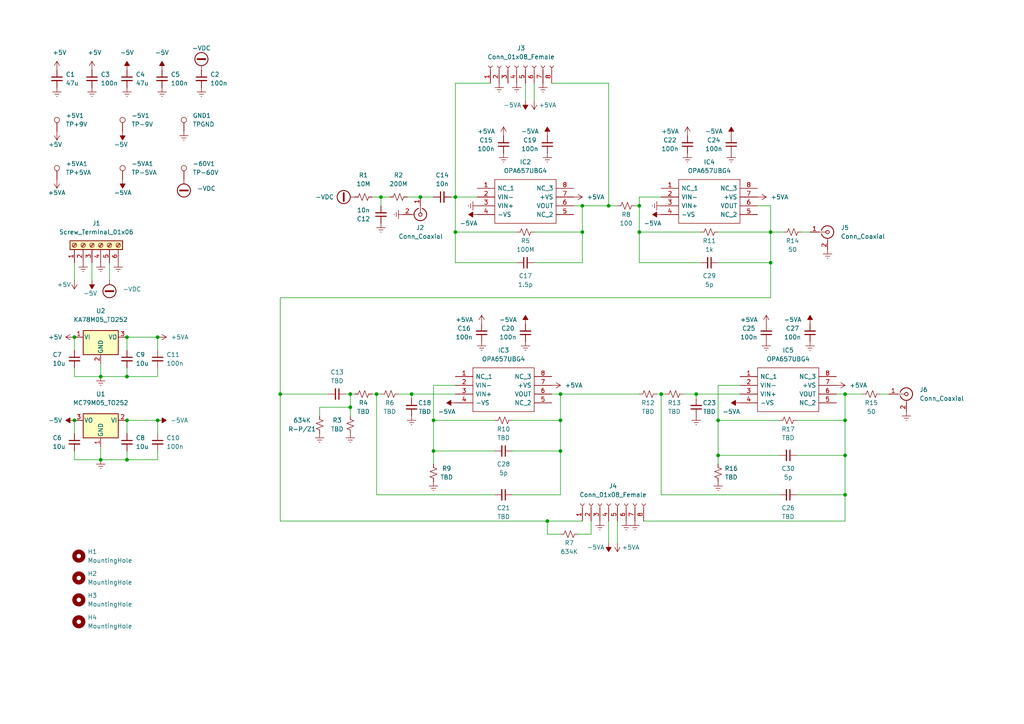
<source format=kicad_sch>
(kicad_sch (version 20211123) (generator eeschema)

  (uuid 8c110246-3185-465e-87b6-fc62f78275a6)

  (paper "A4")

  (lib_symbols
    (symbol "Connector:Conn_01x08_Female" (pin_names (offset 1.016) hide) (in_bom yes) (on_board yes)
      (property "Reference" "J" (id 0) (at 0 10.16 0)
        (effects (font (size 1.27 1.27)))
      )
      (property "Value" "Conn_01x08_Female" (id 1) (at 0 -12.7 0)
        (effects (font (size 1.27 1.27)))
      )
      (property "Footprint" "" (id 2) (at 0 0 0)
        (effects (font (size 1.27 1.27)) hide)
      )
      (property "Datasheet" "~" (id 3) (at 0 0 0)
        (effects (font (size 1.27 1.27)) hide)
      )
      (property "ki_keywords" "connector" (id 4) (at 0 0 0)
        (effects (font (size 1.27 1.27)) hide)
      )
      (property "ki_description" "Generic connector, single row, 01x08, script generated (kicad-library-utils/schlib/autogen/connector/)" (id 5) (at 0 0 0)
        (effects (font (size 1.27 1.27)) hide)
      )
      (property "ki_fp_filters" "Connector*:*_1x??_*" (id 6) (at 0 0 0)
        (effects (font (size 1.27 1.27)) hide)
      )
      (symbol "Conn_01x08_Female_1_1"
        (arc (start 0 -9.652) (mid -0.508 -10.16) (end 0 -10.668)
          (stroke (width 0.1524) (type default) (color 0 0 0 0))
          (fill (type none))
        )
        (arc (start 0 -7.112) (mid -0.508 -7.62) (end 0 -8.128)
          (stroke (width 0.1524) (type default) (color 0 0 0 0))
          (fill (type none))
        )
        (arc (start 0 -4.572) (mid -0.508 -5.08) (end 0 -5.588)
          (stroke (width 0.1524) (type default) (color 0 0 0 0))
          (fill (type none))
        )
        (arc (start 0 -2.032) (mid -0.508 -2.54) (end 0 -3.048)
          (stroke (width 0.1524) (type default) (color 0 0 0 0))
          (fill (type none))
        )
        (polyline
          (pts
            (xy -1.27 -10.16)
            (xy -0.508 -10.16)
          )
          (stroke (width 0.1524) (type default) (color 0 0 0 0))
          (fill (type none))
        )
        (polyline
          (pts
            (xy -1.27 -7.62)
            (xy -0.508 -7.62)
          )
          (stroke (width 0.1524) (type default) (color 0 0 0 0))
          (fill (type none))
        )
        (polyline
          (pts
            (xy -1.27 -5.08)
            (xy -0.508 -5.08)
          )
          (stroke (width 0.1524) (type default) (color 0 0 0 0))
          (fill (type none))
        )
        (polyline
          (pts
            (xy -1.27 -2.54)
            (xy -0.508 -2.54)
          )
          (stroke (width 0.1524) (type default) (color 0 0 0 0))
          (fill (type none))
        )
        (polyline
          (pts
            (xy -1.27 0)
            (xy -0.508 0)
          )
          (stroke (width 0.1524) (type default) (color 0 0 0 0))
          (fill (type none))
        )
        (polyline
          (pts
            (xy -1.27 2.54)
            (xy -0.508 2.54)
          )
          (stroke (width 0.1524) (type default) (color 0 0 0 0))
          (fill (type none))
        )
        (polyline
          (pts
            (xy -1.27 5.08)
            (xy -0.508 5.08)
          )
          (stroke (width 0.1524) (type default) (color 0 0 0 0))
          (fill (type none))
        )
        (polyline
          (pts
            (xy -1.27 7.62)
            (xy -0.508 7.62)
          )
          (stroke (width 0.1524) (type default) (color 0 0 0 0))
          (fill (type none))
        )
        (arc (start 0 0.508) (mid -0.508 0) (end 0 -0.508)
          (stroke (width 0.1524) (type default) (color 0 0 0 0))
          (fill (type none))
        )
        (arc (start 0 3.048) (mid -0.508 2.54) (end 0 2.032)
          (stroke (width 0.1524) (type default) (color 0 0 0 0))
          (fill (type none))
        )
        (arc (start 0 5.588) (mid -0.508 5.08) (end 0 4.572)
          (stroke (width 0.1524) (type default) (color 0 0 0 0))
          (fill (type none))
        )
        (arc (start 0 8.128) (mid -0.508 7.62) (end 0 7.112)
          (stroke (width 0.1524) (type default) (color 0 0 0 0))
          (fill (type none))
        )
        (pin passive line (at -5.08 7.62 0) (length 3.81)
          (name "Pin_1" (effects (font (size 1.27 1.27))))
          (number "1" (effects (font (size 1.27 1.27))))
        )
        (pin passive line (at -5.08 5.08 0) (length 3.81)
          (name "Pin_2" (effects (font (size 1.27 1.27))))
          (number "2" (effects (font (size 1.27 1.27))))
        )
        (pin passive line (at -5.08 2.54 0) (length 3.81)
          (name "Pin_3" (effects (font (size 1.27 1.27))))
          (number "3" (effects (font (size 1.27 1.27))))
        )
        (pin passive line (at -5.08 0 0) (length 3.81)
          (name "Pin_4" (effects (font (size 1.27 1.27))))
          (number "4" (effects (font (size 1.27 1.27))))
        )
        (pin passive line (at -5.08 -2.54 0) (length 3.81)
          (name "Pin_5" (effects (font (size 1.27 1.27))))
          (number "5" (effects (font (size 1.27 1.27))))
        )
        (pin passive line (at -5.08 -5.08 0) (length 3.81)
          (name "Pin_6" (effects (font (size 1.27 1.27))))
          (number "6" (effects (font (size 1.27 1.27))))
        )
        (pin passive line (at -5.08 -7.62 0) (length 3.81)
          (name "Pin_7" (effects (font (size 1.27 1.27))))
          (number "7" (effects (font (size 1.27 1.27))))
        )
        (pin passive line (at -5.08 -10.16 0) (length 3.81)
          (name "Pin_8" (effects (font (size 1.27 1.27))))
          (number "8" (effects (font (size 1.27 1.27))))
        )
      )
    )
    (symbol "Connector:Conn_Coaxial" (pin_names (offset 1.016) hide) (in_bom yes) (on_board yes)
      (property "Reference" "J" (id 0) (at 0.254 3.048 0)
        (effects (font (size 1.27 1.27)))
      )
      (property "Value" "Conn_Coaxial" (id 1) (at 2.921 0 90)
        (effects (font (size 1.27 1.27)))
      )
      (property "Footprint" "" (id 2) (at 0 0 0)
        (effects (font (size 1.27 1.27)) hide)
      )
      (property "Datasheet" " ~" (id 3) (at 0 0 0)
        (effects (font (size 1.27 1.27)) hide)
      )
      (property "ki_keywords" "BNC SMA SMB SMC LEMO coaxial connector CINCH RCA" (id 4) (at 0 0 0)
        (effects (font (size 1.27 1.27)) hide)
      )
      (property "ki_description" "coaxial connector (BNC, SMA, SMB, SMC, Cinch/RCA, LEMO, ...)" (id 5) (at 0 0 0)
        (effects (font (size 1.27 1.27)) hide)
      )
      (property "ki_fp_filters" "*BNC* *SMA* *SMB* *SMC* *Cinch* *LEMO*" (id 6) (at 0 0 0)
        (effects (font (size 1.27 1.27)) hide)
      )
      (symbol "Conn_Coaxial_0_1"
        (arc (start -1.778 -0.508) (mid 0.222 -1.808) (end 1.778 0)
          (stroke (width 0.254) (type default) (color 0 0 0 0))
          (fill (type none))
        )
        (polyline
          (pts
            (xy -2.54 0)
            (xy -0.508 0)
          )
          (stroke (width 0) (type default) (color 0 0 0 0))
          (fill (type none))
        )
        (polyline
          (pts
            (xy 0 -2.54)
            (xy 0 -1.778)
          )
          (stroke (width 0) (type default) (color 0 0 0 0))
          (fill (type none))
        )
        (circle (center 0 0) (radius 0.508)
          (stroke (width 0.2032) (type default) (color 0 0 0 0))
          (fill (type none))
        )
        (arc (start 1.778 0) (mid 0.222 1.8083) (end -1.778 0.508)
          (stroke (width 0.254) (type default) (color 0 0 0 0))
          (fill (type none))
        )
      )
      (symbol "Conn_Coaxial_1_1"
        (pin passive line (at -5.08 0 0) (length 2.54)
          (name "In" (effects (font (size 1.27 1.27))))
          (number "1" (effects (font (size 1.27 1.27))))
        )
        (pin passive line (at 0 -5.08 90) (length 2.54)
          (name "Ext" (effects (font (size 1.27 1.27))))
          (number "2" (effects (font (size 1.27 1.27))))
        )
      )
    )
    (symbol "Connector:Screw_Terminal_01x06" (pin_names (offset 1.016) hide) (in_bom yes) (on_board yes)
      (property "Reference" "J" (id 0) (at 0 7.62 0)
        (effects (font (size 1.27 1.27)))
      )
      (property "Value" "Screw_Terminal_01x06" (id 1) (at 0 -10.16 0)
        (effects (font (size 1.27 1.27)))
      )
      (property "Footprint" "" (id 2) (at 0 0 0)
        (effects (font (size 1.27 1.27)) hide)
      )
      (property "Datasheet" "~" (id 3) (at 0 0 0)
        (effects (font (size 1.27 1.27)) hide)
      )
      (property "ki_keywords" "screw terminal" (id 4) (at 0 0 0)
        (effects (font (size 1.27 1.27)) hide)
      )
      (property "ki_description" "Generic screw terminal, single row, 01x06, script generated (kicad-library-utils/schlib/autogen/connector/)" (id 5) (at 0 0 0)
        (effects (font (size 1.27 1.27)) hide)
      )
      (property "ki_fp_filters" "TerminalBlock*:*" (id 6) (at 0 0 0)
        (effects (font (size 1.27 1.27)) hide)
      )
      (symbol "Screw_Terminal_01x06_1_1"
        (rectangle (start -1.27 6.35) (end 1.27 -8.89)
          (stroke (width 0.254) (type default) (color 0 0 0 0))
          (fill (type background))
        )
        (circle (center 0 -7.62) (radius 0.635)
          (stroke (width 0.1524) (type default) (color 0 0 0 0))
          (fill (type none))
        )
        (circle (center 0 -5.08) (radius 0.635)
          (stroke (width 0.1524) (type default) (color 0 0 0 0))
          (fill (type none))
        )
        (circle (center 0 -2.54) (radius 0.635)
          (stroke (width 0.1524) (type default) (color 0 0 0 0))
          (fill (type none))
        )
        (polyline
          (pts
            (xy -0.5334 -7.2898)
            (xy 0.3302 -8.128)
          )
          (stroke (width 0.1524) (type default) (color 0 0 0 0))
          (fill (type none))
        )
        (polyline
          (pts
            (xy -0.5334 -4.7498)
            (xy 0.3302 -5.588)
          )
          (stroke (width 0.1524) (type default) (color 0 0 0 0))
          (fill (type none))
        )
        (polyline
          (pts
            (xy -0.5334 -2.2098)
            (xy 0.3302 -3.048)
          )
          (stroke (width 0.1524) (type default) (color 0 0 0 0))
          (fill (type none))
        )
        (polyline
          (pts
            (xy -0.5334 0.3302)
            (xy 0.3302 -0.508)
          )
          (stroke (width 0.1524) (type default) (color 0 0 0 0))
          (fill (type none))
        )
        (polyline
          (pts
            (xy -0.5334 2.8702)
            (xy 0.3302 2.032)
          )
          (stroke (width 0.1524) (type default) (color 0 0 0 0))
          (fill (type none))
        )
        (polyline
          (pts
            (xy -0.5334 5.4102)
            (xy 0.3302 4.572)
          )
          (stroke (width 0.1524) (type default) (color 0 0 0 0))
          (fill (type none))
        )
        (polyline
          (pts
            (xy -0.3556 -7.112)
            (xy 0.508 -7.9502)
          )
          (stroke (width 0.1524) (type default) (color 0 0 0 0))
          (fill (type none))
        )
        (polyline
          (pts
            (xy -0.3556 -4.572)
            (xy 0.508 -5.4102)
          )
          (stroke (width 0.1524) (type default) (color 0 0 0 0))
          (fill (type none))
        )
        (polyline
          (pts
            (xy -0.3556 -2.032)
            (xy 0.508 -2.8702)
          )
          (stroke (width 0.1524) (type default) (color 0 0 0 0))
          (fill (type none))
        )
        (polyline
          (pts
            (xy -0.3556 0.508)
            (xy 0.508 -0.3302)
          )
          (stroke (width 0.1524) (type default) (color 0 0 0 0))
          (fill (type none))
        )
        (polyline
          (pts
            (xy -0.3556 3.048)
            (xy 0.508 2.2098)
          )
          (stroke (width 0.1524) (type default) (color 0 0 0 0))
          (fill (type none))
        )
        (polyline
          (pts
            (xy -0.3556 5.588)
            (xy 0.508 4.7498)
          )
          (stroke (width 0.1524) (type default) (color 0 0 0 0))
          (fill (type none))
        )
        (circle (center 0 0) (radius 0.635)
          (stroke (width 0.1524) (type default) (color 0 0 0 0))
          (fill (type none))
        )
        (circle (center 0 2.54) (radius 0.635)
          (stroke (width 0.1524) (type default) (color 0 0 0 0))
          (fill (type none))
        )
        (circle (center 0 5.08) (radius 0.635)
          (stroke (width 0.1524) (type default) (color 0 0 0 0))
          (fill (type none))
        )
        (pin passive line (at -5.08 5.08 0) (length 3.81)
          (name "Pin_1" (effects (font (size 1.27 1.27))))
          (number "1" (effects (font (size 1.27 1.27))))
        )
        (pin passive line (at -5.08 2.54 0) (length 3.81)
          (name "Pin_2" (effects (font (size 1.27 1.27))))
          (number "2" (effects (font (size 1.27 1.27))))
        )
        (pin passive line (at -5.08 0 0) (length 3.81)
          (name "Pin_3" (effects (font (size 1.27 1.27))))
          (number "3" (effects (font (size 1.27 1.27))))
        )
        (pin passive line (at -5.08 -2.54 0) (length 3.81)
          (name "Pin_4" (effects (font (size 1.27 1.27))))
          (number "4" (effects (font (size 1.27 1.27))))
        )
        (pin passive line (at -5.08 -5.08 0) (length 3.81)
          (name "Pin_5" (effects (font (size 1.27 1.27))))
          (number "5" (effects (font (size 1.27 1.27))))
        )
        (pin passive line (at -5.08 -7.62 0) (length 3.81)
          (name "Pin_6" (effects (font (size 1.27 1.27))))
          (number "6" (effects (font (size 1.27 1.27))))
        )
      )
    )
    (symbol "Connector:TestPoint" (pin_numbers hide) (pin_names (offset 0.762) hide) (in_bom yes) (on_board yes)
      (property "Reference" "TP" (id 0) (at 0 6.858 0)
        (effects (font (size 1.27 1.27)))
      )
      (property "Value" "TestPoint" (id 1) (at 0 5.08 0)
        (effects (font (size 1.27 1.27)))
      )
      (property "Footprint" "" (id 2) (at 5.08 0 0)
        (effects (font (size 1.27 1.27)) hide)
      )
      (property "Datasheet" "~" (id 3) (at 5.08 0 0)
        (effects (font (size 1.27 1.27)) hide)
      )
      (property "ki_keywords" "test point tp" (id 4) (at 0 0 0)
        (effects (font (size 1.27 1.27)) hide)
      )
      (property "ki_description" "test point" (id 5) (at 0 0 0)
        (effects (font (size 1.27 1.27)) hide)
      )
      (property "ki_fp_filters" "Pin* Test*" (id 6) (at 0 0 0)
        (effects (font (size 1.27 1.27)) hide)
      )
      (symbol "TestPoint_0_1"
        (circle (center 0 3.302) (radius 0.762)
          (stroke (width 0) (type default) (color 0 0 0 0))
          (fill (type none))
        )
      )
      (symbol "TestPoint_1_1"
        (pin passive line (at 0 0 90) (length 2.54)
          (name "1" (effects (font (size 1.27 1.27))))
          (number "1" (effects (font (size 1.27 1.27))))
        )
      )
    )
    (symbol "Device:C_Small" (pin_numbers hide) (pin_names (offset 0.254) hide) (in_bom yes) (on_board yes)
      (property "Reference" "C" (id 0) (at 0.254 1.778 0)
        (effects (font (size 1.27 1.27)) (justify left))
      )
      (property "Value" "C_Small" (id 1) (at 0.254 -2.032 0)
        (effects (font (size 1.27 1.27)) (justify left))
      )
      (property "Footprint" "" (id 2) (at 0 0 0)
        (effects (font (size 1.27 1.27)) hide)
      )
      (property "Datasheet" "~" (id 3) (at 0 0 0)
        (effects (font (size 1.27 1.27)) hide)
      )
      (property "ki_keywords" "capacitor cap" (id 4) (at 0 0 0)
        (effects (font (size 1.27 1.27)) hide)
      )
      (property "ki_description" "Unpolarized capacitor, small symbol" (id 5) (at 0 0 0)
        (effects (font (size 1.27 1.27)) hide)
      )
      (property "ki_fp_filters" "C_*" (id 6) (at 0 0 0)
        (effects (font (size 1.27 1.27)) hide)
      )
      (symbol "C_Small_0_1"
        (polyline
          (pts
            (xy -1.524 -0.508)
            (xy 1.524 -0.508)
          )
          (stroke (width 0.3302) (type default) (color 0 0 0 0))
          (fill (type none))
        )
        (polyline
          (pts
            (xy -1.524 0.508)
            (xy 1.524 0.508)
          )
          (stroke (width 0.3048) (type default) (color 0 0 0 0))
          (fill (type none))
        )
      )
      (symbol "C_Small_1_1"
        (pin passive line (at 0 2.54 270) (length 2.032)
          (name "~" (effects (font (size 1.27 1.27))))
          (number "1" (effects (font (size 1.27 1.27))))
        )
        (pin passive line (at 0 -2.54 90) (length 2.032)
          (name "~" (effects (font (size 1.27 1.27))))
          (number "2" (effects (font (size 1.27 1.27))))
        )
      )
    )
    (symbol "Device:R_Small_US" (pin_numbers hide) (pin_names (offset 0.254) hide) (in_bom yes) (on_board yes)
      (property "Reference" "R" (id 0) (at 0.762 0.508 0)
        (effects (font (size 1.27 1.27)) (justify left))
      )
      (property "Value" "R_Small_US" (id 1) (at 0.762 -1.016 0)
        (effects (font (size 1.27 1.27)) (justify left))
      )
      (property "Footprint" "" (id 2) (at 0 0 0)
        (effects (font (size 1.27 1.27)) hide)
      )
      (property "Datasheet" "~" (id 3) (at 0 0 0)
        (effects (font (size 1.27 1.27)) hide)
      )
      (property "ki_keywords" "r resistor" (id 4) (at 0 0 0)
        (effects (font (size 1.27 1.27)) hide)
      )
      (property "ki_description" "Resistor, small US symbol" (id 5) (at 0 0 0)
        (effects (font (size 1.27 1.27)) hide)
      )
      (property "ki_fp_filters" "R_*" (id 6) (at 0 0 0)
        (effects (font (size 1.27 1.27)) hide)
      )
      (symbol "R_Small_US_1_1"
        (polyline
          (pts
            (xy 0 0)
            (xy 1.016 -0.381)
            (xy 0 -0.762)
            (xy -1.016 -1.143)
            (xy 0 -1.524)
          )
          (stroke (width 0) (type default) (color 0 0 0 0))
          (fill (type none))
        )
        (polyline
          (pts
            (xy 0 1.524)
            (xy 1.016 1.143)
            (xy 0 0.762)
            (xy -1.016 0.381)
            (xy 0 0)
          )
          (stroke (width 0) (type default) (color 0 0 0 0))
          (fill (type none))
        )
        (pin passive line (at 0 2.54 270) (length 1.016)
          (name "~" (effects (font (size 1.27 1.27))))
          (number "1" (effects (font (size 1.27 1.27))))
        )
        (pin passive line (at 0 -2.54 90) (length 1.016)
          (name "~" (effects (font (size 1.27 1.27))))
          (number "2" (effects (font (size 1.27 1.27))))
        )
      )
    )
    (symbol "Mechanical:MountingHole" (pin_names (offset 1.016)) (in_bom yes) (on_board yes)
      (property "Reference" "H" (id 0) (at 0 5.08 0)
        (effects (font (size 1.27 1.27)))
      )
      (property "Value" "MountingHole" (id 1) (at 0 3.175 0)
        (effects (font (size 1.27 1.27)))
      )
      (property "Footprint" "" (id 2) (at 0 0 0)
        (effects (font (size 1.27 1.27)) hide)
      )
      (property "Datasheet" "~" (id 3) (at 0 0 0)
        (effects (font (size 1.27 1.27)) hide)
      )
      (property "ki_keywords" "mounting hole" (id 4) (at 0 0 0)
        (effects (font (size 1.27 1.27)) hide)
      )
      (property "ki_description" "Mounting Hole without connection" (id 5) (at 0 0 0)
        (effects (font (size 1.27 1.27)) hide)
      )
      (property "ki_fp_filters" "MountingHole*" (id 6) (at 0 0 0)
        (effects (font (size 1.27 1.27)) hide)
      )
      (symbol "MountingHole_0_1"
        (circle (center 0 0) (radius 1.27)
          (stroke (width 1.27) (type default) (color 0 0 0 0))
          (fill (type none))
        )
      )
    )
    (symbol "Regulator_Linear:KA78M05_TO252" (pin_names (offset 0.254)) (in_bom yes) (on_board yes)
      (property "Reference" "U" (id 0) (at -3.81 3.175 0)
        (effects (font (size 1.27 1.27)))
      )
      (property "Value" "KA78M05_TO252" (id 1) (at 0 3.175 0)
        (effects (font (size 1.27 1.27)) (justify left))
      )
      (property "Footprint" "Package_TO_SOT_SMD:TO-252-2" (id 2) (at 0 5.715 0)
        (effects (font (size 1.27 1.27) italic) hide)
      )
      (property "Datasheet" "https://www.onsemi.com/pub/Collateral/MC78M00-D.PDF" (id 3) (at 0 -1.27 0)
        (effects (font (size 1.27 1.27)) hide)
      )
      (property "ki_keywords" "Voltage Regulator 500mA Positive" (id 4) (at 0 0 0)
        (effects (font (size 1.27 1.27)) hide)
      )
      (property "ki_description" "Positive 500mA 35V Linear Regulator, Fixed Output 5V, TO-252 (D-PAK)" (id 5) (at 0 0 0)
        (effects (font (size 1.27 1.27)) hide)
      )
      (property "ki_fp_filters" "TO?252*" (id 6) (at 0 0 0)
        (effects (font (size 1.27 1.27)) hide)
      )
      (symbol "KA78M05_TO252_0_1"
        (rectangle (start -5.08 1.905) (end 5.08 -5.08)
          (stroke (width 0.254) (type default) (color 0 0 0 0))
          (fill (type background))
        )
      )
      (symbol "KA78M05_TO252_1_1"
        (pin power_in line (at -7.62 0 0) (length 2.54)
          (name "VI" (effects (font (size 1.27 1.27))))
          (number "1" (effects (font (size 1.27 1.27))))
        )
        (pin power_in line (at 0 -7.62 90) (length 2.54)
          (name "GND" (effects (font (size 1.27 1.27))))
          (number "2" (effects (font (size 1.27 1.27))))
        )
        (pin power_out line (at 7.62 0 180) (length 2.54)
          (name "VO" (effects (font (size 1.27 1.27))))
          (number "3" (effects (font (size 1.27 1.27))))
        )
      )
    )
    (symbol "Regulator_Linear:MC79M05_TO252" (pin_names (offset 0.254)) (in_bom yes) (on_board yes)
      (property "Reference" "U" (id 0) (at -3.81 -3.175 0)
        (effects (font (size 1.27 1.27)))
      )
      (property "Value" "MC79M05_TO252" (id 1) (at 0 -3.175 0)
        (effects (font (size 1.27 1.27)) (justify left))
      )
      (property "Footprint" "Package_TO_SOT_SMD:TO-252-2" (id 2) (at 0 -5.08 0)
        (effects (font (size 1.27 1.27) italic) hide)
      )
      (property "Datasheet" "http://www.onsemi.com/pub/Collateral/MC79M00-D.PDF" (id 3) (at 0 0 0)
        (effects (font (size 1.27 1.27)) hide)
      )
      (property "ki_keywords" "Voltage Regulator 500mA Negative" (id 4) (at 0 0 0)
        (effects (font (size 1.27 1.27)) hide)
      )
      (property "ki_description" "Negative 500mA 35V Linear Regulator, Fixed Output -5V, TO-252" (id 5) (at 0 0 0)
        (effects (font (size 1.27 1.27)) hide)
      )
      (property "ki_fp_filters" "TO?252*" (id 6) (at 0 0 0)
        (effects (font (size 1.27 1.27)) hide)
      )
      (symbol "MC79M05_TO252_0_1"
        (rectangle (start -5.08 5.08) (end 5.08 -1.905)
          (stroke (width 0.254) (type default) (color 0 0 0 0))
          (fill (type background))
        )
      )
      (symbol "MC79M05_TO252_1_1"
        (pin power_in line (at 0 7.62 270) (length 2.54)
          (name "GND" (effects (font (size 1.27 1.27))))
          (number "1" (effects (font (size 1.27 1.27))))
        )
        (pin power_in line (at -7.62 0 0) (length 2.54)
          (name "VI" (effects (font (size 1.27 1.27))))
          (number "2" (effects (font (size 1.27 1.27))))
        )
        (pin power_out line (at 7.62 0 180) (length 2.54)
          (name "VO" (effects (font (size 1.27 1.27))))
          (number "3" (effects (font (size 1.27 1.27))))
        )
      )
    )
    (symbol "SamacSys_Parts:OPA657UBG4" (pin_names (offset 0.762)) (in_bom yes) (on_board yes)
      (property "Reference" "IC" (id 0) (at 24.13 7.62 0)
        (effects (font (size 1.27 1.27)) (justify left))
      )
      (property "Value" "OPA657UBG4" (id 1) (at 24.13 5.08 0)
        (effects (font (size 1.27 1.27)) (justify left))
      )
      (property "Footprint" "SOIC127P600X175-8N" (id 2) (at 24.13 2.54 0)
        (effects (font (size 1.27 1.27)) (justify left) hide)
      )
      (property "Datasheet" "https://www.ti.com/lit/ds/symlink/opa657.pdf?ts=1639564118055&ref_url=https%253A%252F%252Fwww.ti.com%252Fstore%252Fti%252Fen%252Fp%252Fproduct%252F%253Fp%253DOPA657UB%2526keyMatch%253DOPA657UB%2526tisearch%253Dsearch-everything%2526usecase%253DOPN" (id 3) (at 24.13 0 0)
        (effects (font (size 1.27 1.27)) (justify left) hide)
      )
      (property "Description" "High Speed Operational Amplifiers 1.6GHz Low Noise Fet -Input Op Amp" (id 4) (at 24.13 -2.54 0)
        (effects (font (size 1.27 1.27)) (justify left) hide)
      )
      (property "Height" "1.75" (id 5) (at 24.13 -5.08 0)
        (effects (font (size 1.27 1.27)) (justify left) hide)
      )
      (property "Mouser Part Number" "595-OPA657UBG4" (id 6) (at 24.13 -7.62 0)
        (effects (font (size 1.27 1.27)) (justify left) hide)
      )
      (property "Mouser Price/Stock" "https://www.mouser.co.uk/ProductDetail/Texas-Instruments/OPA657UBG4?qs=ToK3%2FczOkx8GECRgMLrXjg%3D%3D" (id 7) (at 24.13 -10.16 0)
        (effects (font (size 1.27 1.27)) (justify left) hide)
      )
      (property "Manufacturer_Name" "Texas Instruments" (id 8) (at 24.13 -12.7 0)
        (effects (font (size 1.27 1.27)) (justify left) hide)
      )
      (property "Manufacturer_Part_Number" "OPA657UBG4" (id 9) (at 24.13 -15.24 0)
        (effects (font (size 1.27 1.27)) (justify left) hide)
      )
      (property "ki_description" "High Speed Operational Amplifiers 1.6GHz Low Noise Fet -Input Op Amp" (id 10) (at 0 0 0)
        (effects (font (size 1.27 1.27)) hide)
      )
      (symbol "OPA657UBG4_0_0"
        (pin passive line (at 0 0 0) (length 5.08)
          (name "NC_1" (effects (font (size 1.27 1.27))))
          (number "1" (effects (font (size 1.27 1.27))))
        )
        (pin passive line (at 0 -2.54 0) (length 5.08)
          (name "VIN-" (effects (font (size 1.27 1.27))))
          (number "2" (effects (font (size 1.27 1.27))))
        )
        (pin passive line (at 0 -5.08 0) (length 5.08)
          (name "VIN+" (effects (font (size 1.27 1.27))))
          (number "3" (effects (font (size 1.27 1.27))))
        )
        (pin passive line (at 0 -7.62 0) (length 5.08)
          (name "-VS" (effects (font (size 1.27 1.27))))
          (number "4" (effects (font (size 1.27 1.27))))
        )
        (pin passive line (at 27.94 -7.62 180) (length 5.08)
          (name "NC_2" (effects (font (size 1.27 1.27))))
          (number "5" (effects (font (size 1.27 1.27))))
        )
        (pin passive line (at 27.94 -5.08 180) (length 5.08)
          (name "VOUT" (effects (font (size 1.27 1.27))))
          (number "6" (effects (font (size 1.27 1.27))))
        )
        (pin passive line (at 27.94 -2.54 180) (length 5.08)
          (name "+VS" (effects (font (size 1.27 1.27))))
          (number "7" (effects (font (size 1.27 1.27))))
        )
        (pin passive line (at 27.94 0 180) (length 5.08)
          (name "NC_3" (effects (font (size 1.27 1.27))))
          (number "8" (effects (font (size 1.27 1.27))))
        )
      )
      (symbol "OPA657UBG4_0_1"
        (polyline
          (pts
            (xy 5.08 2.54)
            (xy 22.86 2.54)
            (xy 22.86 -10.16)
            (xy 5.08 -10.16)
            (xy 5.08 2.54)
          )
          (stroke (width 0.1524) (type default) (color 0 0 0 0))
          (fill (type none))
        )
      )
    )
    (symbol "power:+5V" (power) (pin_names (offset 0)) (in_bom yes) (on_board yes)
      (property "Reference" "#PWR" (id 0) (at 0 -3.81 0)
        (effects (font (size 1.27 1.27)) hide)
      )
      (property "Value" "+5V" (id 1) (at 0 3.556 0)
        (effects (font (size 1.27 1.27)))
      )
      (property "Footprint" "" (id 2) (at 0 0 0)
        (effects (font (size 1.27 1.27)) hide)
      )
      (property "Datasheet" "" (id 3) (at 0 0 0)
        (effects (font (size 1.27 1.27)) hide)
      )
      (property "ki_keywords" "power-flag" (id 4) (at 0 0 0)
        (effects (font (size 1.27 1.27)) hide)
      )
      (property "ki_description" "Power symbol creates a global label with name \"+5V\"" (id 5) (at 0 0 0)
        (effects (font (size 1.27 1.27)) hide)
      )
      (symbol "+5V_0_1"
        (polyline
          (pts
            (xy -0.762 1.27)
            (xy 0 2.54)
          )
          (stroke (width 0) (type default) (color 0 0 0 0))
          (fill (type none))
        )
        (polyline
          (pts
            (xy 0 0)
            (xy 0 2.54)
          )
          (stroke (width 0) (type default) (color 0 0 0 0))
          (fill (type none))
        )
        (polyline
          (pts
            (xy 0 2.54)
            (xy 0.762 1.27)
          )
          (stroke (width 0) (type default) (color 0 0 0 0))
          (fill (type none))
        )
      )
      (symbol "+5V_1_1"
        (pin power_in line (at 0 0 90) (length 0) hide
          (name "+5V" (effects (font (size 1.27 1.27))))
          (number "1" (effects (font (size 1.27 1.27))))
        )
      )
    )
    (symbol "power:+5VA" (power) (pin_names (offset 0)) (in_bom yes) (on_board yes)
      (property "Reference" "#PWR" (id 0) (at 0 -3.81 0)
        (effects (font (size 1.27 1.27)) hide)
      )
      (property "Value" "+5VA" (id 1) (at 0 3.556 0)
        (effects (font (size 1.27 1.27)))
      )
      (property "Footprint" "" (id 2) (at 0 0 0)
        (effects (font (size 1.27 1.27)) hide)
      )
      (property "Datasheet" "" (id 3) (at 0 0 0)
        (effects (font (size 1.27 1.27)) hide)
      )
      (property "ki_keywords" "power-flag" (id 4) (at 0 0 0)
        (effects (font (size 1.27 1.27)) hide)
      )
      (property "ki_description" "Power symbol creates a global label with name \"+5VA\"" (id 5) (at 0 0 0)
        (effects (font (size 1.27 1.27)) hide)
      )
      (symbol "+5VA_0_1"
        (polyline
          (pts
            (xy -0.762 1.27)
            (xy 0 2.54)
          )
          (stroke (width 0) (type default) (color 0 0 0 0))
          (fill (type none))
        )
        (polyline
          (pts
            (xy 0 0)
            (xy 0 2.54)
          )
          (stroke (width 0) (type default) (color 0 0 0 0))
          (fill (type none))
        )
        (polyline
          (pts
            (xy 0 2.54)
            (xy 0.762 1.27)
          )
          (stroke (width 0) (type default) (color 0 0 0 0))
          (fill (type none))
        )
      )
      (symbol "+5VA_1_1"
        (pin power_in line (at 0 0 90) (length 0) hide
          (name "+5VA" (effects (font (size 1.27 1.27))))
          (number "1" (effects (font (size 1.27 1.27))))
        )
      )
    )
    (symbol "power:-5V" (power) (pin_names (offset 0)) (in_bom yes) (on_board yes)
      (property "Reference" "#PWR" (id 0) (at 0 2.54 0)
        (effects (font (size 1.27 1.27)) hide)
      )
      (property "Value" "-5V" (id 1) (at 0 3.81 0)
        (effects (font (size 1.27 1.27)))
      )
      (property "Footprint" "" (id 2) (at 0 0 0)
        (effects (font (size 1.27 1.27)) hide)
      )
      (property "Datasheet" "" (id 3) (at 0 0 0)
        (effects (font (size 1.27 1.27)) hide)
      )
      (property "ki_keywords" "power-flag" (id 4) (at 0 0 0)
        (effects (font (size 1.27 1.27)) hide)
      )
      (property "ki_description" "Power symbol creates a global label with name \"-5V\"" (id 5) (at 0 0 0)
        (effects (font (size 1.27 1.27)) hide)
      )
      (symbol "-5V_0_0"
        (pin power_in line (at 0 0 90) (length 0) hide
          (name "-5V" (effects (font (size 1.27 1.27))))
          (number "1" (effects (font (size 1.27 1.27))))
        )
      )
      (symbol "-5V_0_1"
        (polyline
          (pts
            (xy 0 0)
            (xy 0 1.27)
            (xy 0.762 1.27)
            (xy 0 2.54)
            (xy -0.762 1.27)
            (xy 0 1.27)
          )
          (stroke (width 0) (type default) (color 0 0 0 0))
          (fill (type outline))
        )
      )
    )
    (symbol "power:-5VA" (power) (pin_names (offset 0)) (in_bom yes) (on_board yes)
      (property "Reference" "#PWR" (id 0) (at 0 2.54 0)
        (effects (font (size 1.27 1.27)) hide)
      )
      (property "Value" "-5VA" (id 1) (at 0 3.81 0)
        (effects (font (size 1.27 1.27)))
      )
      (property "Footprint" "" (id 2) (at 0 0 0)
        (effects (font (size 1.27 1.27)) hide)
      )
      (property "Datasheet" "" (id 3) (at 0 0 0)
        (effects (font (size 1.27 1.27)) hide)
      )
      (property "ki_keywords" "power-flag" (id 4) (at 0 0 0)
        (effects (font (size 1.27 1.27)) hide)
      )
      (property "ki_description" "Power symbol creates a global label with name \"-5VA\"" (id 5) (at 0 0 0)
        (effects (font (size 1.27 1.27)) hide)
      )
      (symbol "-5VA_0_0"
        (pin power_in line (at 0 0 90) (length 0) hide
          (name "-5VA" (effects (font (size 1.27 1.27))))
          (number "1" (effects (font (size 1.27 1.27))))
        )
      )
      (symbol "-5VA_0_1"
        (polyline
          (pts
            (xy 0 0)
            (xy 0 1.27)
            (xy 0.762 1.27)
            (xy 0 2.54)
            (xy -0.762 1.27)
            (xy 0 1.27)
          )
          (stroke (width 0) (type default) (color 0 0 0 0))
          (fill (type outline))
        )
      )
    )
    (symbol "power:-VDC" (power) (pin_names (offset 0)) (in_bom yes) (on_board yes)
      (property "Reference" "#PWR" (id 0) (at 0 -2.54 0)
        (effects (font (size 1.27 1.27)) hide)
      )
      (property "Value" "-VDC" (id 1) (at 0 6.35 0)
        (effects (font (size 1.27 1.27)))
      )
      (property "Footprint" "" (id 2) (at 0 0 0)
        (effects (font (size 1.27 1.27)) hide)
      )
      (property "Datasheet" "" (id 3) (at 0 0 0)
        (effects (font (size 1.27 1.27)) hide)
      )
      (property "ki_keywords" "power-flag" (id 4) (at 0 0 0)
        (effects (font (size 1.27 1.27)) hide)
      )
      (property "ki_description" "Power symbol creates a global label with name \"-VDC\"" (id 5) (at 0 0 0)
        (effects (font (size 1.27 1.27)) hide)
      )
      (symbol "-VDC_0_1"
        (polyline
          (pts
            (xy -1.143 3.175)
            (xy 1.143 3.175)
          )
          (stroke (width 0.508) (type default) (color 0 0 0 0))
          (fill (type none))
        )
        (polyline
          (pts
            (xy 0 0)
            (xy 0 1.27)
          )
          (stroke (width 0) (type default) (color 0 0 0 0))
          (fill (type none))
        )
        (circle (center 0 3.175) (radius 1.905)
          (stroke (width 0.254) (type default) (color 0 0 0 0))
          (fill (type none))
        )
      )
      (symbol "-VDC_1_1"
        (pin power_in line (at 0 0 90) (length 0) hide
          (name "-VDC" (effects (font (size 1.27 1.27))))
          (number "1" (effects (font (size 1.27 1.27))))
        )
      )
    )
    (symbol "power:Earth" (power) (pin_names (offset 0)) (in_bom yes) (on_board yes)
      (property "Reference" "#PWR" (id 0) (at 0 -6.35 0)
        (effects (font (size 1.27 1.27)) hide)
      )
      (property "Value" "Earth" (id 1) (at 0 -3.81 0)
        (effects (font (size 1.27 1.27)) hide)
      )
      (property "Footprint" "" (id 2) (at 0 0 0)
        (effects (font (size 1.27 1.27)) hide)
      )
      (property "Datasheet" "~" (id 3) (at 0 0 0)
        (effects (font (size 1.27 1.27)) hide)
      )
      (property "ki_keywords" "power-flag ground gnd" (id 4) (at 0 0 0)
        (effects (font (size 1.27 1.27)) hide)
      )
      (property "ki_description" "Power symbol creates a global label with name \"Earth\"" (id 5) (at 0 0 0)
        (effects (font (size 1.27 1.27)) hide)
      )
      (symbol "Earth_0_1"
        (polyline
          (pts
            (xy -0.635 -1.905)
            (xy 0.635 -1.905)
          )
          (stroke (width 0) (type default) (color 0 0 0 0))
          (fill (type none))
        )
        (polyline
          (pts
            (xy -0.127 -2.54)
            (xy 0.127 -2.54)
          )
          (stroke (width 0) (type default) (color 0 0 0 0))
          (fill (type none))
        )
        (polyline
          (pts
            (xy 0 -1.27)
            (xy 0 0)
          )
          (stroke (width 0) (type default) (color 0 0 0 0))
          (fill (type none))
        )
        (polyline
          (pts
            (xy 1.27 -1.27)
            (xy -1.27 -1.27)
          )
          (stroke (width 0) (type default) (color 0 0 0 0))
          (fill (type none))
        )
      )
      (symbol "Earth_1_1"
        (pin power_in line (at 0 0 270) (length 0) hide
          (name "Earth" (effects (font (size 1.27 1.27))))
          (number "1" (effects (font (size 1.27 1.27))))
        )
      )
    )
  )

  (junction (at 45.72 97.79) (diameter 0) (color 0 0 0 0)
    (uuid 00279263-cdf1-4e0b-87cd-20ad00d94927)
  )
  (junction (at 191.77 114.3) (diameter 0) (color 0 0 0 0)
    (uuid 00dd331d-e8c0-400f-ac70-032f4a35ce85)
  )
  (junction (at 208.28 121.92) (diameter 0) (color 0 0 0 0)
    (uuid 0cedda4e-9f75-4f70-b838-f9193c9f7dd3)
  )
  (junction (at 208.28 132.08) (diameter 0) (color 0 0 0 0)
    (uuid 0f49c34f-aa39-4fda-af46-a8cc2d3a02d3)
  )
  (junction (at 125.73 121.92) (diameter 0) (color 0 0 0 0)
    (uuid 151076f1-277b-4600-b299-939c52332c01)
  )
  (junction (at 125.73 130.81) (diameter 0) (color 0 0 0 0)
    (uuid 15d7253e-5f50-4592-b0b0-14913d4012c4)
  )
  (junction (at 29.21 133.35) (diameter 0) (color 0 0 0 0)
    (uuid 16175764-9ddc-43d3-99d5-2860b2274e3c)
  )
  (junction (at 21.59 97.79) (diameter 0) (color 0 0 0 0)
    (uuid 21c2175d-ae7e-40fc-a2d2-c5925ffa179e)
  )
  (junction (at 245.11 132.08) (diameter 0) (color 0 0 0 0)
    (uuid 2965fb72-1d87-4dff-8273-52d8fb1b216f)
  )
  (junction (at 162.56 130.81) (diameter 0) (color 0 0 0 0)
    (uuid 35451700-4638-46ab-bd1f-8afed3cd8112)
  )
  (junction (at 162.56 114.3) (diameter 0) (color 0 0 0 0)
    (uuid 397a6c8e-2dc4-4ba0-9bb4-62bd2b435957)
  )
  (junction (at 110.49 57.15) (diameter 0) (color 0 0 0 0)
    (uuid 3f73004b-1a2f-4a32-a5ca-9ea38695a93c)
  )
  (junction (at 245.11 121.92) (diameter 0) (color 0 0 0 0)
    (uuid 464eaed1-2090-46e9-bb24-b09d3214dbca)
  )
  (junction (at 158.75 151.13) (diameter 0) (color 0 0 0 0)
    (uuid 4c423131-32cf-4f61-b6eb-e6b44b7ddd41)
  )
  (junction (at 101.6 118.11) (diameter 0) (color 0 0 0 0)
    (uuid 541eb7b2-c39b-462c-b397-bb6151dce52d)
  )
  (junction (at 162.56 121.92) (diameter 0) (color 0 0 0 0)
    (uuid 55bd0c87-68e0-403f-b2a2-56a121f1e1b0)
  )
  (junction (at 132.08 67.31) (diameter 0) (color 0 0 0 0)
    (uuid 5767daa6-c929-4794-b1d5-ab96369e5b22)
  )
  (junction (at 36.83 109.22) (diameter 0) (color 0 0 0 0)
    (uuid 6feee2e7-86c8-4000-b728-714a23750608)
  )
  (junction (at 36.83 133.35) (diameter 0) (color 0 0 0 0)
    (uuid 722961b3-5a98-40db-a589-9b4d67cfff60)
  )
  (junction (at 109.22 114.3) (diameter 0) (color 0 0 0 0)
    (uuid 732ddec4-0f30-4ff7-9f2f-d57af76d0d17)
  )
  (junction (at 245.11 114.3) (diameter 0) (color 0 0 0 0)
    (uuid 7db761ad-1c58-47c5-a0f9-cba9321ef517)
  )
  (junction (at 45.72 121.92) (diameter 0) (color 0 0 0 0)
    (uuid 832f3ea8-e66a-477c-8ec4-e5d2614b69ce)
  )
  (junction (at 21.59 121.92) (diameter 0) (color 0 0 0 0)
    (uuid 8e0347f5-cd80-4453-a15f-d650bd3cc941)
  )
  (junction (at 245.11 143.51) (diameter 0) (color 0 0 0 0)
    (uuid 8f04cbf2-8377-40ce-b8ae-a0a79ad12e36)
  )
  (junction (at 81.28 114.3) (diameter 0) (color 0 0 0 0)
    (uuid a61aff79-876d-4a22-a9da-79cdef4958b5)
  )
  (junction (at 119.38 114.3) (diameter 0) (color 0 0 0 0)
    (uuid a6b36062-f5c3-42a2-8c99-57c692532674)
  )
  (junction (at 176.53 59.69) (diameter 0) (color 0 0 0 0)
    (uuid abc50e6a-7e0c-400a-bbf1-0bf02a7d033e)
  )
  (junction (at 36.83 97.79) (diameter 0) (color 0 0 0 0)
    (uuid af6efa26-a214-4a49-9bcf-0a38cc2d0420)
  )
  (junction (at 132.08 57.15) (diameter 0) (color 0 0 0 0)
    (uuid b449a538-f2ad-4af5-b67c-17d8eb209bdc)
  )
  (junction (at 101.6 114.3) (diameter 0) (color 0 0 0 0)
    (uuid b77df065-e5ea-4bd1-8bbd-fc82bfe23ce3)
  )
  (junction (at 168.91 59.69) (diameter 0) (color 0 0 0 0)
    (uuid c733e699-e09e-46a4-b5ec-c615af19f97c)
  )
  (junction (at 223.52 67.31) (diameter 0) (color 0 0 0 0)
    (uuid cadc4e05-cdf4-4717-8e7a-6ab8c6fb2ee2)
  )
  (junction (at 185.42 59.69) (diameter 0) (color 0 0 0 0)
    (uuid d178091d-0b0d-4844-ac20-49b11f0ff03c)
  )
  (junction (at 185.42 67.31) (diameter 0) (color 0 0 0 0)
    (uuid d3315af1-15de-4184-aa6e-7cdd1f8cf7d7)
  )
  (junction (at 223.52 76.2) (diameter 0) (color 0 0 0 0)
    (uuid d7410b62-60f1-4f4a-bfdf-93245d0774f8)
  )
  (junction (at 36.83 121.92) (diameter 0) (color 0 0 0 0)
    (uuid db1fa44a-90e3-4b8f-9204-056fdb3aa41c)
  )
  (junction (at 168.91 67.31) (diameter 0) (color 0 0 0 0)
    (uuid e462cb2a-a0e5-4e82-a880-aba244b3deb0)
  )
  (junction (at 29.21 109.22) (diameter 0) (color 0 0 0 0)
    (uuid eedd9ced-511f-4823-9bd3-3e531e07c6db)
  )
  (junction (at 201.93 114.3) (diameter 0) (color 0 0 0 0)
    (uuid f50b6d12-e486-4cfc-a899-c2db95df545d)
  )
  (junction (at 121.92 57.15) (diameter 0) (color 0 0 0 0)
    (uuid f830287d-7941-4f65-ab3a-e76d4ac3e95c)
  )

  (wire (pts (xy 21.59 109.22) (xy 29.21 109.22))
    (stroke (width 0) (type default) (color 0 0 0 0))
    (uuid 00fefd9d-7405-4a6f-9749-e8c27a701e44)
  )
  (wire (pts (xy 29.21 109.22) (xy 36.83 109.22))
    (stroke (width 0) (type default) (color 0 0 0 0))
    (uuid 04d1d557-7f5a-45e7-8e49-b8b96e247c7d)
  )
  (wire (pts (xy 36.83 133.35) (xy 36.83 130.81))
    (stroke (width 0) (type default) (color 0 0 0 0))
    (uuid 05af8abe-1183-452c-805a-9d3d3d5e16a0)
  )
  (wire (pts (xy 107.95 114.3) (xy 109.22 114.3))
    (stroke (width 0) (type default) (color 0 0 0 0))
    (uuid 06abcc69-0fd4-44be-bb8e-c50079527762)
  )
  (wire (pts (xy 110.49 57.15) (xy 113.03 57.15))
    (stroke (width 0) (type default) (color 0 0 0 0))
    (uuid 0a4ab0d7-2d3c-40a7-9477-512b0229bb88)
  )
  (wire (pts (xy 109.22 143.51) (xy 109.22 114.3))
    (stroke (width 0) (type default) (color 0 0 0 0))
    (uuid 0a77dbc5-7763-49cd-b854-cd91cd084e1b)
  )
  (wire (pts (xy 36.83 97.79) (xy 36.83 101.6))
    (stroke (width 0) (type default) (color 0 0 0 0))
    (uuid 0dcadcb8-07a7-4898-a214-d6ec2b74c38e)
  )
  (wire (pts (xy 245.11 132.08) (xy 245.11 143.51))
    (stroke (width 0) (type default) (color 0 0 0 0))
    (uuid 10707312-5bbe-4424-819e-e8b88fb18d88)
  )
  (wire (pts (xy 110.49 57.15) (xy 110.49 59.69))
    (stroke (width 0) (type default) (color 0 0 0 0))
    (uuid 134a6d7d-1c2b-41b8-9c14-743f92e431f5)
  )
  (wire (pts (xy 255.27 114.3) (xy 257.81 114.3))
    (stroke (width 0) (type default) (color 0 0 0 0))
    (uuid 13bed169-d601-4535-b9b3-70c100d0ce72)
  )
  (wire (pts (xy 171.45 154.94) (xy 171.45 151.13))
    (stroke (width 0) (type default) (color 0 0 0 0))
    (uuid 13cd8e39-c487-4f21-a4c9-572591ea6b70)
  )
  (wire (pts (xy 21.59 133.35) (xy 21.59 130.81))
    (stroke (width 0) (type default) (color 0 0 0 0))
    (uuid 14686823-6948-46d6-8fe6-d3ab841b0ba9)
  )
  (wire (pts (xy 234.95 67.31) (xy 232.41 67.31))
    (stroke (width 0) (type default) (color 0 0 0 0))
    (uuid 183010e1-0180-49ed-8e2b-400dd4dc0404)
  )
  (wire (pts (xy 81.28 86.36) (xy 81.28 114.3))
    (stroke (width 0) (type default) (color 0 0 0 0))
    (uuid 1bb4b8dd-9871-4535-94c9-07ba35000200)
  )
  (wire (pts (xy 162.56 154.94) (xy 158.75 154.94))
    (stroke (width 0) (type default) (color 0 0 0 0))
    (uuid 1d634ae0-9890-4160-b90a-67a78e7dab64)
  )
  (wire (pts (xy 125.73 121.92) (xy 125.73 130.81))
    (stroke (width 0) (type default) (color 0 0 0 0))
    (uuid 1dd65e06-1b19-42b2-9e48-aa593ac50db3)
  )
  (wire (pts (xy 162.56 130.81) (xy 162.56 121.92))
    (stroke (width 0) (type default) (color 0 0 0 0))
    (uuid 2203d2e8-3c5a-40d9-b788-da684d0dead5)
  )
  (wire (pts (xy 208.28 132.08) (xy 208.28 134.62))
    (stroke (width 0) (type default) (color 0 0 0 0))
    (uuid 22beccdd-024e-4177-bd1f-22bf2382f411)
  )
  (wire (pts (xy 143.51 143.51) (xy 109.22 143.51))
    (stroke (width 0) (type default) (color 0 0 0 0))
    (uuid 25d18d94-0836-401d-b6ea-5ae31a550081)
  )
  (wire (pts (xy 226.06 121.92) (xy 208.28 121.92))
    (stroke (width 0) (type default) (color 0 0 0 0))
    (uuid 267920dc-b42e-431a-b30d-145030ae9549)
  )
  (wire (pts (xy 109.22 114.3) (xy 110.49 114.3))
    (stroke (width 0) (type default) (color 0 0 0 0))
    (uuid 279348bf-2bcb-4cdd-910d-8c0240d8de9f)
  )
  (wire (pts (xy 132.08 57.15) (xy 132.08 67.31))
    (stroke (width 0) (type default) (color 0 0 0 0))
    (uuid 28eff98c-b113-41e2-b955-7c189a7e5a60)
  )
  (wire (pts (xy 162.56 114.3) (xy 185.42 114.3))
    (stroke (width 0) (type default) (color 0 0 0 0))
    (uuid 2c7a3c73-9274-4cf6-9fa4-27f3b44d4cf1)
  )
  (wire (pts (xy 162.56 121.92) (xy 148.59 121.92))
    (stroke (width 0) (type default) (color 0 0 0 0))
    (uuid 2ee802b0-fa1b-425e-b3fc-2926d31a3317)
  )
  (wire (pts (xy 231.14 132.08) (xy 245.11 132.08))
    (stroke (width 0) (type default) (color 0 0 0 0))
    (uuid 3313c9ff-e679-4f04-bc2b-a9f721b210c6)
  )
  (wire (pts (xy 31.75 76.2) (xy 31.75 81.28))
    (stroke (width 0) (type default) (color 0 0 0 0))
    (uuid 341d020d-394b-47e2-b772-eb6df31887d6)
  )
  (wire (pts (xy 81.28 151.13) (xy 158.75 151.13))
    (stroke (width 0) (type default) (color 0 0 0 0))
    (uuid 37bf8823-2f27-4e4c-a535-5a79e30737ed)
  )
  (wire (pts (xy 201.93 114.3) (xy 214.63 114.3))
    (stroke (width 0) (type default) (color 0 0 0 0))
    (uuid 387d00e4-07ec-4990-9092-4a09a796e303)
  )
  (wire (pts (xy 21.59 121.92) (xy 21.59 125.73))
    (stroke (width 0) (type default) (color 0 0 0 0))
    (uuid 3a12959d-9675-464a-8eb2-2d8f098fb5f6)
  )
  (wire (pts (xy 45.72 121.92) (xy 45.72 125.73))
    (stroke (width 0) (type default) (color 0 0 0 0))
    (uuid 3a9cf268-2caa-46cd-b2d0-66b0d5f3f320)
  )
  (wire (pts (xy 245.11 114.3) (xy 250.19 114.3))
    (stroke (width 0) (type default) (color 0 0 0 0))
    (uuid 3d479bea-63fb-4aed-ac6b-85799a496ba1)
  )
  (wire (pts (xy 160.02 24.13) (xy 176.53 24.13))
    (stroke (width 0) (type default) (color 0 0 0 0))
    (uuid 40df2bd9-e487-46c8-9c47-86de93ef5dd8)
  )
  (wire (pts (xy 29.21 129.54) (xy 29.21 133.35))
    (stroke (width 0) (type default) (color 0 0 0 0))
    (uuid 41f1374d-197e-41ac-ac34-998199c5659b)
  )
  (wire (pts (xy 45.72 133.35) (xy 45.72 130.81))
    (stroke (width 0) (type default) (color 0 0 0 0))
    (uuid 42e3837e-d7ee-4d6c-b771-ce736125a13c)
  )
  (wire (pts (xy 158.75 151.13) (xy 168.91 151.13))
    (stroke (width 0) (type default) (color 0 0 0 0))
    (uuid 430943a5-4c06-43f4-a8b8-3742509501ee)
  )
  (wire (pts (xy 29.21 133.35) (xy 36.83 133.35))
    (stroke (width 0) (type default) (color 0 0 0 0))
    (uuid 435835e5-9ec3-426a-b662-1057aa78ad0e)
  )
  (wire (pts (xy 245.11 114.3) (xy 245.11 121.92))
    (stroke (width 0) (type default) (color 0 0 0 0))
    (uuid 45b19eb8-b6f8-4a3d-a5f0-346f91891a0b)
  )
  (wire (pts (xy 242.57 114.3) (xy 245.11 114.3))
    (stroke (width 0) (type default) (color 0 0 0 0))
    (uuid 463ee185-347b-4738-bc89-ddff92435fa8)
  )
  (wire (pts (xy 203.2 76.2) (xy 185.42 76.2))
    (stroke (width 0) (type default) (color 0 0 0 0))
    (uuid 47095d03-ad26-4787-8426-c8581257bb2b)
  )
  (wire (pts (xy 162.56 143.51) (xy 162.56 130.81))
    (stroke (width 0) (type default) (color 0 0 0 0))
    (uuid 4a2e632e-58db-499e-a10b-8ddb8214cf4e)
  )
  (wire (pts (xy 132.08 24.13) (xy 132.08 57.15))
    (stroke (width 0) (type default) (color 0 0 0 0))
    (uuid 4b3e4a9e-24ca-4780-aac2-4df5498a1ebe)
  )
  (wire (pts (xy 208.28 121.92) (xy 208.28 132.08))
    (stroke (width 0) (type default) (color 0 0 0 0))
    (uuid 4b4a036a-2ef7-45b0-bbd4-0f9688de85f7)
  )
  (wire (pts (xy 36.83 121.92) (xy 36.83 125.73))
    (stroke (width 0) (type default) (color 0 0 0 0))
    (uuid 4ca87763-01a1-4d4b-b989-ddc49118ea95)
  )
  (wire (pts (xy 132.08 24.13) (xy 142.24 24.13))
    (stroke (width 0) (type default) (color 0 0 0 0))
    (uuid 4f6eaae4-feb7-4b2b-9399-9cf537248760)
  )
  (wire (pts (xy 81.28 86.36) (xy 223.52 86.36))
    (stroke (width 0) (type default) (color 0 0 0 0))
    (uuid 50c41152-e947-40c4-945d-177ae8d8419b)
  )
  (wire (pts (xy 160.02 114.3) (xy 162.56 114.3))
    (stroke (width 0) (type default) (color 0 0 0 0))
    (uuid 51e09122-142e-4376-8f03-98ad5e2d32cd)
  )
  (wire (pts (xy 81.28 114.3) (xy 81.28 151.13))
    (stroke (width 0) (type default) (color 0 0 0 0))
    (uuid 533096b1-aa80-4539-9f71-a5a607797b06)
  )
  (wire (pts (xy 208.28 76.2) (xy 223.52 76.2))
    (stroke (width 0) (type default) (color 0 0 0 0))
    (uuid 5569776f-6475-4bec-8f0e-31d1d592c3de)
  )
  (wire (pts (xy 191.77 57.15) (xy 185.42 57.15))
    (stroke (width 0) (type default) (color 0 0 0 0))
    (uuid 58d93802-f702-40b7-8cde-c973c90469df)
  )
  (wire (pts (xy 36.83 109.22) (xy 45.72 109.22))
    (stroke (width 0) (type default) (color 0 0 0 0))
    (uuid 58f8ac2f-fcb7-4d07-9018-d4cb78bc7f8d)
  )
  (wire (pts (xy 110.49 57.15) (xy 107.95 57.15))
    (stroke (width 0) (type default) (color 0 0 0 0))
    (uuid 5b8a739d-187a-4472-8505-43d2d4fb7090)
  )
  (wire (pts (xy 45.72 109.22) (xy 45.72 106.68))
    (stroke (width 0) (type default) (color 0 0 0 0))
    (uuid 5d0a4d9a-4e0e-4917-8cc4-8bc3d500d165)
  )
  (wire (pts (xy 115.57 114.3) (xy 119.38 114.3))
    (stroke (width 0) (type default) (color 0 0 0 0))
    (uuid 5f4fdf21-0860-40eb-aa5f-d03b819ea335)
  )
  (wire (pts (xy 26.67 76.2) (xy 26.67 81.28))
    (stroke (width 0) (type default) (color 0 0 0 0))
    (uuid 607b5781-c84d-412f-999a-9b544474fa86)
  )
  (wire (pts (xy 168.91 59.69) (xy 168.91 67.31))
    (stroke (width 0) (type default) (color 0 0 0 0))
    (uuid 6081d85f-c89a-4966-95b4-45efc3b9734f)
  )
  (wire (pts (xy 148.59 130.81) (xy 162.56 130.81))
    (stroke (width 0) (type default) (color 0 0 0 0))
    (uuid 6351413b-5d37-4bd8-a4b9-7dca6577c945)
  )
  (wire (pts (xy 154.94 76.2) (xy 168.91 76.2))
    (stroke (width 0) (type default) (color 0 0 0 0))
    (uuid 690fe884-5e08-4d00-84e3-55761afa7d21)
  )
  (wire (pts (xy 101.6 114.3) (xy 101.6 118.11))
    (stroke (width 0) (type default) (color 0 0 0 0))
    (uuid 69e58201-ca0c-46ac-bcde-99ea1426d911)
  )
  (wire (pts (xy 185.42 76.2) (xy 185.42 67.31))
    (stroke (width 0) (type default) (color 0 0 0 0))
    (uuid 6a123415-5f52-42c7-9e74-b1f00ee066a6)
  )
  (wire (pts (xy 21.59 97.79) (xy 21.59 101.6))
    (stroke (width 0) (type default) (color 0 0 0 0))
    (uuid 6b7345ec-7638-4606-95fc-02c5893a2ef6)
  )
  (wire (pts (xy 130.81 57.15) (xy 132.08 57.15))
    (stroke (width 0) (type default) (color 0 0 0 0))
    (uuid 6d0689a5-3c21-4e6a-a02c-88ae0a743fab)
  )
  (wire (pts (xy 132.08 57.15) (xy 138.43 57.15))
    (stroke (width 0) (type default) (color 0 0 0 0))
    (uuid 703b7118-3f5a-4d34-a1fd-2e26cb630e2b)
  )
  (wire (pts (xy 219.71 59.69) (xy 223.52 59.69))
    (stroke (width 0) (type default) (color 0 0 0 0))
    (uuid 72ae76a9-50ae-46cc-b03a-cd430c63ec08)
  )
  (wire (pts (xy 208.28 67.31) (xy 223.52 67.31))
    (stroke (width 0) (type default) (color 0 0 0 0))
    (uuid 7337348d-4f66-4aa8-9d26-d4816caf06b7)
  )
  (wire (pts (xy 154.94 24.13) (xy 154.94 29.21))
    (stroke (width 0) (type default) (color 0 0 0 0))
    (uuid 741e9d11-0ffb-45f1-8177-447d926af92d)
  )
  (wire (pts (xy 132.08 67.31) (xy 132.08 76.2))
    (stroke (width 0) (type default) (color 0 0 0 0))
    (uuid 74798c1c-efcd-44f0-a38c-387cad67b300)
  )
  (wire (pts (xy 125.73 134.62) (xy 125.73 130.81))
    (stroke (width 0) (type default) (color 0 0 0 0))
    (uuid 767d01c1-8d28-4e28-b57a-be62640b9fd1)
  )
  (wire (pts (xy 154.94 67.31) (xy 168.91 67.31))
    (stroke (width 0) (type default) (color 0 0 0 0))
    (uuid 77018629-65ad-4faa-bd78-410ba7c95fa2)
  )
  (wire (pts (xy 81.28 114.3) (xy 95.25 114.3))
    (stroke (width 0) (type default) (color 0 0 0 0))
    (uuid 77164911-cd5c-401e-9dca-e4901a2a581a)
  )
  (wire (pts (xy 226.06 143.51) (xy 191.77 143.51))
    (stroke (width 0) (type default) (color 0 0 0 0))
    (uuid 7805caba-99ef-47d9-987a-83daba79d470)
  )
  (wire (pts (xy 176.53 24.13) (xy 176.53 59.69))
    (stroke (width 0) (type default) (color 0 0 0 0))
    (uuid 79844420-d8ec-4202-8642-bc7e4d4896dd)
  )
  (wire (pts (xy 190.5 114.3) (xy 191.77 114.3))
    (stroke (width 0) (type default) (color 0 0 0 0))
    (uuid 7c198229-274a-4fd6-bbde-939e3a3f6422)
  )
  (wire (pts (xy 118.11 57.15) (xy 121.92 57.15))
    (stroke (width 0) (type default) (color 0 0 0 0))
    (uuid 7e011450-f5d3-4d5c-ab67-65f822b8f564)
  )
  (wire (pts (xy 176.53 151.13) (xy 176.53 157.48))
    (stroke (width 0) (type default) (color 0 0 0 0))
    (uuid 807fea29-8a01-4a07-95c4-6596d34005b5)
  )
  (wire (pts (xy 231.14 143.51) (xy 245.11 143.51))
    (stroke (width 0) (type default) (color 0 0 0 0))
    (uuid 813422f7-5916-4fe9-a9c8-79da743817f7)
  )
  (wire (pts (xy 186.69 151.13) (xy 245.11 151.13))
    (stroke (width 0) (type default) (color 0 0 0 0))
    (uuid 86348c53-c80a-42eb-9394-c9a88f0fd724)
  )
  (wire (pts (xy 119.38 114.3) (xy 132.08 114.3))
    (stroke (width 0) (type default) (color 0 0 0 0))
    (uuid 88c4c1a7-19bb-4073-b772-6d20e6b2207e)
  )
  (wire (pts (xy 191.77 143.51) (xy 191.77 114.3))
    (stroke (width 0) (type default) (color 0 0 0 0))
    (uuid 89aa8b0b-8d6c-4233-bf48-3cd4cf7832c5)
  )
  (wire (pts (xy 92.71 118.11) (xy 101.6 118.11))
    (stroke (width 0) (type default) (color 0 0 0 0))
    (uuid 8b189b6b-e39b-4b0a-bfe7-22507914813b)
  )
  (wire (pts (xy 166.37 59.69) (xy 168.91 59.69))
    (stroke (width 0) (type default) (color 0 0 0 0))
    (uuid 8beacee1-0a09-4fa8-9d51-01ead0382fa3)
  )
  (wire (pts (xy 227.33 67.31) (xy 223.52 67.31))
    (stroke (width 0) (type default) (color 0 0 0 0))
    (uuid 906ea902-44de-42dd-8e65-e6a86f6eeb1c)
  )
  (wire (pts (xy 185.42 57.15) (xy 185.42 59.69))
    (stroke (width 0) (type default) (color 0 0 0 0))
    (uuid 9182484b-068e-4ce4-bc1c-fd9c0d48bc42)
  )
  (wire (pts (xy 208.28 111.76) (xy 214.63 111.76))
    (stroke (width 0) (type default) (color 0 0 0 0))
    (uuid 91a36962-4507-4404-800d-3c4483a9e1e0)
  )
  (wire (pts (xy 21.59 109.22) (xy 21.59 106.68))
    (stroke (width 0) (type default) (color 0 0 0 0))
    (uuid 92f0b6f8-b619-41e0-82d6-b00746bd5b54)
  )
  (wire (pts (xy 152.4 24.13) (xy 152.4 29.21))
    (stroke (width 0) (type default) (color 0 0 0 0))
    (uuid 99f1f749-ff40-47f7-a462-d22f8b87df55)
  )
  (wire (pts (xy 208.28 121.92) (xy 208.28 111.76))
    (stroke (width 0) (type default) (color 0 0 0 0))
    (uuid 9abe05eb-cb9f-469d-abef-817209317bd0)
  )
  (wire (pts (xy 45.72 121.92) (xy 36.83 121.92))
    (stroke (width 0) (type default) (color 0 0 0 0))
    (uuid 9dae3e7a-54e9-4d03-bcc0-70cb7ad05f4a)
  )
  (wire (pts (xy 21.59 133.35) (xy 29.21 133.35))
    (stroke (width 0) (type default) (color 0 0 0 0))
    (uuid 9f8d4a6e-f132-4f16-a3a4-79308d7a1eeb)
  )
  (wire (pts (xy 125.73 111.76) (xy 132.08 111.76))
    (stroke (width 0) (type default) (color 0 0 0 0))
    (uuid a1007db8-59b6-4ff5-a49f-e60c02cf7716)
  )
  (wire (pts (xy 158.75 154.94) (xy 158.75 151.13))
    (stroke (width 0) (type default) (color 0 0 0 0))
    (uuid a5da8aa9-5232-462c-9832-5892dfaa96e3)
  )
  (wire (pts (xy 191.77 114.3) (xy 193.04 114.3))
    (stroke (width 0) (type default) (color 0 0 0 0))
    (uuid a968a024-7734-4917-88af-5da8caa76e7b)
  )
  (wire (pts (xy 29.21 105.41) (xy 29.21 109.22))
    (stroke (width 0) (type default) (color 0 0 0 0))
    (uuid a9cd0f75-0af2-4e22-8837-bc4c40760608)
  )
  (wire (pts (xy 101.6 114.3) (xy 102.87 114.3))
    (stroke (width 0) (type default) (color 0 0 0 0))
    (uuid ab0dc431-c1c6-4949-bc8f-b080aa422e1b)
  )
  (wire (pts (xy 198.12 114.3) (xy 201.93 114.3))
    (stroke (width 0) (type default) (color 0 0 0 0))
    (uuid b2940838-012c-4721-9011-210ab26eb28a)
  )
  (wire (pts (xy 201.93 114.3) (xy 201.93 115.57))
    (stroke (width 0) (type default) (color 0 0 0 0))
    (uuid b5b7e30c-7aa4-4857-8ee4-726c29abaceb)
  )
  (wire (pts (xy 21.59 76.2) (xy 21.59 81.28))
    (stroke (width 0) (type default) (color 0 0 0 0))
    (uuid b7d99d52-a6e1-44fa-98b4-aae325a4ebc6)
  )
  (wire (pts (xy 125.73 121.92) (xy 125.73 111.76))
    (stroke (width 0) (type default) (color 0 0 0 0))
    (uuid bb4451ec-b2b2-45a2-8e36-528a1a16d76c)
  )
  (wire (pts (xy 121.92 57.15) (xy 125.73 57.15))
    (stroke (width 0) (type default) (color 0 0 0 0))
    (uuid bdf4616f-1993-40e7-8633-cb1a7c382db9)
  )
  (wire (pts (xy 162.56 114.3) (xy 162.56 121.92))
    (stroke (width 0) (type default) (color 0 0 0 0))
    (uuid bfffc61c-5992-465f-a097-60381a6b21b3)
  )
  (wire (pts (xy 185.42 67.31) (xy 203.2 67.31))
    (stroke (width 0) (type default) (color 0 0 0 0))
    (uuid c573fa5c-6253-471b-a4cf-36df8ade8991)
  )
  (wire (pts (xy 245.11 121.92) (xy 245.11 132.08))
    (stroke (width 0) (type default) (color 0 0 0 0))
    (uuid c7ca609d-2283-4534-94db-8ea46f82cfc7)
  )
  (wire (pts (xy 176.53 59.69) (xy 179.07 59.69))
    (stroke (width 0) (type default) (color 0 0 0 0))
    (uuid c90d8b2d-bac0-4f39-bcbf-972a2f72f79d)
  )
  (wire (pts (xy 208.28 132.08) (xy 226.06 132.08))
    (stroke (width 0) (type default) (color 0 0 0 0))
    (uuid ca20316c-7084-4575-aaae-946c5ae34557)
  )
  (wire (pts (xy 168.91 59.69) (xy 176.53 59.69))
    (stroke (width 0) (type default) (color 0 0 0 0))
    (uuid ca3cd59e-3398-4c47-b122-96a1ff6792aa)
  )
  (wire (pts (xy 143.51 121.92) (xy 125.73 121.92))
    (stroke (width 0) (type default) (color 0 0 0 0))
    (uuid cd6d4e99-ff34-4d91-b1ca-ffa1605999c6)
  )
  (wire (pts (xy 168.91 67.31) (xy 168.91 76.2))
    (stroke (width 0) (type default) (color 0 0 0 0))
    (uuid cda31246-8ce6-47a1-9067-71e203bc4891)
  )
  (wire (pts (xy 245.11 143.51) (xy 245.11 151.13))
    (stroke (width 0) (type default) (color 0 0 0 0))
    (uuid d0e51985-5237-4684-9f6c-db33f90b4445)
  )
  (wire (pts (xy 185.42 67.31) (xy 185.42 59.69))
    (stroke (width 0) (type default) (color 0 0 0 0))
    (uuid d2d728a2-050a-43fe-8adf-a20f5fbb6c14)
  )
  (wire (pts (xy 45.72 97.79) (xy 36.83 97.79))
    (stroke (width 0) (type default) (color 0 0 0 0))
    (uuid d4a78691-328e-4ed8-bd3d-782daacaf702)
  )
  (wire (pts (xy 119.38 114.3) (xy 119.38 115.57))
    (stroke (width 0) (type default) (color 0 0 0 0))
    (uuid d5c16d08-346e-4af4-a559-8de93399df8d)
  )
  (wire (pts (xy 132.08 67.31) (xy 149.86 67.31))
    (stroke (width 0) (type default) (color 0 0 0 0))
    (uuid d63a02ce-c3fd-4a5b-99dd-28ad08a2a0a4)
  )
  (wire (pts (xy 148.59 143.51) (xy 162.56 143.51))
    (stroke (width 0) (type default) (color 0 0 0 0))
    (uuid d7bc51b0-ca81-4af9-be4e-474842d48943)
  )
  (wire (pts (xy 36.83 109.22) (xy 36.83 106.68))
    (stroke (width 0) (type default) (color 0 0 0 0))
    (uuid d85b1640-d02c-49cc-9283-b61f4fa5efb3)
  )
  (wire (pts (xy 245.11 121.92) (xy 231.14 121.92))
    (stroke (width 0) (type default) (color 0 0 0 0))
    (uuid dcc26b92-66cf-4025-b46f-01bf09da6f09)
  )
  (wire (pts (xy 167.64 154.94) (xy 171.45 154.94))
    (stroke (width 0) (type default) (color 0 0 0 0))
    (uuid e0fbf4aa-a748-42e3-af4a-acdf4296cc2b)
  )
  (wire (pts (xy 184.15 59.69) (xy 185.42 59.69))
    (stroke (width 0) (type default) (color 0 0 0 0))
    (uuid e9c61c2f-d164-47eb-9c70-3a32b5dc5c43)
  )
  (wire (pts (xy 45.72 97.79) (xy 45.72 101.6))
    (stroke (width 0) (type default) (color 0 0 0 0))
    (uuid eacb4372-f19d-4fd9-89d1-eeb6254dcf71)
  )
  (wire (pts (xy 132.08 76.2) (xy 149.86 76.2))
    (stroke (width 0) (type default) (color 0 0 0 0))
    (uuid ebc207ce-c6e3-4522-90d2-49efa07a1320)
  )
  (wire (pts (xy 101.6 118.11) (xy 101.6 120.65))
    (stroke (width 0) (type default) (color 0 0 0 0))
    (uuid eec964d1-8da8-4ea0-82f7-7d252de228e8)
  )
  (wire (pts (xy 223.52 67.31) (xy 223.52 76.2))
    (stroke (width 0) (type default) (color 0 0 0 0))
    (uuid eecd1c9d-4c05-44c4-a328-28bfd51b8709)
  )
  (wire (pts (xy 100.33 114.3) (xy 101.6 114.3))
    (stroke (width 0) (type default) (color 0 0 0 0))
    (uuid f4bcd31d-e502-4711-9f88-5d659da45456)
  )
  (wire (pts (xy 125.73 130.81) (xy 143.51 130.81))
    (stroke (width 0) (type default) (color 0 0 0 0))
    (uuid f56a5b6a-7e8e-4c95-91e0-9f03ca059471)
  )
  (wire (pts (xy 92.71 118.11) (xy 92.71 120.65))
    (stroke (width 0) (type default) (color 0 0 0 0))
    (uuid f684f049-44eb-4535-9c11-19740d2fd6b6)
  )
  (wire (pts (xy 223.52 67.31) (xy 223.52 59.69))
    (stroke (width 0) (type default) (color 0 0 0 0))
    (uuid f8573aa5-4f78-426c-80f1-009842680f34)
  )
  (wire (pts (xy 223.52 76.2) (xy 223.52 86.36))
    (stroke (width 0) (type default) (color 0 0 0 0))
    (uuid fe3058ae-ee6b-4494-ad73-0645886a12ce)
  )
  (wire (pts (xy 36.83 133.35) (xy 45.72 133.35))
    (stroke (width 0) (type default) (color 0 0 0 0))
    (uuid fe7603a7-37a4-4f66-8257-e14f46434577)
  )
  (wire (pts (xy 179.07 151.13) (xy 179.07 157.48))
    (stroke (width 0) (type default) (color 0 0 0 0))
    (uuid fe83e32d-f0e1-4d69-b9e9-0744bff391bb)
  )

  (symbol (lib_id "Device:C_Small") (at 199.39 41.91 180) (unit 1)
    (in_bom yes) (on_board yes)
    (uuid 041682b9-a1b1-44b9-b3bc-9e91db37a0c0)
    (property "Reference" "C22" (id 0) (at 194.31 40.64 0))
    (property "Value" "100n" (id 1) (at 194.31 43.18 0))
    (property "Footprint" "Capacitor_SMD:C_1206_3216Metric_Pad1.33x1.80mm_HandSolder" (id 2) (at 199.39 41.91 0)
      (effects (font (size 1.27 1.27)) hide)
    )
    (property "Datasheet" "~" (id 3) (at 199.39 41.91 0)
      (effects (font (size 1.27 1.27)) hide)
    )
    (pin "1" (uuid 2c2ed39b-9fb4-4e6a-be18-31aff9ac6e5f))
    (pin "2" (uuid a32a94c6-d694-4b96-bf41-c5db62c3060c))
  )

  (symbol (lib_id "power:+5VA") (at 160.02 111.76 270) (unit 1)
    (in_bom yes) (on_board yes)
    (uuid 05f50e04-8c13-488b-aab3-2227f8f67f66)
    (property "Reference" "#PWR048" (id 0) (at 156.21 111.76 0)
      (effects (font (size 1.27 1.27)) hide)
    )
    (property "Value" "+5VA" (id 1) (at 163.83 111.7599 90)
      (effects (font (size 1.27 1.27)) (justify left))
    )
    (property "Footprint" "" (id 2) (at 160.02 111.76 0)
      (effects (font (size 1.27 1.27)) hide)
    )
    (property "Datasheet" "" (id 3) (at 160.02 111.76 0)
      (effects (font (size 1.27 1.27)) hide)
    )
    (pin "1" (uuid b7615765-fe46-438f-9a71-130841ce2225))
  )

  (symbol (lib_id "power:-5V") (at 36.83 20.32 0) (unit 1)
    (in_bom yes) (on_board yes) (fields_autoplaced)
    (uuid 0804e54c-5c84-4925-a937-07358693c834)
    (property "Reference" "#PWR016" (id 0) (at 36.83 17.78 0)
      (effects (font (size 1.27 1.27)) hide)
    )
    (property "Value" "-5V" (id 1) (at 36.83 15.24 0))
    (property "Footprint" "" (id 2) (at 36.83 20.32 0)
      (effects (font (size 1.27 1.27)) hide)
    )
    (property "Datasheet" "" (id 3) (at 36.83 20.32 0)
      (effects (font (size 1.27 1.27)) hide)
    )
    (pin "1" (uuid ebe1426f-765b-4a90-89ff-d7cbe87ae5d0))
  )

  (symbol (lib_id "power:-5VA") (at 191.77 62.23 90) (unit 1)
    (in_bom yes) (on_board yes)
    (uuid 08ebb44e-a2a8-4f47-9501-08bdcc738e2a)
    (property "Reference" "#PWR055" (id 0) (at 189.23 62.23 0)
      (effects (font (size 1.27 1.27)) hide)
    )
    (property "Value" "-5VA" (id 1) (at 186.69 64.77 90)
      (effects (font (size 1.27 1.27)) (justify right))
    )
    (property "Footprint" "" (id 2) (at 191.77 62.23 0)
      (effects (font (size 1.27 1.27)) hide)
    )
    (property "Datasheet" "" (id 3) (at 191.77 62.23 0)
      (effects (font (size 1.27 1.27)) hide)
    )
    (pin "1" (uuid 449ccdca-3416-4d06-bc9b-e0ec09653d9b))
  )

  (symbol (lib_id "power:+5VA") (at 139.7 93.98 0) (unit 1)
    (in_bom yes) (on_board yes)
    (uuid 09b90762-370d-4fbc-abdc-701ebceb0e02)
    (property "Reference" "#PWR037" (id 0) (at 139.7 97.79 0)
      (effects (font (size 1.27 1.27)) hide)
    )
    (property "Value" "+5VA" (id 1) (at 132.08 92.71 0)
      (effects (font (size 1.27 1.27)) (justify left))
    )
    (property "Footprint" "" (id 2) (at 139.7 93.98 0)
      (effects (font (size 1.27 1.27)) hide)
    )
    (property "Datasheet" "" (id 3) (at 139.7 93.98 0)
      (effects (font (size 1.27 1.27)) hide)
    )
    (pin "1" (uuid dc490f95-50cd-4a67-8bea-6c409e450d76))
  )

  (symbol (lib_id "power:Earth") (at 138.43 59.69 270) (unit 1)
    (in_bom yes) (on_board yes) (fields_autoplaced)
    (uuid 0daa9a84-c473-4e07-a04e-d8485ccdf2d1)
    (property "Reference" "#PWR031" (id 0) (at 132.08 59.69 0)
      (effects (font (size 1.27 1.27)) hide)
    )
    (property "Value" "Earth" (id 1) (at 134.62 59.69 0)
      (effects (font (size 1.27 1.27)) hide)
    )
    (property "Footprint" "" (id 2) (at 138.43 59.69 0)
      (effects (font (size 1.27 1.27)) hide)
    )
    (property "Datasheet" "~" (id 3) (at 138.43 59.69 0)
      (effects (font (size 1.27 1.27)) hide)
    )
    (pin "1" (uuid 9d9f5af8-2f37-49cf-8ecd-4154967721bc))
  )

  (symbol (lib_id "power:+5VA") (at 154.94 29.21 180) (unit 1)
    (in_bom yes) (on_board yes)
    (uuid 0df674af-a736-48fc-9894-dc9ac68f7291)
    (property "Reference" "#PWR041" (id 0) (at 154.94 25.4 0)
      (effects (font (size 1.27 1.27)) hide)
    )
    (property "Value" "+5VA" (id 1) (at 156.21 30.48 0)
      (effects (font (size 1.27 1.27)) (justify right))
    )
    (property "Footprint" "" (id 2) (at 154.94 29.21 0)
      (effects (font (size 1.27 1.27)) hide)
    )
    (property "Datasheet" "" (id 3) (at 154.94 29.21 0)
      (effects (font (size 1.27 1.27)) hide)
    )
    (pin "1" (uuid 6b392106-68f8-42a4-a585-9a05f08d5203))
  )

  (symbol (lib_id "Device:R_Small_US") (at 208.28 137.16 180) (unit 1)
    (in_bom yes) (on_board yes)
    (uuid 0e58d401-4ec2-41c2-a9d1-252e4a1629d1)
    (property "Reference" "R16" (id 0) (at 212.09 135.89 0))
    (property "Value" "TBD" (id 1) (at 212.09 138.43 0))
    (property "Footprint" "Resistor_SMD:R_1206_3216Metric" (id 2) (at 208.28 137.16 0)
      (effects (font (size 1.27 1.27)) hide)
    )
    (property "Datasheet" "~" (id 3) (at 208.28 137.16 0)
      (effects (font (size 1.27 1.27)) hide)
    )
    (pin "1" (uuid a58ef9e7-1740-4932-a7de-f550e24d43d7))
    (pin "2" (uuid 8cccd8d6-57c4-4017-9349-e2a925eaa346))
  )

  (symbol (lib_id "Connector:Conn_Coaxial") (at 121.92 62.23 270) (unit 1)
    (in_bom yes) (on_board yes)
    (uuid 0fd6fddf-cf2d-43da-89d1-923e463abdff)
    (property "Reference" "J2" (id 0) (at 120.65 66.04 90)
      (effects (font (size 1.27 1.27)) (justify left))
    )
    (property "Value" "Conn_Coaxial" (id 1) (at 115.57 68.58 90)
      (effects (font (size 1.27 1.27)) (justify left))
    )
    (property "Footprint" "Connector_Coaxial:SMA_Amphenol_901-144_Vertical" (id 2) (at 121.92 62.23 0)
      (effects (font (size 1.27 1.27)) hide)
    )
    (property "Datasheet" " ~" (id 3) (at 121.92 62.23 0)
      (effects (font (size 1.27 1.27)) hide)
    )
    (pin "1" (uuid 4139404c-4934-471f-8cdd-3a6db21248c9))
    (pin "2" (uuid 5dee651f-f652-4017-98b8-0c19f92966b3))
  )

  (symbol (lib_id "SamacSys_Parts:OPA657UBG4") (at 214.63 109.22 0) (unit 1)
    (in_bom yes) (on_board yes) (fields_autoplaced)
    (uuid 10f19d3d-4d2b-4e19-8bba-183546608fc0)
    (property "Reference" "IC5" (id 0) (at 228.6 101.6 0))
    (property "Value" "OPA657UBG4" (id 1) (at 228.6 104.14 0))
    (property "Footprint" "Package_SO:SOIC-8_3.9x4.9mm_P1.27mm" (id 2) (at 238.76 106.68 0)
      (effects (font (size 1.27 1.27)) (justify left) hide)
    )
    (property "Datasheet" "https://www.ti.com/lit/ds/symlink/opa657.pdf?ts=1639564118055&ref_url=https%253A%252F%252Fwww.ti.com%252Fstore%252Fti%252Fen%252Fp%252Fproduct%252F%253Fp%253DOPA657UB%2526keyMatch%253DOPA657UB%2526tisearch%253Dsearch-everything%2526usecase%253DOPN" (id 3) (at 238.76 109.22 0)
      (effects (font (size 1.27 1.27)) (justify left) hide)
    )
    (property "Description" "High Speed Operational Amplifiers 1.6GHz Low Noise Fet -Input Op Amp" (id 4) (at 238.76 111.76 0)
      (effects (font (size 1.27 1.27)) (justify left) hide)
    )
    (property "Height" "1.75" (id 5) (at 238.76 114.3 0)
      (effects (font (size 1.27 1.27)) (justify left) hide)
    )
    (property "Mouser Part Number" "595-OPA657UBG4" (id 6) (at 238.76 116.84 0)
      (effects (font (size 1.27 1.27)) (justify left) hide)
    )
    (property "Mouser Price/Stock" "https://www.mouser.co.uk/ProductDetail/Texas-Instruments/OPA657UBG4?qs=ToK3%2FczOkx8GECRgMLrXjg%3D%3D" (id 7) (at 238.76 119.38 0)
      (effects (font (size 1.27 1.27)) (justify left) hide)
    )
    (property "Manufacturer_Name" "Texas Instruments" (id 8) (at 238.76 121.92 0)
      (effects (font (size 1.27 1.27)) (justify left) hide)
    )
    (property "Manufacturer_Part_Number" "OPA657UBG4" (id 9) (at 238.76 124.46 0)
      (effects (font (size 1.27 1.27)) (justify left) hide)
    )
    (pin "1" (uuid e66b5389-e0a3-4985-9727-5c7930672383))
    (pin "2" (uuid abc04b89-5820-4e2d-9b81-b46042d648a7))
    (pin "3" (uuid 574b5d36-e481-41df-82d7-f21f6fa31d0b))
    (pin "4" (uuid 9176ef8c-8e2a-4b6b-9ece-5c68c6f83bbd))
    (pin "5" (uuid 50262b1d-5f40-43ac-a948-c69e87ac5337))
    (pin "6" (uuid 50b1ef40-5ad6-4eb4-a9c5-d682318eba95))
    (pin "7" (uuid 31660b0a-fd69-4899-8a10-5037616373d7))
    (pin "8" (uuid 19110cc8-92d3-41b0-8132-7d7b14d124f2))
  )

  (symbol (lib_id "power:Earth") (at 53.34 38.1 0) (unit 1)
    (in_bom yes) (on_board yes) (fields_autoplaced)
    (uuid 16936840-6659-40f3-a0fd-2b1241e509f2)
    (property "Reference" "#PWR04" (id 0) (at 53.34 44.45 0)
      (effects (font (size 1.27 1.27)) hide)
    )
    (property "Value" "Earth" (id 1) (at 53.34 41.91 0)
      (effects (font (size 1.27 1.27)) hide)
    )
    (property "Footprint" "" (id 2) (at 53.34 38.1 0)
      (effects (font (size 1.27 1.27)) hide)
    )
    (property "Datasheet" "~" (id 3) (at 53.34 38.1 0)
      (effects (font (size 1.27 1.27)) hide)
    )
    (pin "1" (uuid 98008a1c-5868-492c-9bca-a209694af315))
  )

  (symbol (lib_id "Connector:TestPoint") (at 53.34 52.07 0) (unit 1)
    (in_bom yes) (on_board yes) (fields_autoplaced)
    (uuid 174fc1e1-ce0a-4f2b-ae2f-d6d25caaed05)
    (property "Reference" "-60V1" (id 0) (at 55.88 47.4979 0)
      (effects (font (size 1.27 1.27)) (justify left))
    )
    (property "Value" "TP-60V" (id 1) (at 55.88 50.0379 0)
      (effects (font (size 1.27 1.27)) (justify left))
    )
    (property "Footprint" "Connector_PinHeader_2.54mm:PinHeader_1x01_P2.54mm_Vertical" (id 2) (at 58.42 52.07 0)
      (effects (font (size 1.27 1.27)) hide)
    )
    (property "Datasheet" "~" (id 3) (at 58.42 52.07 0)
      (effects (font (size 1.27 1.27)) hide)
    )
    (pin "1" (uuid 792572f6-4a81-4115-9d11-e2c1be8db0b4))
  )

  (symbol (lib_id "power:-5VA") (at 132.08 116.84 90) (unit 1)
    (in_bom yes) (on_board yes)
    (uuid 1af7cc66-6f2c-4b00-aca3-04d327fac37a)
    (property "Reference" "#PWR033" (id 0) (at 129.54 116.84 0)
      (effects (font (size 1.27 1.27)) hide)
    )
    (property "Value" "-5VA" (id 1) (at 127 119.38 90)
      (effects (font (size 1.27 1.27)) (justify right))
    )
    (property "Footprint" "" (id 2) (at 132.08 116.84 0)
      (effects (font (size 1.27 1.27)) hide)
    )
    (property "Datasheet" "" (id 3) (at 132.08 116.84 0)
      (effects (font (size 1.27 1.27)) hide)
    )
    (pin "1" (uuid ba2bdc34-bbb7-4f9e-85a2-d73d17a24b0a))
  )

  (symbol (lib_id "power:Earth") (at 262.89 119.38 0) (unit 1)
    (in_bom yes) (on_board yes) (fields_autoplaced)
    (uuid 1b65058d-9bbe-4cb1-81a8-108f69cda08c)
    (property "Reference" "#PWR070" (id 0) (at 262.89 125.73 0)
      (effects (font (size 1.27 1.27)) hide)
    )
    (property "Value" "Earth" (id 1) (at 262.89 123.19 0)
      (effects (font (size 1.27 1.27)) hide)
    )
    (property "Footprint" "" (id 2) (at 262.89 119.38 0)
      (effects (font (size 1.27 1.27)) hide)
    )
    (property "Datasheet" "~" (id 3) (at 262.89 119.38 0)
      (effects (font (size 1.27 1.27)) hide)
    )
    (pin "1" (uuid 521eecab-a5dd-46e2-8884-2ade035767a0))
  )

  (symbol (lib_id "power:Earth") (at 212.09 44.45 0) (unit 1)
    (in_bom yes) (on_board yes) (fields_autoplaced)
    (uuid 1ca01146-77e4-4c85-8078-4038657d3d2a)
    (property "Reference" "#PWR061" (id 0) (at 212.09 50.8 0)
      (effects (font (size 1.27 1.27)) hide)
    )
    (property "Value" "Earth" (id 1) (at 212.09 48.26 0)
      (effects (font (size 1.27 1.27)) hide)
    )
    (property "Footprint" "" (id 2) (at 212.09 44.45 0)
      (effects (font (size 1.27 1.27)) hide)
    )
    (property "Datasheet" "~" (id 3) (at 212.09 44.45 0)
      (effects (font (size 1.27 1.27)) hide)
    )
    (pin "1" (uuid 23d188ec-edc0-4874-b7eb-30bf173ca0d6))
  )

  (symbol (lib_id "Device:C_Small") (at 45.72 104.14 0) (unit 1)
    (in_bom yes) (on_board yes) (fields_autoplaced)
    (uuid 1d60c5f9-dc7a-4440-bf1a-49c628ef1dcf)
    (property "Reference" "C11" (id 0) (at 48.26 102.8762 0)
      (effects (font (size 1.27 1.27)) (justify left))
    )
    (property "Value" "100n" (id 1) (at 48.26 105.4162 0)
      (effects (font (size 1.27 1.27)) (justify left))
    )
    (property "Footprint" "Capacitor_SMD:C_1206_3216Metric_Pad1.33x1.80mm_HandSolder" (id 2) (at 45.72 104.14 0)
      (effects (font (size 1.27 1.27)) hide)
    )
    (property "Datasheet" "~" (id 3) (at 45.72 104.14 0)
      (effects (font (size 1.27 1.27)) hide)
    )
    (pin "1" (uuid f2f92e23-c266-4460-a602-e41e3b88faac))
    (pin "2" (uuid 97783304-5d6d-4c75-9a89-4cf15211d507))
  )

  (symbol (lib_id "Device:R_Small_US") (at 229.87 67.31 90) (unit 1)
    (in_bom yes) (on_board yes)
    (uuid 219e0f75-9fa0-4461-857d-80830c2fa82a)
    (property "Reference" "R14" (id 0) (at 229.87 69.85 90))
    (property "Value" "50" (id 1) (at 229.87 72.39 90))
    (property "Footprint" "Resistor_SMD:R_1206_3216Metric" (id 2) (at 229.87 67.31 0)
      (effects (font (size 1.27 1.27)) hide)
    )
    (property "Datasheet" "~" (id 3) (at 229.87 67.31 0)
      (effects (font (size 1.27 1.27)) hide)
    )
    (pin "1" (uuid f0ff54f5-f80b-40cb-8e96-20c5eb4b6bf7))
    (pin "2" (uuid 50934181-dafa-49c6-a2f0-6eb54a657829))
  )

  (symbol (lib_id "power:+5V") (at 16.51 20.32 0) (unit 1)
    (in_bom yes) (on_board yes)
    (uuid 2301744b-bcaf-4912-b4b0-ac3fc3ee60f9)
    (property "Reference" "#PWR01" (id 0) (at 16.51 24.13 0)
      (effects (font (size 1.27 1.27)) hide)
    )
    (property "Value" "+5V" (id 1) (at 15.24 15.24 0)
      (effects (font (size 1.27 1.27)) (justify left))
    )
    (property "Footprint" "" (id 2) (at 16.51 20.32 0)
      (effects (font (size 1.27 1.27)) hide)
    )
    (property "Datasheet" "" (id 3) (at 16.51 20.32 0)
      (effects (font (size 1.27 1.27)) hide)
    )
    (pin "1" (uuid f1d1383f-58ec-445e-9895-620bb047ccde))
  )

  (symbol (lib_id "power:Earth") (at 158.75 44.45 0) (unit 1)
    (in_bom yes) (on_board yes) (fields_autoplaced)
    (uuid 23ca8daf-8d20-4e65-abaf-a07f7e75789c)
    (property "Reference" "#PWR044" (id 0) (at 158.75 50.8 0)
      (effects (font (size 1.27 1.27)) hide)
    )
    (property "Value" "Earth" (id 1) (at 158.75 48.26 0)
      (effects (font (size 1.27 1.27)) hide)
    )
    (property "Footprint" "" (id 2) (at 158.75 44.45 0)
      (effects (font (size 1.27 1.27)) hide)
    )
    (property "Datasheet" "~" (id 3) (at 158.75 44.45 0)
      (effects (font (size 1.27 1.27)) hide)
    )
    (pin "1" (uuid 1ba15a05-f6da-43cb-95c4-84affcdb58ad))
  )

  (symbol (lib_id "power:Earth") (at 152.4 99.06 0) (unit 1)
    (in_bom yes) (on_board yes) (fields_autoplaced)
    (uuid 24ae951c-64f3-4c1e-86cb-24700e69e790)
    (property "Reference" "#PWR046" (id 0) (at 152.4 105.41 0)
      (effects (font (size 1.27 1.27)) hide)
    )
    (property "Value" "Earth" (id 1) (at 152.4 102.87 0)
      (effects (font (size 1.27 1.27)) hide)
    )
    (property "Footprint" "" (id 2) (at 152.4 99.06 0)
      (effects (font (size 1.27 1.27)) hide)
    )
    (property "Datasheet" "~" (id 3) (at 152.4 99.06 0)
      (effects (font (size 1.27 1.27)) hide)
    )
    (pin "1" (uuid f8e438a2-2d71-45c8-93c3-71c93e4cf5ec))
  )

  (symbol (lib_id "power:+5VA") (at 166.37 57.15 270) (unit 1)
    (in_bom yes) (on_board yes)
    (uuid 28b28300-8368-4995-a008-c721c01ef67e)
    (property "Reference" "#PWR047" (id 0) (at 162.56 57.15 0)
      (effects (font (size 1.27 1.27)) hide)
    )
    (property "Value" "+5VA" (id 1) (at 170.18 57.1499 90)
      (effects (font (size 1.27 1.27)) (justify left))
    )
    (property "Footprint" "" (id 2) (at 166.37 57.15 0)
      (effects (font (size 1.27 1.27)) hide)
    )
    (property "Datasheet" "" (id 3) (at 166.37 57.15 0)
      (effects (font (size 1.27 1.27)) hide)
    )
    (pin "1" (uuid 7eb5aec2-3cd4-488e-9bc6-d26f145ba4cf))
  )

  (symbol (lib_id "power:Earth") (at 29.21 109.22 0) (unit 1)
    (in_bom yes) (on_board yes) (fields_autoplaced)
    (uuid 2d354193-a42e-470b-9784-1d31d007ce67)
    (property "Reference" "#PWR022" (id 0) (at 29.21 115.57 0)
      (effects (font (size 1.27 1.27)) hide)
    )
    (property "Value" "Earth" (id 1) (at 29.21 113.03 0)
      (effects (font (size 1.27 1.27)) hide)
    )
    (property "Footprint" "" (id 2) (at 29.21 109.22 0)
      (effects (font (size 1.27 1.27)) hide)
    )
    (property "Datasheet" "~" (id 3) (at 29.21 109.22 0)
      (effects (font (size 1.27 1.27)) hide)
    )
    (pin "1" (uuid 1b846ff5-0010-499b-a9cf-786f29343749))
  )

  (symbol (lib_id "power:-5VA") (at 212.09 39.37 0) (unit 1)
    (in_bom yes) (on_board yes)
    (uuid 2e5e940e-6dce-40f9-8fcf-692358fa3f16)
    (property "Reference" "#PWR060" (id 0) (at 212.09 36.83 0)
      (effects (font (size 1.27 1.27)) hide)
    )
    (property "Value" "-5VA" (id 1) (at 204.47 38.1 0)
      (effects (font (size 1.27 1.27)) (justify left))
    )
    (property "Footprint" "" (id 2) (at 212.09 39.37 0)
      (effects (font (size 1.27 1.27)) hide)
    )
    (property "Datasheet" "" (id 3) (at 212.09 39.37 0)
      (effects (font (size 1.27 1.27)) hide)
    )
    (pin "1" (uuid 29a348ed-a9f2-4f6c-ae0c-47ebae993e27))
  )

  (symbol (lib_id "Device:C_Small") (at 26.67 22.86 0) (unit 1)
    (in_bom yes) (on_board yes) (fields_autoplaced)
    (uuid 31bef0a9-07e9-4b35-a0f5-3f75b65dabc7)
    (property "Reference" "C3" (id 0) (at 29.21 21.5962 0)
      (effects (font (size 1.27 1.27)) (justify left))
    )
    (property "Value" "100n" (id 1) (at 29.21 24.1362 0)
      (effects (font (size 1.27 1.27)) (justify left))
    )
    (property "Footprint" "Capacitor_SMD:C_1206_3216Metric_Pad1.33x1.80mm_HandSolder" (id 2) (at 26.67 22.86 0)
      (effects (font (size 1.27 1.27)) hide)
    )
    (property "Datasheet" "~" (id 3) (at 26.67 22.86 0)
      (effects (font (size 1.27 1.27)) hide)
    )
    (pin "1" (uuid 72788d9d-c113-44c0-96ad-871992037f41))
    (pin "2" (uuid 9928c9ba-9b7d-4419-9b8f-ec767f621687))
  )

  (symbol (lib_id "Device:C_Small") (at 36.83 128.27 0) (unit 1)
    (in_bom yes) (on_board yes) (fields_autoplaced)
    (uuid 34a52255-8258-42d4-86b1-18db5c6eb39a)
    (property "Reference" "C8" (id 0) (at 39.37 127.0062 0)
      (effects (font (size 1.27 1.27)) (justify left))
    )
    (property "Value" "10u" (id 1) (at 39.37 129.5462 0)
      (effects (font (size 1.27 1.27)) (justify left))
    )
    (property "Footprint" "Capacitor_SMD:C_1206_3216Metric_Pad1.33x1.80mm_HandSolder" (id 2) (at 36.83 128.27 0)
      (effects (font (size 1.27 1.27)) hide)
    )
    (property "Datasheet" "~" (id 3) (at 36.83 128.27 0)
      (effects (font (size 1.27 1.27)) hide)
    )
    (pin "1" (uuid 0c16f7ce-6dec-4ef9-a148-76b23467b52b))
    (pin "2" (uuid b7969717-6082-4cc7-abfb-6abb9e1e945b))
  )

  (symbol (lib_id "power:+5VA") (at 222.25 93.98 0) (unit 1)
    (in_bom yes) (on_board yes)
    (uuid 34f0851b-aee4-4180-bae0-2db30ad326be)
    (property "Reference" "#PWR064" (id 0) (at 222.25 97.79 0)
      (effects (font (size 1.27 1.27)) hide)
    )
    (property "Value" "+5VA" (id 1) (at 214.63 92.71 0)
      (effects (font (size 1.27 1.27)) (justify left))
    )
    (property "Footprint" "" (id 2) (at 222.25 93.98 0)
      (effects (font (size 1.27 1.27)) hide)
    )
    (property "Datasheet" "" (id 3) (at 222.25 93.98 0)
      (effects (font (size 1.27 1.27)) hide)
    )
    (pin "1" (uuid 96f9b457-8476-46b0-a3c5-f4b49ad13154))
  )

  (symbol (lib_id "power:+5V") (at 21.59 97.79 90) (unit 1)
    (in_bom yes) (on_board yes)
    (uuid 3920793b-780e-4a1d-a5f1-bb87db0a4342)
    (property "Reference" "#PWR0109" (id 0) (at 25.4 97.79 0)
      (effects (font (size 1.27 1.27)) hide)
    )
    (property "Value" "+5V" (id 1) (at 13.97 97.79 90)
      (effects (font (size 1.27 1.27)) (justify right))
    )
    (property "Footprint" "" (id 2) (at 21.59 97.79 0)
      (effects (font (size 1.27 1.27)) hide)
    )
    (property "Datasheet" "" (id 3) (at 21.59 97.79 0)
      (effects (font (size 1.27 1.27)) hide)
    )
    (pin "1" (uuid 52c95c6d-e7b5-4370-bc0a-e419541c1803))
  )

  (symbol (lib_id "Connector:Conn_01x08_Female") (at 149.86 19.05 90) (unit 1)
    (in_bom yes) (on_board yes) (fields_autoplaced)
    (uuid 3afc91a3-8b75-4e90-a4f4-7dfb0a20b180)
    (property "Reference" "J3" (id 0) (at 151.13 13.97 90))
    (property "Value" "Conn_01x08_Female" (id 1) (at 151.13 16.51 90))
    (property "Footprint" "Connector_PinHeader_2.54mm:PinHeader_1x08_P2.54mm_Vertical" (id 2) (at 149.86 19.05 0)
      (effects (font (size 1.27 1.27)) hide)
    )
    (property "Datasheet" "~" (id 3) (at 149.86 19.05 0)
      (effects (font (size 1.27 1.27)) hide)
    )
    (pin "1" (uuid 207055c9-4b8d-467a-8014-f3583d696533))
    (pin "2" (uuid 1c0f2350-571c-460a-874f-bc75c4d8ed0a))
    (pin "3" (uuid ed024cf3-6bf8-4c5f-8e76-4d9c6ff8a0ab))
    (pin "4" (uuid 0fdb8235-4a68-4cc3-9b59-85c5f2f8b967))
    (pin "5" (uuid a1118a6c-5a8d-4805-9046-6a683ccc3324))
    (pin "6" (uuid fda90113-23fd-46a8-8481-524d008e1871))
    (pin "7" (uuid db65f1d9-65cd-4411-9d24-8d25b0fdb3ac))
    (pin "8" (uuid 48465903-b7e7-48ed-8c4a-28d40b13eebf))
  )

  (symbol (lib_id "power:-5V") (at 26.67 81.28 180) (unit 1)
    (in_bom yes) (on_board yes)
    (uuid 3b029f9e-41e7-461f-9754-f5649650c453)
    (property "Reference" "#PWR010" (id 0) (at 26.67 83.82 0)
      (effects (font (size 1.27 1.27)) hide)
    )
    (property "Value" "-5V" (id 1) (at 24.13 85.09 0)
      (effects (font (size 1.27 1.27)) (justify right))
    )
    (property "Footprint" "" (id 2) (at 26.67 81.28 0)
      (effects (font (size 1.27 1.27)) hide)
    )
    (property "Datasheet" "" (id 3) (at 26.67 81.28 0)
      (effects (font (size 1.27 1.27)) hide)
    )
    (pin "1" (uuid 0d1e7e2a-be08-4a0a-9059-be86fa49109e))
  )

  (symbol (lib_id "Device:C_Small") (at 46.99 22.86 0) (unit 1)
    (in_bom yes) (on_board yes) (fields_autoplaced)
    (uuid 4238dffa-3553-4c59-9a63-24f8107f5ea7)
    (property "Reference" "C5" (id 0) (at 49.53 21.5962 0)
      (effects (font (size 1.27 1.27)) (justify left))
    )
    (property "Value" "100n" (id 1) (at 49.53 24.1362 0)
      (effects (font (size 1.27 1.27)) (justify left))
    )
    (property "Footprint" "Capacitor_SMD:C_1206_3216Metric_Pad1.33x1.80mm_HandSolder" (id 2) (at 46.99 22.86 0)
      (effects (font (size 1.27 1.27)) hide)
    )
    (property "Datasheet" "~" (id 3) (at 46.99 22.86 0)
      (effects (font (size 1.27 1.27)) hide)
    )
    (pin "1" (uuid 2158e19c-bfd8-4415-8639-c8ac62d33ecd))
    (pin "2" (uuid d96fc8ff-bff0-4aab-ab13-e73c76647fe8))
  )

  (symbol (lib_id "power:+5VA") (at 242.57 111.76 270) (unit 1)
    (in_bom yes) (on_board yes)
    (uuid 43332660-8e6a-4c7c-a898-2e561968e553)
    (property "Reference" "#PWR069" (id 0) (at 238.76 111.76 0)
      (effects (font (size 1.27 1.27)) hide)
    )
    (property "Value" "+5VA" (id 1) (at 246.38 111.7599 90)
      (effects (font (size 1.27 1.27)) (justify left))
    )
    (property "Footprint" "" (id 2) (at 242.57 111.76 0)
      (effects (font (size 1.27 1.27)) hide)
    )
    (property "Datasheet" "" (id 3) (at 242.57 111.76 0)
      (effects (font (size 1.27 1.27)) hide)
    )
    (pin "1" (uuid 415e005b-edfd-4476-96b7-52ffc12315d9))
  )

  (symbol (lib_id "power:Earth") (at 139.7 99.06 0) (unit 1)
    (in_bom yes) (on_board yes) (fields_autoplaced)
    (uuid 46790b33-8773-470a-895a-8c2ce6290271)
    (property "Reference" "#PWR038" (id 0) (at 139.7 105.41 0)
      (effects (font (size 1.27 1.27)) hide)
    )
    (property "Value" "Earth" (id 1) (at 139.7 102.87 0)
      (effects (font (size 1.27 1.27)) hide)
    )
    (property "Footprint" "" (id 2) (at 139.7 99.06 0)
      (effects (font (size 1.27 1.27)) hide)
    )
    (property "Datasheet" "~" (id 3) (at 139.7 99.06 0)
      (effects (font (size 1.27 1.27)) hide)
    )
    (pin "1" (uuid a3ca2270-c050-41e5-a498-05eda7164b8f))
  )

  (symbol (lib_id "power:+5V") (at 16.51 38.1 180) (unit 1)
    (in_bom yes) (on_board yes)
    (uuid 46e45afa-59cb-413d-a96f-b26178ac7adb)
    (property "Reference" "#PWR03" (id 0) (at 16.51 34.29 0)
      (effects (font (size 1.27 1.27)) hide)
    )
    (property "Value" "+5V" (id 1) (at 13.97 41.91 0)
      (effects (font (size 1.27 1.27)) (justify right))
    )
    (property "Footprint" "" (id 2) (at 16.51 38.1 0)
      (effects (font (size 1.27 1.27)) hide)
    )
    (property "Datasheet" "" (id 3) (at 16.51 38.1 0)
      (effects (font (size 1.27 1.27)) hide)
    )
    (pin "1" (uuid fec86c94-a1a6-4bb3-8231-2a83c647b288))
  )

  (symbol (lib_id "Device:C_Small") (at 234.95 96.52 180) (unit 1)
    (in_bom yes) (on_board yes)
    (uuid 47fdeb15-7a85-4112-a538-6a1653f12ee8)
    (property "Reference" "C27" (id 0) (at 229.87 95.25 0))
    (property "Value" "100n" (id 1) (at 229.87 97.79 0))
    (property "Footprint" "Capacitor_SMD:C_1206_3216Metric_Pad1.33x1.80mm_HandSolder" (id 2) (at 234.95 96.52 0)
      (effects (font (size 1.27 1.27)) hide)
    )
    (property "Datasheet" "~" (id 3) (at 234.95 96.52 0)
      (effects (font (size 1.27 1.27)) hide)
    )
    (pin "1" (uuid b738e148-a6c7-4f28-b1e3-ae3ca8c49498))
    (pin "2" (uuid 690ae999-b486-4739-b953-99564a31fb4e))
  )

  (symbol (lib_id "power:Earth") (at 208.28 139.7 0) (unit 1)
    (in_bom yes) (on_board yes) (fields_autoplaced)
    (uuid 489ce594-1dc3-455d-8238-a2abcb2b7508)
    (property "Reference" "#PWR0110" (id 0) (at 208.28 146.05 0)
      (effects (font (size 1.27 1.27)) hide)
    )
    (property "Value" "Earth" (id 1) (at 208.28 143.51 0)
      (effects (font (size 1.27 1.27)) hide)
    )
    (property "Footprint" "" (id 2) (at 208.28 139.7 0)
      (effects (font (size 1.27 1.27)) hide)
    )
    (property "Datasheet" "~" (id 3) (at 208.28 139.7 0)
      (effects (font (size 1.27 1.27)) hide)
    )
    (pin "1" (uuid a2b464d9-9f9f-4929-8667-7a6798263d95))
  )

  (symbol (lib_id "Device:R_Small_US") (at 181.61 59.69 90) (unit 1)
    (in_bom yes) (on_board yes)
    (uuid 494b61b3-4c84-4da6-bdf2-b7a77a377622)
    (property "Reference" "R8" (id 0) (at 181.61 62.23 90))
    (property "Value" "100" (id 1) (at 181.61 64.77 90))
    (property "Footprint" "Resistor_SMD:R_1206_3216Metric" (id 2) (at 181.61 59.69 0)
      (effects (font (size 1.27 1.27)) hide)
    )
    (property "Datasheet" "~" (id 3) (at 181.61 59.69 0)
      (effects (font (size 1.27 1.27)) hide)
    )
    (pin "1" (uuid 4a352c50-a26d-4890-a957-5108886e89dc))
    (pin "2" (uuid 0c84f61d-38ab-4a8d-896a-3dcb4f25dfd5))
  )

  (symbol (lib_id "power:Earth") (at 24.13 76.2 0) (unit 1)
    (in_bom yes) (on_board yes) (fields_autoplaced)
    (uuid 4b7d706b-faa5-4a3a-b27a-3c89183cb233)
    (property "Reference" "#PWR0101" (id 0) (at 24.13 82.55 0)
      (effects (font (size 1.27 1.27)) hide)
    )
    (property "Value" "Earth" (id 1) (at 24.13 80.01 0)
      (effects (font (size 1.27 1.27)) hide)
    )
    (property "Footprint" "" (id 2) (at 24.13 76.2 0)
      (effects (font (size 1.27 1.27)) hide)
    )
    (property "Datasheet" "~" (id 3) (at 24.13 76.2 0)
      (effects (font (size 1.27 1.27)) hide)
    )
    (pin "1" (uuid aa4071ff-a289-4cb8-a2dc-07758fddf875))
  )

  (symbol (lib_id "power:Earth") (at 181.61 151.13 0) (unit 1)
    (in_bom yes) (on_board yes) (fields_autoplaced)
    (uuid 4bc1a974-2130-41c1-9a8c-205fc1cb2b4f)
    (property "Reference" "#PWR052" (id 0) (at 181.61 157.48 0)
      (effects (font (size 1.27 1.27)) hide)
    )
    (property "Value" "Earth" (id 1) (at 181.61 154.94 0)
      (effects (font (size 1.27 1.27)) hide)
    )
    (property "Footprint" "" (id 2) (at 181.61 151.13 0)
      (effects (font (size 1.27 1.27)) hide)
    )
    (property "Datasheet" "~" (id 3) (at 181.61 151.13 0)
      (effects (font (size 1.27 1.27)) hide)
    )
    (pin "1" (uuid 0c3012c8-d5eb-4839-bd76-57af92da5004))
  )

  (symbol (lib_id "Device:C_Small") (at 16.51 22.86 0) (unit 1)
    (in_bom yes) (on_board yes) (fields_autoplaced)
    (uuid 4e8d3ce0-50fd-473f-aa08-0375b864390d)
    (property "Reference" "C1" (id 0) (at 19.05 21.5962 0)
      (effects (font (size 1.27 1.27)) (justify left))
    )
    (property "Value" "47u" (id 1) (at 19.05 24.1362 0)
      (effects (font (size 1.27 1.27)) (justify left))
    )
    (property "Footprint" "Capacitor_SMD:C_1210_3225Metric_Pad1.33x2.70mm_HandSolder" (id 2) (at 16.51 22.86 0)
      (effects (font (size 1.27 1.27)) hide)
    )
    (property "Datasheet" "~" (id 3) (at 16.51 22.86 0)
      (effects (font (size 1.27 1.27)) hide)
    )
    (pin "1" (uuid f598ff0d-f3a1-4b71-bccf-6a540d6313c2))
    (pin "2" (uuid 0e26f4ca-6ca6-4206-b332-d155692b116b))
  )

  (symbol (lib_id "Connector:Screw_Terminal_01x06") (at 26.67 71.12 90) (unit 1)
    (in_bom yes) (on_board yes) (fields_autoplaced)
    (uuid 509efa59-248c-4d38-ba56-87d8b7cbe990)
    (property "Reference" "J1" (id 0) (at 27.94 64.77 90))
    (property "Value" "Screw_Terminal_01x06" (id 1) (at 27.94 67.31 90))
    (property "Footprint" "TerminalBlock_4Ucon:TerminalBlock_4Ucon_1x06_P3.50mm_Horizontal" (id 2) (at 26.67 71.12 0)
      (effects (font (size 1.27 1.27)) hide)
    )
    (property "Datasheet" "~" (id 3) (at 26.67 71.12 0)
      (effects (font (size 1.27 1.27)) hide)
    )
    (pin "1" (uuid 57918375-11f6-4d3a-98f1-031473b0ff85))
    (pin "2" (uuid 63fbefef-1699-4331-b29d-31912d0a6b0f))
    (pin "3" (uuid 434afe81-f51d-474e-b5e5-dc345ef6cba3))
    (pin "4" (uuid a7634976-4def-4630-ad9a-60782901c15a))
    (pin "5" (uuid 694b05d7-6289-45f4-a8a5-053f9e3ecac0))
    (pin "6" (uuid f9e841b3-8d47-4e13-ad03-e1f0bbdb4066))
  )

  (symbol (lib_id "Device:R_Small_US") (at 105.41 57.15 270) (unit 1)
    (in_bom yes) (on_board yes)
    (uuid 51a987a7-efce-46d5-b1b1-18c02ed547a1)
    (property "Reference" "R1" (id 0) (at 105.41 50.8 90))
    (property "Value" "10M" (id 1) (at 105.41 53.34 90))
    (property "Footprint" "Resistor_SMD:R_1206_3216Metric_Pad1.30x1.75mm_HandSolder" (id 2) (at 105.41 57.15 0)
      (effects (font (size 1.27 1.27)) hide)
    )
    (property "Datasheet" "~" (id 3) (at 105.41 57.15 0)
      (effects (font (size 1.27 1.27)) hide)
    )
    (pin "1" (uuid 6135e304-cb54-4f9e-a69c-7b6d7a6b66c8))
    (pin "2" (uuid 6676248f-7dc6-40e4-a904-cf5fe1449047))
  )

  (symbol (lib_id "power:-5VA") (at 35.56 52.07 180) (unit 1)
    (in_bom yes) (on_board yes)
    (uuid 533a279f-0534-4b87-936d-52ea852b7640)
    (property "Reference" "#PWR0112" (id 0) (at 35.56 54.61 0)
      (effects (font (size 1.27 1.27)) hide)
    )
    (property "Value" "-5VA" (id 1) (at 33.02 55.88 0)
      (effects (font (size 1.27 1.27)) (justify right))
    )
    (property "Footprint" "" (id 2) (at 35.56 52.07 0)
      (effects (font (size 1.27 1.27)) hide)
    )
    (property "Datasheet" "" (id 3) (at 35.56 52.07 0)
      (effects (font (size 1.27 1.27)) hide)
    )
    (pin "1" (uuid 9106dbc9-9577-4442-937a-5513e858eb7a))
  )

  (symbol (lib_id "power:+5VA") (at 16.51 52.07 180) (unit 1)
    (in_bom yes) (on_board yes)
    (uuid 543a115e-3b01-4007-b00f-3b8e37775eee)
    (property "Reference" "#PWR0113" (id 0) (at 16.51 48.26 0)
      (effects (font (size 1.27 1.27)) hide)
    )
    (property "Value" "+5VA" (id 1) (at 19.05 55.88 0)
      (effects (font (size 1.27 1.27)) (justify left))
    )
    (property "Footprint" "" (id 2) (at 16.51 52.07 0)
      (effects (font (size 1.27 1.27)) hide)
    )
    (property "Datasheet" "" (id 3) (at 16.51 52.07 0)
      (effects (font (size 1.27 1.27)) hide)
    )
    (pin "1" (uuid 1e5c1629-ca5e-4e1c-bb6a-771b8ba71d9f))
  )

  (symbol (lib_id "power:+5VA") (at 179.07 157.48 180) (unit 1)
    (in_bom yes) (on_board yes)
    (uuid 5588a9ba-31fa-4515-9715-675ff8eb2941)
    (property "Reference" "#PWR051" (id 0) (at 179.07 153.67 0)
      (effects (font (size 1.27 1.27)) hide)
    )
    (property "Value" "+5VA" (id 1) (at 180.34 158.75 0)
      (effects (font (size 1.27 1.27)) (justify right))
    )
    (property "Footprint" "" (id 2) (at 179.07 157.48 0)
      (effects (font (size 1.27 1.27)) hide)
    )
    (property "Datasheet" "" (id 3) (at 179.07 157.48 0)
      (effects (font (size 1.27 1.27)) hide)
    )
    (pin "1" (uuid 86c8ea3f-0228-4bc2-bad7-67b8bb463201))
  )

  (symbol (lib_id "SamacSys_Parts:OPA657UBG4") (at 132.08 109.22 0) (unit 1)
    (in_bom yes) (on_board yes) (fields_autoplaced)
    (uuid 588b873e-22e7-42c7-ab7a-4e8b38c9c621)
    (property "Reference" "IC3" (id 0) (at 146.05 101.6 0))
    (property "Value" "OPA657UBG4" (id 1) (at 146.05 104.14 0))
    (property "Footprint" "Package_SO:SOIC-8_3.9x4.9mm_P1.27mm" (id 2) (at 156.21 106.68 0)
      (effects (font (size 1.27 1.27)) (justify left) hide)
    )
    (property "Datasheet" "https://www.ti.com/lit/ds/symlink/opa657.pdf?ts=1639564118055&ref_url=https%253A%252F%252Fwww.ti.com%252Fstore%252Fti%252Fen%252Fp%252Fproduct%252F%253Fp%253DOPA657UB%2526keyMatch%253DOPA657UB%2526tisearch%253Dsearch-everything%2526usecase%253DOPN" (id 3) (at 156.21 109.22 0)
      (effects (font (size 1.27 1.27)) (justify left) hide)
    )
    (property "Description" "High Speed Operational Amplifiers 1.6GHz Low Noise Fet -Input Op Amp" (id 4) (at 156.21 111.76 0)
      (effects (font (size 1.27 1.27)) (justify left) hide)
    )
    (property "Height" "1.75" (id 5) (at 156.21 114.3 0)
      (effects (font (size 1.27 1.27)) (justify left) hide)
    )
    (property "Mouser Part Number" "595-OPA657UBG4" (id 6) (at 156.21 116.84 0)
      (effects (font (size 1.27 1.27)) (justify left) hide)
    )
    (property "Mouser Price/Stock" "https://www.mouser.co.uk/ProductDetail/Texas-Instruments/OPA657UBG4?qs=ToK3%2FczOkx8GECRgMLrXjg%3D%3D" (id 7) (at 156.21 119.38 0)
      (effects (font (size 1.27 1.27)) (justify left) hide)
    )
    (property "Manufacturer_Name" "Texas Instruments" (id 8) (at 156.21 121.92 0)
      (effects (font (size 1.27 1.27)) (justify left) hide)
    )
    (property "Manufacturer_Part_Number" "OPA657UBG4" (id 9) (at 156.21 124.46 0)
      (effects (font (size 1.27 1.27)) (justify left) hide)
    )
    (pin "1" (uuid 647c7ec0-d588-4cc0-aeda-b42f5eb4abee))
    (pin "2" (uuid 644c8235-9067-402b-8971-4f39609209ee))
    (pin "3" (uuid 10aa44db-0fc7-4cea-9a98-e1d42017f09d))
    (pin "4" (uuid a6308b9a-7d88-46c9-a9f2-72a57ce1f588))
    (pin "5" (uuid 2f827951-7333-4611-9b13-a43cbc0994a5))
    (pin "6" (uuid cc8f8d97-a6cd-4a36-845a-f8a70c28d333))
    (pin "7" (uuid a1c47dda-0fbb-48ea-aeeb-a283eaccbc6e))
    (pin "8" (uuid c522ce76-0cca-4b74-a789-a15a0b87665f))
  )

  (symbol (lib_id "power:Earth") (at 46.99 25.4 0) (unit 1)
    (in_bom yes) (on_board yes) (fields_autoplaced)
    (uuid 590d2246-0335-448e-8d54-2b75a84141dc)
    (property "Reference" "#PWR019" (id 0) (at 46.99 31.75 0)
      (effects (font (size 1.27 1.27)) hide)
    )
    (property "Value" "Earth" (id 1) (at 46.99 29.21 0)
      (effects (font (size 1.27 1.27)) hide)
    )
    (property "Footprint" "" (id 2) (at 46.99 25.4 0)
      (effects (font (size 1.27 1.27)) hide)
    )
    (property "Datasheet" "~" (id 3) (at 46.99 25.4 0)
      (effects (font (size 1.27 1.27)) hide)
    )
    (pin "1" (uuid d74fe499-5a32-411e-a80a-2993bba7eb7e))
  )

  (symbol (lib_id "power:Earth") (at 234.95 99.06 0) (unit 1)
    (in_bom yes) (on_board yes) (fields_autoplaced)
    (uuid 591a8d68-7e6b-496c-8f87-3881cea09784)
    (property "Reference" "#PWR067" (id 0) (at 234.95 105.41 0)
      (effects (font (size 1.27 1.27)) hide)
    )
    (property "Value" "Earth" (id 1) (at 234.95 102.87 0)
      (effects (font (size 1.27 1.27)) hide)
    )
    (property "Footprint" "" (id 2) (at 234.95 99.06 0)
      (effects (font (size 1.27 1.27)) hide)
    )
    (property "Datasheet" "~" (id 3) (at 234.95 99.06 0)
      (effects (font (size 1.27 1.27)) hide)
    )
    (pin "1" (uuid 58c2942d-7e55-4fc5-9aef-1f814c95052b))
  )

  (symbol (lib_id "Device:C_Small") (at 222.25 96.52 180) (unit 1)
    (in_bom yes) (on_board yes)
    (uuid 5921347f-706e-4276-950b-bca2de5e8e10)
    (property "Reference" "C25" (id 0) (at 217.17 95.25 0))
    (property "Value" "100n" (id 1) (at 217.17 97.79 0))
    (property "Footprint" "Capacitor_SMD:C_1206_3216Metric_Pad1.33x1.80mm_HandSolder" (id 2) (at 222.25 96.52 0)
      (effects (font (size 1.27 1.27)) hide)
    )
    (property "Datasheet" "~" (id 3) (at 222.25 96.52 0)
      (effects (font (size 1.27 1.27)) hide)
    )
    (pin "1" (uuid 2a34d9ef-ca6a-4683-b7b4-e6cc8df9af91))
    (pin "2" (uuid a0674416-f3b5-497e-8317-95cf3074d1ca))
  )

  (symbol (lib_id "Device:C_Small") (at 119.38 118.11 180) (unit 1)
    (in_bom yes) (on_board yes)
    (uuid 59ee3e36-f1ad-4231-b254-6703233df4db)
    (property "Reference" "C18" (id 0) (at 123.19 116.84 0))
    (property "Value" "TBD" (id 1) (at 123.19 119.38 0))
    (property "Footprint" "Capacitor_SMD:C_1206_3216Metric_Pad1.33x1.80mm_HandSolder" (id 2) (at 119.38 118.11 0)
      (effects (font (size 1.27 1.27)) hide)
    )
    (property "Datasheet" "~" (id 3) (at 119.38 118.11 0)
      (effects (font (size 1.27 1.27)) hide)
    )
    (pin "1" (uuid 78b76372-e4dd-4970-8a35-248ffc8b5593))
    (pin "2" (uuid 40cd1e05-3d36-418c-ba52-318882105717))
  )

  (symbol (lib_id "Mechanical:MountingHole") (at 22.86 161.29 0) (unit 1)
    (in_bom yes) (on_board yes) (fields_autoplaced)
    (uuid 5a001a69-ef3d-4cc2-a216-0a8311aaf101)
    (property "Reference" "H1" (id 0) (at 25.4 160.0199 0)
      (effects (font (size 1.27 1.27)) (justify left))
    )
    (property "Value" "MountingHole" (id 1) (at 25.4 162.5599 0)
      (effects (font (size 1.27 1.27)) (justify left))
    )
    (property "Footprint" "MountingHole:MountingHole_3.5mm_Pad_Via" (id 2) (at 22.86 161.29 0)
      (effects (font (size 1.27 1.27)) hide)
    )
    (property "Datasheet" "~" (id 3) (at 22.86 161.29 0)
      (effects (font (size 1.27 1.27)) hide)
    )
  )

  (symbol (lib_id "Device:R_Small_US") (at 146.05 121.92 90) (unit 1)
    (in_bom yes) (on_board yes)
    (uuid 5ab17975-9467-4adf-91cc-9d11a545a2f9)
    (property "Reference" "R10" (id 0) (at 146.05 124.46 90))
    (property "Value" "TBD" (id 1) (at 146.05 127 90))
    (property "Footprint" "Resistor_SMD:R_1206_3216Metric" (id 2) (at 146.05 121.92 0)
      (effects (font (size 1.27 1.27)) hide)
    )
    (property "Datasheet" "~" (id 3) (at 146.05 121.92 0)
      (effects (font (size 1.27 1.27)) hide)
    )
    (pin "1" (uuid 838ed85f-ab6b-4e14-8d66-5c60b520c398))
    (pin "2" (uuid 4a376a57-bdad-4fb0-a9d8-57fe0e7fb1cc))
  )

  (symbol (lib_id "SamacSys_Parts:OPA657UBG4") (at 191.77 54.61 0) (unit 1)
    (in_bom yes) (on_board yes) (fields_autoplaced)
    (uuid 5c928f37-7111-4ea9-9674-98c1ffba0527)
    (property "Reference" "IC4" (id 0) (at 205.74 46.99 0))
    (property "Value" "OPA657UBG4" (id 1) (at 205.74 49.53 0))
    (property "Footprint" "Package_SO:SOIC-8_3.9x4.9mm_P1.27mm" (id 2) (at 215.9 52.07 0)
      (effects (font (size 1.27 1.27)) (justify left) hide)
    )
    (property "Datasheet" "https://www.ti.com/lit/ds/symlink/opa657.pdf?ts=1639564118055&ref_url=https%253A%252F%252Fwww.ti.com%252Fstore%252Fti%252Fen%252Fp%252Fproduct%252F%253Fp%253DOPA657UB%2526keyMatch%253DOPA657UB%2526tisearch%253Dsearch-everything%2526usecase%253DOPN" (id 3) (at 215.9 54.61 0)
      (effects (font (size 1.27 1.27)) (justify left) hide)
    )
    (property "Description" "High Speed Operational Amplifiers 1.6GHz Low Noise Fet -Input Op Amp" (id 4) (at 215.9 57.15 0)
      (effects (font (size 1.27 1.27)) (justify left) hide)
    )
    (property "Height" "1.75" (id 5) (at 215.9 59.69 0)
      (effects (font (size 1.27 1.27)) (justify left) hide)
    )
    (property "Mouser Part Number" "595-OPA657UBG4" (id 6) (at 215.9 62.23 0)
      (effects (font (size 1.27 1.27)) (justify left) hide)
    )
    (property "Mouser Price/Stock" "https://www.mouser.co.uk/ProductDetail/Texas-Instruments/OPA657UBG4?qs=ToK3%2FczOkx8GECRgMLrXjg%3D%3D" (id 7) (at 215.9 64.77 0)
      (effects (font (size 1.27 1.27)) (justify left) hide)
    )
    (property "Manufacturer_Name" "Texas Instruments" (id 8) (at 215.9 67.31 0)
      (effects (font (size 1.27 1.27)) (justify left) hide)
    )
    (property "Manufacturer_Part_Number" "OPA657UBG4" (id 9) (at 215.9 69.85 0)
      (effects (font (size 1.27 1.27)) (justify left) hide)
    )
    (pin "1" (uuid 2c89d773-3c3f-452d-8906-abaf995e959d))
    (pin "2" (uuid 91ea4289-bba6-4e34-a433-b393c3efef1e))
    (pin "3" (uuid 48b90ab9-828c-4930-b50c-b16b662db175))
    (pin "4" (uuid 0a9d9cac-d9ee-4759-a37c-0a1620c7e5b3))
    (pin "5" (uuid b47016c5-b887-495a-8251-1b0fc51916f2))
    (pin "6" (uuid 3edc21fb-5d70-460b-bf3f-39ce493951c9))
    (pin "7" (uuid e187e63c-8cb1-4380-a258-1d28048425b5))
    (pin "8" (uuid d3f426af-7d3d-43f9-9e64-1861e7b4c6a3))
  )

  (symbol (lib_id "power:Earth") (at 201.93 120.65 0) (unit 1)
    (in_bom yes) (on_board yes) (fields_autoplaced)
    (uuid 5d131662-23c3-4049-91d4-51f9c07d5deb)
    (property "Reference" "#PWR0111" (id 0) (at 201.93 127 0)
      (effects (font (size 1.27 1.27)) hide)
    )
    (property "Value" "Earth" (id 1) (at 201.93 124.46 0)
      (effects (font (size 1.27 1.27)) hide)
    )
    (property "Footprint" "" (id 2) (at 201.93 120.65 0)
      (effects (font (size 1.27 1.27)) hide)
    )
    (property "Datasheet" "~" (id 3) (at 201.93 120.65 0)
      (effects (font (size 1.27 1.27)) hide)
    )
    (pin "1" (uuid 7ea1bd29-72eb-4e55-ba8d-356eb63a67a9))
  )

  (symbol (lib_id "power:-VDC") (at 102.87 57.15 90) (unit 1)
    (in_bom yes) (on_board yes)
    (uuid 5f6a3dd9-4b8f-4fdd-8a69-ed75ae35a352)
    (property "Reference" "#PWR026" (id 0) (at 105.41 57.15 0)
      (effects (font (size 1.27 1.27)) hide)
    )
    (property "Value" "-VDC" (id 1) (at 91.44 57.15 90)
      (effects (font (size 1.27 1.27)) (justify right))
    )
    (property "Footprint" "" (id 2) (at 102.87 57.15 0)
      (effects (font (size 1.27 1.27)) hide)
    )
    (property "Datasheet" "" (id 3) (at 102.87 57.15 0)
      (effects (font (size 1.27 1.27)) hide)
    )
    (pin "1" (uuid 7c1410e0-ce2b-443e-b6f9-92b549d2a032))
  )

  (symbol (lib_id "power:-5VA") (at 214.63 116.84 90) (unit 1)
    (in_bom yes) (on_board yes)
    (uuid 60723882-627e-4b0c-9c43-fed8116f27e0)
    (property "Reference" "#PWR062" (id 0) (at 212.09 116.84 0)
      (effects (font (size 1.27 1.27)) hide)
    )
    (property "Value" "-5VA" (id 1) (at 209.55 119.38 90)
      (effects (font (size 1.27 1.27)) (justify right))
    )
    (property "Footprint" "" (id 2) (at 214.63 116.84 0)
      (effects (font (size 1.27 1.27)) hide)
    )
    (property "Datasheet" "" (id 3) (at 214.63 116.84 0)
      (effects (font (size 1.27 1.27)) hide)
    )
    (pin "1" (uuid 4fb7becd-d162-4dee-b96d-12a516588e61))
  )

  (symbol (lib_id "power:Earth") (at 92.71 125.73 0) (unit 1)
    (in_bom yes) (on_board yes) (fields_autoplaced)
    (uuid 61379e88-32a9-47db-9e61-ae57226b6b21)
    (property "Reference" "#PWR0103" (id 0) (at 92.71 132.08 0)
      (effects (font (size 1.27 1.27)) hide)
    )
    (property "Value" "Earth" (id 1) (at 92.71 129.54 0)
      (effects (font (size 1.27 1.27)) hide)
    )
    (property "Footprint" "" (id 2) (at 92.71 125.73 0)
      (effects (font (size 1.27 1.27)) hide)
    )
    (property "Datasheet" "~" (id 3) (at 92.71 125.73 0)
      (effects (font (size 1.27 1.27)) hide)
    )
    (pin "1" (uuid 86bc5d96-17c3-4a58-b05d-4a6b719f2426))
  )

  (symbol (lib_id "Device:C_Small") (at 146.05 41.91 180) (unit 1)
    (in_bom yes) (on_board yes)
    (uuid 62127b08-9fad-4e3c-b339-dc50c619d16a)
    (property "Reference" "C15" (id 0) (at 140.97 40.64 0))
    (property "Value" "100n" (id 1) (at 140.97 43.18 0))
    (property "Footprint" "Capacitor_SMD:C_1206_3216Metric_Pad1.33x1.80mm_HandSolder" (id 2) (at 146.05 41.91 0)
      (effects (font (size 1.27 1.27)) hide)
    )
    (property "Datasheet" "~" (id 3) (at 146.05 41.91 0)
      (effects (font (size 1.27 1.27)) hide)
    )
    (pin "1" (uuid 0f68a19a-6897-4deb-a015-85ef6f6a7148))
    (pin "2" (uuid b183313d-720c-4e7a-8a9a-a72980bf3a8e))
  )

  (symbol (lib_id "Device:R_Small_US") (at 152.4 67.31 90) (unit 1)
    (in_bom yes) (on_board yes)
    (uuid 63c8a612-02a3-4b14-b386-6ddcfe250b58)
    (property "Reference" "R5" (id 0) (at 152.4 69.85 90))
    (property "Value" "100M" (id 1) (at 152.4 72.39 90))
    (property "Footprint" "Resistor_SMD:R_1206_3216Metric" (id 2) (at 152.4 67.31 0)
      (effects (font (size 1.27 1.27)) hide)
    )
    (property "Datasheet" "~" (id 3) (at 152.4 67.31 0)
      (effects (font (size 1.27 1.27)) hide)
    )
    (pin "1" (uuid e3030141-1b4b-4de7-843f-50c522ee8030))
    (pin "2" (uuid abd0b579-026e-4c72-a52a-a12b1fb509f4))
  )

  (symbol (lib_id "power:+5VA") (at 199.39 39.37 0) (unit 1)
    (in_bom yes) (on_board yes)
    (uuid 676c9794-df9c-4266-81d1-e1ae76bb18ec)
    (property "Reference" "#PWR056" (id 0) (at 199.39 43.18 0)
      (effects (font (size 1.27 1.27)) hide)
    )
    (property "Value" "+5VA" (id 1) (at 191.77 38.1 0)
      (effects (font (size 1.27 1.27)) (justify left))
    )
    (property "Footprint" "" (id 2) (at 199.39 39.37 0)
      (effects (font (size 1.27 1.27)) hide)
    )
    (property "Datasheet" "" (id 3) (at 199.39 39.37 0)
      (effects (font (size 1.27 1.27)) hide)
    )
    (pin "1" (uuid c83d5394-a409-43d0-ba11-2e4a4bf4fc40))
  )

  (symbol (lib_id "power:Earth") (at 16.51 25.4 0) (unit 1)
    (in_bom yes) (on_board yes) (fields_autoplaced)
    (uuid 6a3ea3b5-28f8-4218-9162-4080d50fcd2a)
    (property "Reference" "#PWR02" (id 0) (at 16.51 31.75 0)
      (effects (font (size 1.27 1.27)) hide)
    )
    (property "Value" "Earth" (id 1) (at 16.51 29.21 0)
      (effects (font (size 1.27 1.27)) hide)
    )
    (property "Footprint" "" (id 2) (at 16.51 25.4 0)
      (effects (font (size 1.27 1.27)) hide)
    )
    (property "Datasheet" "~" (id 3) (at 16.51 25.4 0)
      (effects (font (size 1.27 1.27)) hide)
    )
    (pin "1" (uuid e842497c-3965-4f9b-ad45-e51c927a7c90))
  )

  (symbol (lib_id "Connector:Conn_Coaxial") (at 262.89 114.3 0) (unit 1)
    (in_bom yes) (on_board yes)
    (uuid 6b2b39e8-b1f7-493b-8c5e-711407f9d9f9)
    (property "Reference" "J6" (id 0) (at 266.7 113.03 0)
      (effects (font (size 1.27 1.27)) (justify left))
    )
    (property "Value" "Conn_Coaxial" (id 1) (at 266.7 115.57 0)
      (effects (font (size 1.27 1.27)) (justify left))
    )
    (property "Footprint" "Connector_Coaxial:SMA_Amphenol_901-144_Vertical" (id 2) (at 262.89 114.3 0)
      (effects (font (size 1.27 1.27)) hide)
    )
    (property "Datasheet" " ~" (id 3) (at 262.89 114.3 0)
      (effects (font (size 1.27 1.27)) hide)
    )
    (pin "1" (uuid aee24581-f267-48e9-a63a-86b1f60ae3c0))
    (pin "2" (uuid 99d77103-a924-4b49-a32b-5b2678b97aeb))
  )

  (symbol (lib_id "Connector:TestPoint") (at 16.51 38.1 0) (unit 1)
    (in_bom yes) (on_board yes) (fields_autoplaced)
    (uuid 6bb35c43-b956-4318-8ff3-bd40261f8d69)
    (property "Reference" "+5V1" (id 0) (at 19.05 33.5279 0)
      (effects (font (size 1.27 1.27)) (justify left))
    )
    (property "Value" "TP+9V" (id 1) (at 19.05 36.0679 0)
      (effects (font (size 1.27 1.27)) (justify left))
    )
    (property "Footprint" "Connector_PinHeader_2.54mm:PinHeader_1x01_P2.54mm_Vertical" (id 2) (at 21.59 38.1 0)
      (effects (font (size 1.27 1.27)) hide)
    )
    (property "Datasheet" "~" (id 3) (at 21.59 38.1 0)
      (effects (font (size 1.27 1.27)) hide)
    )
    (pin "1" (uuid 0d599845-9d17-4d00-b238-d473cac5dd69))
  )

  (symbol (lib_id "Device:R_Small_US") (at 113.03 114.3 90) (unit 1)
    (in_bom yes) (on_board yes)
    (uuid 6d27f09a-ae8a-4c6c-99d8-f4b0ba07ffa7)
    (property "Reference" "R6" (id 0) (at 113.03 116.84 90))
    (property "Value" "TBD" (id 1) (at 113.03 119.38 90))
    (property "Footprint" "Resistor_SMD:R_1206_3216Metric" (id 2) (at 113.03 114.3 0)
      (effects (font (size 1.27 1.27)) hide)
    )
    (property "Datasheet" "~" (id 3) (at 113.03 114.3 0)
      (effects (font (size 1.27 1.27)) hide)
    )
    (pin "1" (uuid 90527c56-c0dd-4111-a380-ee75c5fbeb1d))
    (pin "2" (uuid 9708f4f4-75f9-41be-ad42-df364d60ab1d))
  )

  (symbol (lib_id "Device:C_Small") (at 110.49 62.23 180) (unit 1)
    (in_bom yes) (on_board yes)
    (uuid 6dd57236-f6ce-48a6-ac5e-69dca86edd54)
    (property "Reference" "C12" (id 0) (at 105.41 63.5 0))
    (property "Value" "10n" (id 1) (at 105.41 60.96 0))
    (property "Footprint" "Capacitor_SMD:C_1206_3216Metric" (id 2) (at 110.49 62.23 0)
      (effects (font (size 1.27 1.27)) hide)
    )
    (property "Datasheet" "~" (id 3) (at 110.49 62.23 0)
      (effects (font (size 1.27 1.27)) hide)
    )
    (pin "1" (uuid 4c82f334-7229-42ea-9ee6-90b17e468b7a))
    (pin "2" (uuid 3250b843-64db-49f0-bdfd-10716dd9a51e))
  )

  (symbol (lib_id "Device:C_Small") (at 97.79 114.3 270) (unit 1)
    (in_bom yes) (on_board yes)
    (uuid 712004ca-eafb-4f1b-bbba-b58f31f4ede3)
    (property "Reference" "C13" (id 0) (at 97.79 107.95 90))
    (property "Value" "TBD" (id 1) (at 97.79 110.49 90))
    (property "Footprint" "Capacitor_SMD:C_1206_3216Metric_Pad1.33x1.80mm_HandSolder" (id 2) (at 97.79 114.3 0)
      (effects (font (size 1.27 1.27)) hide)
    )
    (property "Datasheet" "~" (id 3) (at 97.79 114.3 0)
      (effects (font (size 1.27 1.27)) hide)
    )
    (pin "1" (uuid a6699854-5ed5-4428-b502-2118f14a251c))
    (pin "2" (uuid 9033e468-747c-4fd7-a324-da6d7dae4974))
  )

  (symbol (lib_id "power:-5V") (at 35.56 38.1 180) (unit 1)
    (in_bom yes) (on_board yes)
    (uuid 7492e358-6d39-4af7-a592-f8ab8016840a)
    (property "Reference" "#PWR014" (id 0) (at 35.56 40.64 0)
      (effects (font (size 1.27 1.27)) hide)
    )
    (property "Value" "-5V" (id 1) (at 33.02 41.91 0)
      (effects (font (size 1.27 1.27)) (justify right))
    )
    (property "Footprint" "" (id 2) (at 35.56 38.1 0)
      (effects (font (size 1.27 1.27)) hide)
    )
    (property "Datasheet" "" (id 3) (at 35.56 38.1 0)
      (effects (font (size 1.27 1.27)) hide)
    )
    (pin "1" (uuid 508163ca-5336-43a6-b267-f3b0691955bc))
  )

  (symbol (lib_id "power:-VDC") (at 53.34 52.07 180) (unit 1)
    (in_bom yes) (on_board yes) (fields_autoplaced)
    (uuid 7529e27c-a43b-4f60-baa9-8eebcfd3de7b)
    (property "Reference" "#PWR015" (id 0) (at 53.34 49.53 0)
      (effects (font (size 1.27 1.27)) hide)
    )
    (property "Value" "-VDC" (id 1) (at 57.15 54.6734 0)
      (effects (font (size 1.27 1.27)) (justify right))
    )
    (property "Footprint" "" (id 2) (at 53.34 52.07 0)
      (effects (font (size 1.27 1.27)) hide)
    )
    (property "Datasheet" "" (id 3) (at 53.34 52.07 0)
      (effects (font (size 1.27 1.27)) hide)
    )
    (pin "1" (uuid 21c91df7-cafe-43ed-bc06-3637c1557261))
  )

  (symbol (lib_id "Device:R_Small_US") (at 195.58 114.3 90) (unit 1)
    (in_bom yes) (on_board yes)
    (uuid 75a93899-f654-43cf-a27c-bce820dbc6d1)
    (property "Reference" "R13" (id 0) (at 195.58 116.84 90))
    (property "Value" "TBD" (id 1) (at 195.58 119.38 90))
    (property "Footprint" "Resistor_SMD:R_1206_3216Metric" (id 2) (at 195.58 114.3 0)
      (effects (font (size 1.27 1.27)) hide)
    )
    (property "Datasheet" "~" (id 3) (at 195.58 114.3 0)
      (effects (font (size 1.27 1.27)) hide)
    )
    (pin "1" (uuid df2f1171-c10e-44cf-a620-ee57dfc0595b))
    (pin "2" (uuid 28fab058-c6e3-4ab0-9af1-1b01e0896180))
  )

  (symbol (lib_id "Device:C_Small") (at 228.6 132.08 270) (unit 1)
    (in_bom yes) (on_board yes)
    (uuid 75c11387-bc0f-40f0-8951-f94c4457e555)
    (property "Reference" "C30" (id 0) (at 228.6 135.89 90))
    (property "Value" "5p" (id 1) (at 228.6 138.43 90))
    (property "Footprint" "Capacitor_SMD:C_1206_3216Metric_Pad1.33x1.80mm_HandSolder" (id 2) (at 228.6 132.08 0)
      (effects (font (size 1.27 1.27)) hide)
    )
    (property "Datasheet" "~" (id 3) (at 228.6 132.08 0)
      (effects (font (size 1.27 1.27)) hide)
    )
    (pin "1" (uuid bef3574a-171d-4fb8-b512-2bab0e45ee22))
    (pin "2" (uuid ad7210fd-fda0-4203-bd88-6fbba344bad9))
  )

  (symbol (lib_id "Device:R_Small_US") (at 205.74 67.31 90) (unit 1)
    (in_bom yes) (on_board yes)
    (uuid 7c73d3d0-2310-4f93-a2b8-e29760b4200d)
    (property "Reference" "R11" (id 0) (at 205.74 69.85 90))
    (property "Value" "1k" (id 1) (at 205.74 72.39 90))
    (property "Footprint" "Resistor_SMD:R_1206_3216Metric" (id 2) (at 205.74 67.31 0)
      (effects (font (size 1.27 1.27)) hide)
    )
    (property "Datasheet" "~" (id 3) (at 205.74 67.31 0)
      (effects (font (size 1.27 1.27)) hide)
    )
    (pin "1" (uuid aca9c20c-e716-4b9d-9109-7c92219b548a))
    (pin "2" (uuid 84d67e3e-402c-4901-b6f6-2dd61f52f2c1))
  )

  (symbol (lib_id "power:-5VA") (at 176.53 157.48 180) (unit 1)
    (in_bom yes) (on_board yes)
    (uuid 7d34c7b0-507f-46f3-8aec-efcf9066be77)
    (property "Reference" "#PWR050" (id 0) (at 176.53 160.02 0)
      (effects (font (size 1.27 1.27)) hide)
    )
    (property "Value" "-5VA" (id 1) (at 170.18 158.75 0)
      (effects (font (size 1.27 1.27)) (justify right))
    )
    (property "Footprint" "" (id 2) (at 176.53 157.48 0)
      (effects (font (size 1.27 1.27)) hide)
    )
    (property "Datasheet" "" (id 3) (at 176.53 157.48 0)
      (effects (font (size 1.27 1.27)) hide)
    )
    (pin "1" (uuid 2f2cbb00-14e7-49ff-b2e4-318e2119c835))
  )

  (symbol (lib_id "power:Earth") (at 240.03 72.39 0) (unit 1)
    (in_bom yes) (on_board yes) (fields_autoplaced)
    (uuid 7d4cec94-84cc-4e17-bc49-30437109babd)
    (property "Reference" "#PWR068" (id 0) (at 240.03 78.74 0)
      (effects (font (size 1.27 1.27)) hide)
    )
    (property "Value" "Earth" (id 1) (at 240.03 76.2 0)
      (effects (font (size 1.27 1.27)) hide)
    )
    (property "Footprint" "" (id 2) (at 240.03 72.39 0)
      (effects (font (size 1.27 1.27)) hide)
    )
    (property "Datasheet" "~" (id 3) (at 240.03 72.39 0)
      (effects (font (size 1.27 1.27)) hide)
    )
    (pin "1" (uuid 83068137-c2ae-46d0-831f-bf7855a49825))
  )

  (symbol (lib_id "Connector:TestPoint") (at 53.34 38.1 0) (unit 1)
    (in_bom yes) (on_board yes) (fields_autoplaced)
    (uuid 7d86b980-6926-41e6-8f81-ee76401c2b22)
    (property "Reference" "GND1" (id 0) (at 55.88 33.5279 0)
      (effects (font (size 1.27 1.27)) (justify left))
    )
    (property "Value" "TPGND" (id 1) (at 55.88 36.0679 0)
      (effects (font (size 1.27 1.27)) (justify left))
    )
    (property "Footprint" "Connector_PinHeader_2.54mm:PinHeader_1x01_P2.54mm_Vertical" (id 2) (at 58.42 38.1 0)
      (effects (font (size 1.27 1.27)) hide)
    )
    (property "Datasheet" "~" (id 3) (at 58.42 38.1 0)
      (effects (font (size 1.27 1.27)) hide)
    )
    (pin "1" (uuid b7521029-4125-4ad1-beeb-31e5725fd477))
  )

  (symbol (lib_id "Device:C_Small") (at 36.83 22.86 0) (unit 1)
    (in_bom yes) (on_board yes) (fields_autoplaced)
    (uuid 7dfc7f3d-205d-42d4-9984-58dbd111f300)
    (property "Reference" "C4" (id 0) (at 39.37 21.5962 0)
      (effects (font (size 1.27 1.27)) (justify left))
    )
    (property "Value" "47u" (id 1) (at 39.37 24.1362 0)
      (effects (font (size 1.27 1.27)) (justify left))
    )
    (property "Footprint" "Capacitor_SMD:C_1210_3225Metric_Pad1.33x2.70mm_HandSolder" (id 2) (at 36.83 22.86 0)
      (effects (font (size 1.27 1.27)) hide)
    )
    (property "Datasheet" "~" (id 3) (at 36.83 22.86 0)
      (effects (font (size 1.27 1.27)) hide)
    )
    (pin "1" (uuid 937202b2-509c-4f8f-b74b-179fcf22b48c))
    (pin "2" (uuid 3ba0c4f0-57b6-4634-a6a3-e274d03e61ad))
  )

  (symbol (lib_id "Mechanical:MountingHole") (at 22.86 180.34 0) (unit 1)
    (in_bom yes) (on_board yes) (fields_autoplaced)
    (uuid 7ea63a34-fc75-4606-a15d-9710b8a349ea)
    (property "Reference" "H4" (id 0) (at 25.4 179.0699 0)
      (effects (font (size 1.27 1.27)) (justify left))
    )
    (property "Value" "MountingHole" (id 1) (at 25.4 181.6099 0)
      (effects (font (size 1.27 1.27)) (justify left))
    )
    (property "Footprint" "MountingHole:MountingHole_3.5mm_Pad_Via" (id 2) (at 22.86 180.34 0)
      (effects (font (size 1.27 1.27)) hide)
    )
    (property "Datasheet" "~" (id 3) (at 22.86 180.34 0)
      (effects (font (size 1.27 1.27)) hide)
    )
  )

  (symbol (lib_id "Device:C_Small") (at 205.74 76.2 270) (unit 1)
    (in_bom yes) (on_board yes)
    (uuid 832e8424-97e3-4387-b3a6-39abfd94edd0)
    (property "Reference" "C29" (id 0) (at 205.74 80.01 90))
    (property "Value" "5p" (id 1) (at 205.74 82.55 90))
    (property "Footprint" "Capacitor_SMD:C_1206_3216Metric_Pad1.33x1.80mm_HandSolder" (id 2) (at 205.74 76.2 0)
      (effects (font (size 1.27 1.27)) hide)
    )
    (property "Datasheet" "~" (id 3) (at 205.74 76.2 0)
      (effects (font (size 1.27 1.27)) hide)
    )
    (pin "1" (uuid bfaca5bd-e135-4857-8238-362c0443f6b9))
    (pin "2" (uuid 36c7a529-9c48-4cc8-b39d-47cdef98a63f))
  )

  (symbol (lib_id "power:Earth") (at 184.15 151.13 0) (unit 1)
    (in_bom yes) (on_board yes) (fields_autoplaced)
    (uuid 86da6a1a-b97a-41e0-897b-9303415e74b0)
    (property "Reference" "#PWR053" (id 0) (at 184.15 157.48 0)
      (effects (font (size 1.27 1.27)) hide)
    )
    (property "Value" "Earth" (id 1) (at 184.15 154.94 0)
      (effects (font (size 1.27 1.27)) hide)
    )
    (property "Footprint" "" (id 2) (at 184.15 151.13 0)
      (effects (font (size 1.27 1.27)) hide)
    )
    (property "Datasheet" "~" (id 3) (at 184.15 151.13 0)
      (effects (font (size 1.27 1.27)) hide)
    )
    (pin "1" (uuid ec090ea2-3128-4214-aded-06d6ea7ef9bc))
  )

  (symbol (lib_id "Connector:Conn_01x08_Female") (at 176.53 146.05 90) (unit 1)
    (in_bom yes) (on_board yes) (fields_autoplaced)
    (uuid 893e1bf2-a3bc-492b-86c7-3139d1b95e7b)
    (property "Reference" "J4" (id 0) (at 177.8 140.97 90))
    (property "Value" "Conn_01x08_Female" (id 1) (at 177.8 143.51 90))
    (property "Footprint" "Connector_PinHeader_2.54mm:PinHeader_1x08_P2.54mm_Vertical" (id 2) (at 176.53 146.05 0)
      (effects (font (size 1.27 1.27)) hide)
    )
    (property "Datasheet" "~" (id 3) (at 176.53 146.05 0)
      (effects (font (size 1.27 1.27)) hide)
    )
    (pin "1" (uuid 9832f63b-980f-4579-b30b-6b887ecf9e0c))
    (pin "2" (uuid 244ed31e-6ec2-4d96-95d7-42e95ab8ca39))
    (pin "3" (uuid ccf1afee-d12c-4e8c-8724-9ee179d27a5e))
    (pin "4" (uuid 2bf0ec12-b8a7-494d-9b3a-32b43dc727b5))
    (pin "5" (uuid 34e2601f-f0ca-4258-b1a7-fe50986fc38b))
    (pin "6" (uuid c025faf0-209e-4f30-b146-8cb408c21c05))
    (pin "7" (uuid ccc34cb4-5e7c-4f9d-9a35-933605faa457))
    (pin "8" (uuid 1d8d25e8-816c-493f-ada5-7fc92de07f23))
  )

  (symbol (lib_id "Mechanical:MountingHole") (at 22.86 173.99 0) (unit 1)
    (in_bom yes) (on_board yes) (fields_autoplaced)
    (uuid 8a7f45c1-13a0-4bff-a771-e9cb6cc7a03b)
    (property "Reference" "H3" (id 0) (at 25.4 172.7199 0)
      (effects (font (size 1.27 1.27)) (justify left))
    )
    (property "Value" "MountingHole" (id 1) (at 25.4 175.2599 0)
      (effects (font (size 1.27 1.27)) (justify left))
    )
    (property "Footprint" "MountingHole:MountingHole_3.5mm_Pad_Via" (id 2) (at 22.86 173.99 0)
      (effects (font (size 1.27 1.27)) hide)
    )
    (property "Datasheet" "~" (id 3) (at 22.86 173.99 0)
      (effects (font (size 1.27 1.27)) hide)
    )
  )

  (symbol (lib_id "power:-5VA") (at 152.4 29.21 180) (unit 1)
    (in_bom yes) (on_board yes)
    (uuid 8a8b00aa-4022-4496-aca3-49867cb71541)
    (property "Reference" "#PWR040" (id 0) (at 152.4 31.75 0)
      (effects (font (size 1.27 1.27)) hide)
    )
    (property "Value" "-5VA" (id 1) (at 146.05 30.48 0)
      (effects (font (size 1.27 1.27)) (justify right))
    )
    (property "Footprint" "" (id 2) (at 152.4 29.21 0)
      (effects (font (size 1.27 1.27)) hide)
    )
    (property "Datasheet" "" (id 3) (at 152.4 29.21 0)
      (effects (font (size 1.27 1.27)) hide)
    )
    (pin "1" (uuid 52eae217-3b33-4936-8577-124d628e9b82))
  )

  (symbol (lib_id "power:Earth") (at 149.86 24.13 0) (unit 1)
    (in_bom yes) (on_board yes) (fields_autoplaced)
    (uuid 8b3ff4bc-90c0-40b8-878d-e345bd1f1a41)
    (property "Reference" "#PWR039" (id 0) (at 149.86 30.48 0)
      (effects (font (size 1.27 1.27)) hide)
    )
    (property "Value" "Earth" (id 1) (at 149.86 27.94 0)
      (effects (font (size 1.27 1.27)) hide)
    )
    (property "Footprint" "" (id 2) (at 149.86 24.13 0)
      (effects (font (size 1.27 1.27)) hide)
    )
    (property "Datasheet" "~" (id 3) (at 149.86 24.13 0)
      (effects (font (size 1.27 1.27)) hide)
    )
    (pin "1" (uuid 9702564e-9c68-40d2-a425-fec84cc0b616))
  )

  (symbol (lib_id "power:Earth") (at 146.05 44.45 0) (unit 1)
    (in_bom yes) (on_board yes) (fields_autoplaced)
    (uuid 8f4dd167-57a1-42dc-af89-87636387288c)
    (property "Reference" "#PWR036" (id 0) (at 146.05 50.8 0)
      (effects (font (size 1.27 1.27)) hide)
    )
    (property "Value" "Earth" (id 1) (at 146.05 48.26 0)
      (effects (font (size 1.27 1.27)) hide)
    )
    (property "Footprint" "" (id 2) (at 146.05 44.45 0)
      (effects (font (size 1.27 1.27)) hide)
    )
    (property "Datasheet" "~" (id 3) (at 146.05 44.45 0)
      (effects (font (size 1.27 1.27)) hide)
    )
    (pin "1" (uuid ca813fc8-31f0-4704-89ee-0af7655b4600))
  )

  (symbol (lib_id "power:Earth") (at 29.21 76.2 0) (unit 1)
    (in_bom yes) (on_board yes) (fields_autoplaced)
    (uuid 8f9b7114-3d1a-4176-8f4b-a61f679da276)
    (property "Reference" "#PWR011" (id 0) (at 29.21 82.55 0)
      (effects (font (size 1.27 1.27)) hide)
    )
    (property "Value" "Earth" (id 1) (at 29.21 80.01 0)
      (effects (font (size 1.27 1.27)) hide)
    )
    (property "Footprint" "" (id 2) (at 29.21 76.2 0)
      (effects (font (size 1.27 1.27)) hide)
    )
    (property "Datasheet" "~" (id 3) (at 29.21 76.2 0)
      (effects (font (size 1.27 1.27)) hide)
    )
    (pin "1" (uuid 0793bbd1-c5d2-4c26-b61e-c4780cacb801))
  )

  (symbol (lib_id "power:Earth") (at 157.48 24.13 0) (unit 1)
    (in_bom yes) (on_board yes) (fields_autoplaced)
    (uuid 90d45ecc-07a8-4565-8055-fe19dd5acab5)
    (property "Reference" "#PWR042" (id 0) (at 157.48 30.48 0)
      (effects (font (size 1.27 1.27)) hide)
    )
    (property "Value" "Earth" (id 1) (at 157.48 27.94 0)
      (effects (font (size 1.27 1.27)) hide)
    )
    (property "Footprint" "" (id 2) (at 157.48 24.13 0)
      (effects (font (size 1.27 1.27)) hide)
    )
    (property "Datasheet" "~" (id 3) (at 157.48 24.13 0)
      (effects (font (size 1.27 1.27)) hide)
    )
    (pin "1" (uuid cbda2b5f-0495-4e09-b292-62fe7ff20653))
  )

  (symbol (lib_id "Connector:TestPoint") (at 35.56 38.1 0) (unit 1)
    (in_bom yes) (on_board yes) (fields_autoplaced)
    (uuid 91bfbbf9-fa94-41c7-b756-7a8b20442205)
    (property "Reference" "-5V1" (id 0) (at 38.1 33.5279 0)
      (effects (font (size 1.27 1.27)) (justify left))
    )
    (property "Value" "TP-9V" (id 1) (at 38.1 36.0679 0)
      (effects (font (size 1.27 1.27)) (justify left))
    )
    (property "Footprint" "Connector_PinHeader_2.54mm:PinHeader_1x01_P2.54mm_Vertical" (id 2) (at 40.64 38.1 0)
      (effects (font (size 1.27 1.27)) hide)
    )
    (property "Datasheet" "~" (id 3) (at 40.64 38.1 0)
      (effects (font (size 1.27 1.27)) hide)
    )
    (pin "1" (uuid 304525ad-79ff-47f7-b03a-392cc92b0575))
  )

  (symbol (lib_id "Device:R_Small_US") (at 228.6 121.92 90) (unit 1)
    (in_bom yes) (on_board yes)
    (uuid 929ce108-e68c-469c-95cd-077662e40894)
    (property "Reference" "R17" (id 0) (at 228.6 124.46 90))
    (property "Value" "TBD" (id 1) (at 228.6 127 90))
    (property "Footprint" "Resistor_SMD:R_1206_3216Metric" (id 2) (at 228.6 121.92 0)
      (effects (font (size 1.27 1.27)) hide)
    )
    (property "Datasheet" "~" (id 3) (at 228.6 121.92 0)
      (effects (font (size 1.27 1.27)) hide)
    )
    (pin "1" (uuid 3e3e1958-0188-47f8-977a-7f0e8bfadd75))
    (pin "2" (uuid 4c1d2d5d-5505-4737-9057-bc029fe30702))
  )

  (symbol (lib_id "power:Earth") (at 222.25 99.06 0) (unit 1)
    (in_bom yes) (on_board yes) (fields_autoplaced)
    (uuid 93439f81-97a3-489a-883b-990acfd29985)
    (property "Reference" "#PWR065" (id 0) (at 222.25 105.41 0)
      (effects (font (size 1.27 1.27)) hide)
    )
    (property "Value" "Earth" (id 1) (at 222.25 102.87 0)
      (effects (font (size 1.27 1.27)) hide)
    )
    (property "Footprint" "" (id 2) (at 222.25 99.06 0)
      (effects (font (size 1.27 1.27)) hide)
    )
    (property "Datasheet" "~" (id 3) (at 222.25 99.06 0)
      (effects (font (size 1.27 1.27)) hide)
    )
    (pin "1" (uuid e03cfdff-2317-490e-bf1b-4b525cedc9d6))
  )

  (symbol (lib_id "power:Earth") (at 144.78 24.13 0) (unit 1)
    (in_bom yes) (on_board yes) (fields_autoplaced)
    (uuid 939346b8-e387-49ae-97e7-90eac4a56f04)
    (property "Reference" "#PWR034" (id 0) (at 144.78 30.48 0)
      (effects (font (size 1.27 1.27)) hide)
    )
    (property "Value" "Earth" (id 1) (at 144.78 27.94 0)
      (effects (font (size 1.27 1.27)) hide)
    )
    (property "Footprint" "" (id 2) (at 144.78 24.13 0)
      (effects (font (size 1.27 1.27)) hide)
    )
    (property "Datasheet" "~" (id 3) (at 144.78 24.13 0)
      (effects (font (size 1.27 1.27)) hide)
    )
    (pin "1" (uuid f648291b-def8-4a0b-9159-3ea4703801b2))
  )

  (symbol (lib_id "power:Earth") (at 119.38 120.65 0) (unit 1)
    (in_bom yes) (on_board yes) (fields_autoplaced)
    (uuid 942c6b77-7d6a-4200-a285-5f57585cf044)
    (property "Reference" "#PWR0102" (id 0) (at 119.38 127 0)
      (effects (font (size 1.27 1.27)) hide)
    )
    (property "Value" "Earth" (id 1) (at 119.38 124.46 0)
      (effects (font (size 1.27 1.27)) hide)
    )
    (property "Footprint" "" (id 2) (at 119.38 120.65 0)
      (effects (font (size 1.27 1.27)) hide)
    )
    (property "Datasheet" "~" (id 3) (at 119.38 120.65 0)
      (effects (font (size 1.27 1.27)) hide)
    )
    (pin "1" (uuid 266f9b7b-169c-40a2-ab0c-3076efcca402))
  )

  (symbol (lib_id "Device:C_Small") (at 146.05 143.51 270) (unit 1)
    (in_bom yes) (on_board yes)
    (uuid 98d396d8-812b-4b00-9d98-912e96e0b76e)
    (property "Reference" "C21" (id 0) (at 146.05 147.32 90))
    (property "Value" "TBD" (id 1) (at 146.05 149.86 90))
    (property "Footprint" "Capacitor_SMD:C_1206_3216Metric_Pad1.33x1.80mm_HandSolder" (id 2) (at 146.05 143.51 0)
      (effects (font (size 1.27 1.27)) hide)
    )
    (property "Datasheet" "~" (id 3) (at 146.05 143.51 0)
      (effects (font (size 1.27 1.27)) hide)
    )
    (pin "1" (uuid 10e2b75d-25c2-4534-8bb7-6c863f4007e4))
    (pin "2" (uuid b8d5e795-9ed9-4294-8139-2c1324066779))
  )

  (symbol (lib_id "Device:C_Small") (at 152.4 96.52 180) (unit 1)
    (in_bom yes) (on_board yes)
    (uuid 990ed8ca-bdc1-4aba-8326-875cbf6a360f)
    (property "Reference" "C20" (id 0) (at 147.32 95.25 0))
    (property "Value" "100n" (id 1) (at 147.32 97.79 0))
    (property "Footprint" "Capacitor_SMD:C_1206_3216Metric_Pad1.33x1.80mm_HandSolder" (id 2) (at 152.4 96.52 0)
      (effects (font (size 1.27 1.27)) hide)
    )
    (property "Datasheet" "~" (id 3) (at 152.4 96.52 0)
      (effects (font (size 1.27 1.27)) hide)
    )
    (pin "1" (uuid 3256e550-806e-4d2d-aee5-a836f3de4aa4))
    (pin "2" (uuid d08df4af-9f72-4844-ac91-17ac15508ee8))
  )

  (symbol (lib_id "Device:C_Small") (at 45.72 128.27 0) (unit 1)
    (in_bom yes) (on_board yes) (fields_autoplaced)
    (uuid 9a62499e-036f-4571-bc83-8cfe58490c3c)
    (property "Reference" "C10" (id 0) (at 48.26 127.0062 0)
      (effects (font (size 1.27 1.27)) (justify left))
    )
    (property "Value" "100n" (id 1) (at 48.26 129.5462 0)
      (effects (font (size 1.27 1.27)) (justify left))
    )
    (property "Footprint" "Capacitor_SMD:C_1206_3216Metric_Pad1.33x1.80mm_HandSolder" (id 2) (at 45.72 128.27 0)
      (effects (font (size 1.27 1.27)) hide)
    )
    (property "Datasheet" "~" (id 3) (at 45.72 128.27 0)
      (effects (font (size 1.27 1.27)) hide)
    )
    (pin "1" (uuid b7059842-b8c7-48dc-8401-4560b6a2e24b))
    (pin "2" (uuid 72e4981c-d1e5-4e6b-a1d1-cf1d222524eb))
  )

  (symbol (lib_id "power:-5VA") (at 45.72 121.92 270) (unit 1)
    (in_bom yes) (on_board yes)
    (uuid 9a87f3a7-595e-4f6f-8e74-cd07cf7ec59a)
    (property "Reference" "#PWR0107" (id 0) (at 48.26 121.92 0)
      (effects (font (size 1.27 1.27)) hide)
    )
    (property "Value" "-5VA" (id 1) (at 54.61 121.92 90)
      (effects (font (size 1.27 1.27)) (justify right))
    )
    (property "Footprint" "" (id 2) (at 45.72 121.92 0)
      (effects (font (size 1.27 1.27)) hide)
    )
    (property "Datasheet" "" (id 3) (at 45.72 121.92 0)
      (effects (font (size 1.27 1.27)) hide)
    )
    (pin "1" (uuid 1e0f76ef-6773-4cb8-8e8a-cc4740f7b3fe))
  )

  (symbol (lib_id "power:Earth") (at 58.42 25.4 0) (unit 1)
    (in_bom yes) (on_board yes) (fields_autoplaced)
    (uuid 9b6070b4-4c52-4108-840a-1edfc83cb91a)
    (property "Reference" "#PWR06" (id 0) (at 58.42 31.75 0)
      (effects (font (size 1.27 1.27)) hide)
    )
    (property "Value" "Earth" (id 1) (at 58.42 29.21 0)
      (effects (font (size 1.27 1.27)) hide)
    )
    (property "Footprint" "" (id 2) (at 58.42 25.4 0)
      (effects (font (size 1.27 1.27)) hide)
    )
    (property "Datasheet" "~" (id 3) (at 58.42 25.4 0)
      (effects (font (size 1.27 1.27)) hide)
    )
    (pin "1" (uuid 6fa52e60-36a2-43ae-b0d0-afdb613a6d64))
  )

  (symbol (lib_id "Device:C_Small") (at 201.93 118.11 180) (unit 1)
    (in_bom yes) (on_board yes)
    (uuid 9d450d00-a95e-4ae8-9cdc-d70ad7fd6ed2)
    (property "Reference" "C23" (id 0) (at 205.74 116.84 0))
    (property "Value" "TBD" (id 1) (at 205.74 119.38 0))
    (property "Footprint" "Capacitor_SMD:C_1206_3216Metric_Pad1.33x1.80mm_HandSolder" (id 2) (at 201.93 118.11 0)
      (effects (font (size 1.27 1.27)) hide)
    )
    (property "Datasheet" "~" (id 3) (at 201.93 118.11 0)
      (effects (font (size 1.27 1.27)) hide)
    )
    (pin "1" (uuid 8df4500c-6b68-41ee-b67f-0e3b6a30f53e))
    (pin "2" (uuid bc3f250b-42fc-4386-acb4-1acc9b1edb57))
  )

  (symbol (lib_id "power:Earth") (at 26.67 25.4 0) (unit 1)
    (in_bom yes) (on_board yes) (fields_autoplaced)
    (uuid a015a7d0-4b05-4d23-88d8-657e9d274d46)
    (property "Reference" "#PWR09" (id 0) (at 26.67 31.75 0)
      (effects (font (size 1.27 1.27)) hide)
    )
    (property "Value" "Earth" (id 1) (at 26.67 29.21 0)
      (effects (font (size 1.27 1.27)) hide)
    )
    (property "Footprint" "" (id 2) (at 26.67 25.4 0)
      (effects (font (size 1.27 1.27)) hide)
    )
    (property "Datasheet" "~" (id 3) (at 26.67 25.4 0)
      (effects (font (size 1.27 1.27)) hide)
    )
    (pin "1" (uuid d17b02db-5e05-4a36-b57b-4307a40e63bd))
  )

  (symbol (lib_id "Device:C_Small") (at 228.6 143.51 270) (unit 1)
    (in_bom yes) (on_board yes)
    (uuid a2ec937e-7f80-48d8-a899-e11a8843c7dc)
    (property "Reference" "C26" (id 0) (at 228.6 147.32 90))
    (property "Value" "TBD" (id 1) (at 228.6 149.86 90))
    (property "Footprint" "Capacitor_SMD:C_1206_3216Metric_Pad1.33x1.80mm_HandSolder" (id 2) (at 228.6 143.51 0)
      (effects (font (size 1.27 1.27)) hide)
    )
    (property "Datasheet" "~" (id 3) (at 228.6 143.51 0)
      (effects (font (size 1.27 1.27)) hide)
    )
    (pin "1" (uuid f6398f97-5847-44b0-8f66-acb08a7d8f51))
    (pin "2" (uuid ac1319e8-de1e-4c30-b608-39a0e860d7a0))
  )

  (symbol (lib_id "power:Earth") (at 29.21 133.35 0) (unit 1)
    (in_bom yes) (on_board yes) (fields_autoplaced)
    (uuid a54cfe31-1981-4a9c-946f-d53d1a931579)
    (property "Reference" "#PWR023" (id 0) (at 29.21 139.7 0)
      (effects (font (size 1.27 1.27)) hide)
    )
    (property "Value" "Earth" (id 1) (at 29.21 137.16 0)
      (effects (font (size 1.27 1.27)) hide)
    )
    (property "Footprint" "" (id 2) (at 29.21 133.35 0)
      (effects (font (size 1.27 1.27)) hide)
    )
    (property "Datasheet" "~" (id 3) (at 29.21 133.35 0)
      (effects (font (size 1.27 1.27)) hide)
    )
    (pin "1" (uuid 384cf368-8b14-4eac-810e-87bed224117a))
  )

  (symbol (lib_id "power:+5VA") (at 146.05 39.37 0) (unit 1)
    (in_bom yes) (on_board yes)
    (uuid a5d64930-42a2-411e-8742-7cc17961ed8b)
    (property "Reference" "#PWR035" (id 0) (at 146.05 43.18 0)
      (effects (font (size 1.27 1.27)) hide)
    )
    (property "Value" "+5VA" (id 1) (at 138.43 38.1 0)
      (effects (font (size 1.27 1.27)) (justify left))
    )
    (property "Footprint" "" (id 2) (at 146.05 39.37 0)
      (effects (font (size 1.27 1.27)) hide)
    )
    (property "Datasheet" "" (id 3) (at 146.05 39.37 0)
      (effects (font (size 1.27 1.27)) hide)
    )
    (pin "1" (uuid c367e309-6cb6-4a2e-8e88-9ede85e56011))
  )

  (symbol (lib_id "Device:R_Small_US") (at 115.57 57.15 90) (unit 1)
    (in_bom yes) (on_board yes)
    (uuid a6037bbc-b48e-4285-a6a0-2ae05f5e3ae7)
    (property "Reference" "R2" (id 0) (at 115.57 50.8 90))
    (property "Value" "200M" (id 1) (at 115.57 53.34 90))
    (property "Footprint" "Resistor_SMD:R_1206_3216Metric" (id 2) (at 115.57 57.15 0)
      (effects (font (size 1.27 1.27)) hide)
    )
    (property "Datasheet" "~" (id 3) (at 115.57 57.15 0)
      (effects (font (size 1.27 1.27)) hide)
    )
    (pin "1" (uuid f3988867-270c-4ead-ad09-6b2a1cb42062))
    (pin "2" (uuid 2c0b587a-bbea-4ac0-9045-8fedee923e04))
  )

  (symbol (lib_id "Device:C_Small") (at 139.7 96.52 180) (unit 1)
    (in_bom yes) (on_board yes)
    (uuid a6db2053-164f-4ce1-96e2-a5ab7fee29f3)
    (property "Reference" "C16" (id 0) (at 134.62 95.25 0))
    (property "Value" "100n" (id 1) (at 134.62 97.79 0))
    (property "Footprint" "Capacitor_SMD:C_1206_3216Metric_Pad1.33x1.80mm_HandSolder" (id 2) (at 139.7 96.52 0)
      (effects (font (size 1.27 1.27)) hide)
    )
    (property "Datasheet" "~" (id 3) (at 139.7 96.52 0)
      (effects (font (size 1.27 1.27)) hide)
    )
    (pin "1" (uuid fef42122-b61c-4b89-80a1-1583c9cfb8d2))
    (pin "2" (uuid 1b207392-da47-4aff-955f-e8cfe86e0a34))
  )

  (symbol (lib_id "Regulator_Linear:MC79M05_TO252") (at 29.21 121.92 180) (unit 1)
    (in_bom yes) (on_board yes) (fields_autoplaced)
    (uuid aa5ff53e-4504-43e8-b5d5-6865a9f21682)
    (property "Reference" "U1" (id 0) (at 29.21 114.3 0))
    (property "Value" "MC79M05_TO252" (id 1) (at 29.21 116.84 0))
    (property "Footprint" "Package_TO_SOT_SMD:TO-252-2" (id 2) (at 29.21 116.84 0)
      (effects (font (size 1.27 1.27) italic) hide)
    )
    (property "Datasheet" "http://www.onsemi.com/pub/Collateral/MC79M00-D.PDF" (id 3) (at 29.21 121.92 0)
      (effects (font (size 1.27 1.27)) hide)
    )
    (pin "1" (uuid 9837c339-9523-41a2-a411-4f54ce544ca0))
    (pin "2" (uuid 033db7ac-3406-4914-adf0-f5c814861b7a))
    (pin "3" (uuid 759b21fe-b561-4d15-932f-215fbcb288a5))
  )

  (symbol (lib_id "power:-VDC") (at 58.42 20.32 0) (unit 1)
    (in_bom yes) (on_board yes)
    (uuid ab901282-16d4-4a4c-b42b-37cf7a078f42)
    (property "Reference" "#PWR05" (id 0) (at 58.42 22.86 0)
      (effects (font (size 1.27 1.27)) hide)
    )
    (property "Value" "-VDC" (id 1) (at 58.42 13.97 0))
    (property "Footprint" "" (id 2) (at 58.42 20.32 0)
      (effects (font (size 1.27 1.27)) hide)
    )
    (property "Datasheet" "" (id 3) (at 58.42 20.32 0)
      (effects (font (size 1.27 1.27)) hide)
    )
    (pin "1" (uuid 496c5d8b-aea9-404c-b126-6bea84177779))
  )

  (symbol (lib_id "Device:C_Small") (at 146.05 130.81 270) (unit 1)
    (in_bom yes) (on_board yes)
    (uuid abc0b165-0397-4b09-8b46-0496644a350b)
    (property "Reference" "C28" (id 0) (at 146.05 134.62 90))
    (property "Value" "5p" (id 1) (at 146.05 137.16 90))
    (property "Footprint" "Capacitor_SMD:C_1206_3216Metric_Pad1.33x1.80mm_HandSolder" (id 2) (at 146.05 130.81 0)
      (effects (font (size 1.27 1.27)) hide)
    )
    (property "Datasheet" "~" (id 3) (at 146.05 130.81 0)
      (effects (font (size 1.27 1.27)) hide)
    )
    (pin "1" (uuid 1e7f1721-c876-43b5-a65b-2005df14c582))
    (pin "2" (uuid c38d58c5-fe58-4522-9663-821370dda8b0))
  )

  (symbol (lib_id "Device:R_Small_US") (at 125.73 137.16 180) (unit 1)
    (in_bom yes) (on_board yes)
    (uuid abd239d3-c235-46ae-9948-8c2705e7acd1)
    (property "Reference" "R9" (id 0) (at 129.54 135.89 0))
    (property "Value" "TBD" (id 1) (at 129.54 138.43 0))
    (property "Footprint" "Resistor_SMD:R_1206_3216Metric" (id 2) (at 125.73 137.16 0)
      (effects (font (size 1.27 1.27)) hide)
    )
    (property "Datasheet" "~" (id 3) (at 125.73 137.16 0)
      (effects (font (size 1.27 1.27)) hide)
    )
    (pin "1" (uuid 75a0a9df-597b-4b32-84dc-c36029951a18))
    (pin "2" (uuid da9f8ea8-80d1-40cb-a2a6-55bc9f115fe9))
  )

  (symbol (lib_id "Mechanical:MountingHole") (at 22.86 167.64 0) (unit 1)
    (in_bom yes) (on_board yes) (fields_autoplaced)
    (uuid ac132512-c893-4cc0-8b4f-a1bad93547b0)
    (property "Reference" "H2" (id 0) (at 25.4 166.3699 0)
      (effects (font (size 1.27 1.27)) (justify left))
    )
    (property "Value" "MountingHole" (id 1) (at 25.4 168.9099 0)
      (effects (font (size 1.27 1.27)) (justify left))
    )
    (property "Footprint" "MountingHole:MountingHole_3.5mm_Pad_Via" (id 2) (at 22.86 167.64 0)
      (effects (font (size 1.27 1.27)) hide)
    )
    (property "Datasheet" "~" (id 3) (at 22.86 167.64 0)
      (effects (font (size 1.27 1.27)) hide)
    )
  )

  (symbol (lib_id "Connector:TestPoint") (at 35.56 52.07 0) (unit 1)
    (in_bom yes) (on_board yes)
    (uuid b03cac4d-8d9d-41bf-8a24-2d9adfc0870a)
    (property "Reference" "-5VA1" (id 0) (at 38.1 47.4979 0)
      (effects (font (size 1.27 1.27)) (justify left))
    )
    (property "Value" "TP-5VA" (id 1) (at 38.1 50.0379 0)
      (effects (font (size 1.27 1.27)) (justify left))
    )
    (property "Footprint" "Connector_PinHeader_2.54mm:PinHeader_1x01_P2.54mm_Vertical" (id 2) (at 40.64 52.07 0)
      (effects (font (size 1.27 1.27)) hide)
    )
    (property "Datasheet" "~" (id 3) (at 40.64 52.07 0)
      (effects (font (size 1.27 1.27)) hide)
    )
    (pin "1" (uuid 408f4c79-cc02-4b83-bdda-5c3f7fc03f97))
  )

  (symbol (lib_id "Device:R_Small_US") (at 101.6 123.19 180) (unit 1)
    (in_bom yes) (on_board yes)
    (uuid b215eb20-462d-4b51-9298-f825e3338ad7)
    (property "Reference" "R3" (id 0) (at 97.79 121.92 0))
    (property "Value" "TBD" (id 1) (at 97.79 124.46 0))
    (property "Footprint" "Resistor_SMD:R_1206_3216Metric" (id 2) (at 101.6 123.19 0)
      (effects (font (size 1.27 1.27)) hide)
    )
    (property "Datasheet" "~" (id 3) (at 101.6 123.19 0)
      (effects (font (size 1.27 1.27)) hide)
    )
    (pin "1" (uuid e5f0e919-56bd-4980-8ee0-f640419de7db))
    (pin "2" (uuid a86931ee-263f-4bd4-9fca-4b6059ffbadf))
  )

  (symbol (lib_id "Regulator_Linear:KA78M05_TO252") (at 29.21 97.79 0) (unit 1)
    (in_bom yes) (on_board yes) (fields_autoplaced)
    (uuid b32b202b-f5fa-4b03-a1e6-037670bff090)
    (property "Reference" "U2" (id 0) (at 29.21 90.17 0))
    (property "Value" "KA78M05_TO252" (id 1) (at 29.21 92.71 0))
    (property "Footprint" "Package_TO_SOT_SMD:TO-252-2" (id 2) (at 29.21 92.075 0)
      (effects (font (size 1.27 1.27) italic) hide)
    )
    (property "Datasheet" "https://www.onsemi.com/pub/Collateral/MC78M00-D.PDF" (id 3) (at 29.21 99.06 0)
      (effects (font (size 1.27 1.27)) hide)
    )
    (pin "1" (uuid 303a60bc-ed27-4353-9bdf-bac0aea25176))
    (pin "2" (uuid f4542c3b-8cad-4b45-be13-e563bd3755ad))
    (pin "3" (uuid d1941d53-6172-4325-b19f-6805f7ffe73b))
  )

  (symbol (lib_id "Device:C_Small") (at 21.59 128.27 0) (unit 1)
    (in_bom yes) (on_board yes)
    (uuid ba3b265e-cc18-440f-9990-024819f49a30)
    (property "Reference" "C6" (id 0) (at 15.24 127 0)
      (effects (font (size 1.27 1.27)) (justify left))
    )
    (property "Value" "10u" (id 1) (at 15.24 129.54 0)
      (effects (font (size 1.27 1.27)) (justify left))
    )
    (property "Footprint" "Capacitor_SMD:C_1206_3216Metric_Pad1.33x1.80mm_HandSolder" (id 2) (at 21.59 128.27 0)
      (effects (font (size 1.27 1.27)) hide)
    )
    (property "Datasheet" "~" (id 3) (at 21.59 128.27 0)
      (effects (font (size 1.27 1.27)) hide)
    )
    (pin "1" (uuid 5b24834a-e155-442e-aba6-4b74963bc9e2))
    (pin "2" (uuid 7430c6b3-065f-4ff8-a8dc-6b8c52d0453e))
  )

  (symbol (lib_id "power:+5V") (at 26.67 20.32 0) (unit 1)
    (in_bom yes) (on_board yes)
    (uuid bc98aef5-b490-498c-9b1f-77ffcdc2db4e)
    (property "Reference" "#PWR08" (id 0) (at 26.67 24.13 0)
      (effects (font (size 1.27 1.27)) hide)
    )
    (property "Value" "+5V" (id 1) (at 25.4 15.24 0)
      (effects (font (size 1.27 1.27)) (justify left))
    )
    (property "Footprint" "" (id 2) (at 26.67 20.32 0)
      (effects (font (size 1.27 1.27)) hide)
    )
    (property "Datasheet" "" (id 3) (at 26.67 20.32 0)
      (effects (font (size 1.27 1.27)) hide)
    )
    (pin "1" (uuid 7430682a-651f-4613-8376-7d3cb42507c9))
  )

  (symbol (lib_id "power:+5VA") (at 219.71 57.15 270) (unit 1)
    (in_bom yes) (on_board yes)
    (uuid be744a55-31f6-4871-8b77-717c4ae161ba)
    (property "Reference" "#PWR063" (id 0) (at 215.9 57.15 0)
      (effects (font (size 1.27 1.27)) hide)
    )
    (property "Value" "+5VA" (id 1) (at 223.52 57.1499 90)
      (effects (font (size 1.27 1.27)) (justify left))
    )
    (property "Footprint" "" (id 2) (at 219.71 57.15 0)
      (effects (font (size 1.27 1.27)) hide)
    )
    (property "Datasheet" "" (id 3) (at 219.71 57.15 0)
      (effects (font (size 1.27 1.27)) hide)
    )
    (pin "1" (uuid 59289f3d-2c40-476b-bbe1-4fe7f7045288))
  )

  (symbol (lib_id "power:-5VA") (at 234.95 93.98 0) (unit 1)
    (in_bom yes) (on_board yes)
    (uuid c082780c-38ab-423a-9b08-80da84290d71)
    (property "Reference" "#PWR066" (id 0) (at 234.95 91.44 0)
      (effects (font (size 1.27 1.27)) hide)
    )
    (property "Value" "-5VA" (id 1) (at 227.33 92.71 0)
      (effects (font (size 1.27 1.27)) (justify left))
    )
    (property "Footprint" "" (id 2) (at 234.95 93.98 0)
      (effects (font (size 1.27 1.27)) hide)
    )
    (property "Datasheet" "" (id 3) (at 234.95 93.98 0)
      (effects (font (size 1.27 1.27)) hide)
    )
    (pin "1" (uuid 21f8e574-4565-4b8e-aa2f-0a37ffdf242f))
  )

  (symbol (lib_id "power:-5V") (at 46.99 20.32 0) (unit 1)
    (in_bom yes) (on_board yes) (fields_autoplaced)
    (uuid c5387932-46db-4fa2-bbb5-cd8edffe1a67)
    (property "Reference" "#PWR018" (id 0) (at 46.99 17.78 0)
      (effects (font (size 1.27 1.27)) hide)
    )
    (property "Value" "-5V" (id 1) (at 46.99 15.24 0))
    (property "Footprint" "" (id 2) (at 46.99 20.32 0)
      (effects (font (size 1.27 1.27)) hide)
    )
    (property "Datasheet" "" (id 3) (at 46.99 20.32 0)
      (effects (font (size 1.27 1.27)) hide)
    )
    (pin "1" (uuid aad76b86-9433-47eb-b68b-e8284bb1b70b))
  )

  (symbol (lib_id "power:Earth") (at 34.29 76.2 0) (unit 1)
    (in_bom yes) (on_board yes) (fields_autoplaced)
    (uuid c55b71de-ea76-4911-bf3f-562675afdf57)
    (property "Reference" "#PWR013" (id 0) (at 34.29 82.55 0)
      (effects (font (size 1.27 1.27)) hide)
    )
    (property "Value" "Earth" (id 1) (at 34.29 80.01 0)
      (effects (font (size 1.27 1.27)) hide)
    )
    (property "Footprint" "" (id 2) (at 34.29 76.2 0)
      (effects (font (size 1.27 1.27)) hide)
    )
    (property "Datasheet" "~" (id 3) (at 34.29 76.2 0)
      (effects (font (size 1.27 1.27)) hide)
    )
    (pin "1" (uuid 97c48c2b-b944-4f9d-9829-2b95721d2eb5))
  )

  (symbol (lib_id "Device:R_Small_US") (at 105.41 114.3 90) (unit 1)
    (in_bom yes) (on_board yes)
    (uuid c573461b-cd55-4d40-99d9-77580c1981af)
    (property "Reference" "R4" (id 0) (at 105.41 116.84 90))
    (property "Value" "TBD" (id 1) (at 105.41 119.38 90))
    (property "Footprint" "Resistor_SMD:R_1206_3216Metric" (id 2) (at 105.41 114.3 0)
      (effects (font (size 1.27 1.27)) hide)
    )
    (property "Datasheet" "~" (id 3) (at 105.41 114.3 0)
      (effects (font (size 1.27 1.27)) hide)
    )
    (pin "1" (uuid 3df85c73-7ed1-4bf0-9c0c-46e40f1d2444))
    (pin "2" (uuid cca5ccdb-c57b-4b29-aabf-a2884fba6493))
  )

  (symbol (lib_id "Device:C_Small") (at 152.4 76.2 90) (unit 1)
    (in_bom yes) (on_board yes)
    (uuid c5f6eafe-dd67-455e-92d9-18f1ee628063)
    (property "Reference" "C17" (id 0) (at 152.4 80.01 90))
    (property "Value" "1.5p" (id 1) (at 152.4 82.55 90))
    (property "Footprint" "Capacitor_SMD:C_1206_3216Metric" (id 2) (at 152.4 76.2 0)
      (effects (font (size 1.27 1.27)) hide)
    )
    (property "Datasheet" "~" (id 3) (at 152.4 76.2 0)
      (effects (font (size 1.27 1.27)) hide)
    )
    (pin "1" (uuid ea1a0690-6eb1-4084-8f0a-0aeaad6245f3))
    (pin "2" (uuid d6f531d3-f422-40f1-ac06-3c89303608c8))
  )

  (symbol (lib_id "power:Earth") (at 173.99 151.13 0) (unit 1)
    (in_bom yes) (on_board yes) (fields_autoplaced)
    (uuid ca29c176-6bc6-4bb7-81e3-fe771eab8267)
    (property "Reference" "#PWR049" (id 0) (at 173.99 157.48 0)
      (effects (font (size 1.27 1.27)) hide)
    )
    (property "Value" "Earth" (id 1) (at 173.99 154.94 0)
      (effects (font (size 1.27 1.27)) hide)
    )
    (property "Footprint" "" (id 2) (at 173.99 151.13 0)
      (effects (font (size 1.27 1.27)) hide)
    )
    (property "Datasheet" "~" (id 3) (at 173.99 151.13 0)
      (effects (font (size 1.27 1.27)) hide)
    )
    (pin "1" (uuid 2e9f5b58-42ae-49c2-a80c-4878231ba34e))
  )

  (symbol (lib_id "power:Earth") (at 36.83 25.4 0) (unit 1)
    (in_bom yes) (on_board yes) (fields_autoplaced)
    (uuid cac251a4-75c5-4730-9a7b-e7b1d25c1976)
    (property "Reference" "#PWR017" (id 0) (at 36.83 31.75 0)
      (effects (font (size 1.27 1.27)) hide)
    )
    (property "Value" "Earth" (id 1) (at 36.83 29.21 0)
      (effects (font (size 1.27 1.27)) hide)
    )
    (property "Footprint" "" (id 2) (at 36.83 25.4 0)
      (effects (font (size 1.27 1.27)) hide)
    )
    (property "Datasheet" "~" (id 3) (at 36.83 25.4 0)
      (effects (font (size 1.27 1.27)) hide)
    )
    (pin "1" (uuid 40c25f56-c2ae-46dc-bb8b-45bb67bb97ad))
  )

  (symbol (lib_id "Connector:TestPoint") (at 16.51 52.07 0) (unit 1)
    (in_bom yes) (on_board yes) (fields_autoplaced)
    (uuid cd2878a2-d770-49ce-9877-65a079e5bfde)
    (property "Reference" "+5VA1" (id 0) (at 19.05 47.4979 0)
      (effects (font (size 1.27 1.27)) (justify left))
    )
    (property "Value" "TP+5VA" (id 1) (at 19.05 50.0379 0)
      (effects (font (size 1.27 1.27)) (justify left))
    )
    (property "Footprint" "Connector_PinHeader_2.54mm:PinHeader_1x01_P2.54mm_Vertical" (id 2) (at 21.59 52.07 0)
      (effects (font (size 1.27 1.27)) hide)
    )
    (property "Datasheet" "~" (id 3) (at 21.59 52.07 0)
      (effects (font (size 1.27 1.27)) hide)
    )
    (pin "1" (uuid d8042280-d334-411c-9a8c-8d1a36548e38))
  )

  (symbol (lib_id "power:Earth") (at 116.84 62.23 270) (unit 1)
    (in_bom yes) (on_board yes) (fields_autoplaced)
    (uuid ceca02b3-235d-4752-9491-7b0e6dc01402)
    (property "Reference" "#PWR028" (id 0) (at 110.49 62.23 0)
      (effects (font (size 1.27 1.27)) hide)
    )
    (property "Value" "Earth" (id 1) (at 113.03 62.23 0)
      (effects (font (size 1.27 1.27)) hide)
    )
    (property "Footprint" "" (id 2) (at 116.84 62.23 0)
      (effects (font (size 1.27 1.27)) hide)
    )
    (property "Datasheet" "~" (id 3) (at 116.84 62.23 0)
      (effects (font (size 1.27 1.27)) hide)
    )
    (pin "1" (uuid 30d550d2-ce54-453b-a3fd-fc7a00942949))
  )

  (symbol (lib_id "Device:C_Small") (at 36.83 104.14 0) (unit 1)
    (in_bom yes) (on_board yes) (fields_autoplaced)
    (uuid d11bf7d7-7bc9-4b58-9602-90193f6ff48d)
    (property "Reference" "C9" (id 0) (at 39.37 102.8762 0)
      (effects (font (size 1.27 1.27)) (justify left))
    )
    (property "Value" "10u" (id 1) (at 39.37 105.4162 0)
      (effects (font (size 1.27 1.27)) (justify left))
    )
    (property "Footprint" "Capacitor_SMD:C_1206_3216Metric_Pad1.33x1.80mm_HandSolder" (id 2) (at 36.83 104.14 0)
      (effects (font (size 1.27 1.27)) hide)
    )
    (property "Datasheet" "~" (id 3) (at 36.83 104.14 0)
      (effects (font (size 1.27 1.27)) hide)
    )
    (pin "1" (uuid 77f51d30-86ac-46c3-a150-fffe10ba7416))
    (pin "2" (uuid 38f89e73-ec62-4c23-baf7-baaa1276c105))
  )

  (symbol (lib_id "Device:R_Small_US") (at 252.73 114.3 90) (unit 1)
    (in_bom yes) (on_board yes)
    (uuid d138eb69-ecfa-44e5-9da7-f1e7c11ffb3e)
    (property "Reference" "R15" (id 0) (at 252.73 116.84 90))
    (property "Value" "50" (id 1) (at 252.73 119.38 90))
    (property "Footprint" "Resistor_SMD:R_1206_3216Metric" (id 2) (at 252.73 114.3 0)
      (effects (font (size 1.27 1.27)) hide)
    )
    (property "Datasheet" "~" (id 3) (at 252.73 114.3 0)
      (effects (font (size 1.27 1.27)) hide)
    )
    (pin "1" (uuid 6232163a-9a55-4e6e-8d4d-9caa62aeb929))
    (pin "2" (uuid 81186482-196f-44b2-8209-323a1b513755))
  )

  (symbol (lib_id "power:-5VA") (at 138.43 62.23 90) (unit 1)
    (in_bom yes) (on_board yes)
    (uuid d21e59d4-39c6-4c4d-8828-e11ff25bb396)
    (property "Reference" "#PWR032" (id 0) (at 135.89 62.23 0)
      (effects (font (size 1.27 1.27)) hide)
    )
    (property "Value" "-5VA" (id 1) (at 133.35 64.77 90)
      (effects (font (size 1.27 1.27)) (justify right))
    )
    (property "Footprint" "" (id 2) (at 138.43 62.23 0)
      (effects (font (size 1.27 1.27)) hide)
    )
    (property "Datasheet" "" (id 3) (at 138.43 62.23 0)
      (effects (font (size 1.27 1.27)) hide)
    )
    (pin "1" (uuid 37b3c297-9adc-4258-9351-f8cae868a6b6))
  )

  (symbol (lib_id "Device:R_Small_US") (at 165.1 154.94 90) (unit 1)
    (in_bom yes) (on_board yes)
    (uuid d5562288-ff80-4936-a398-d94c19e2b30c)
    (property "Reference" "R7" (id 0) (at 165.1 157.48 90))
    (property "Value" "634K" (id 1) (at 165.1 160.02 90))
    (property "Footprint" "Resistor_SMD:R_1206_3216Metric" (id 2) (at 165.1 154.94 0)
      (effects (font (size 1.27 1.27)) hide)
    )
    (property "Datasheet" "~" (id 3) (at 165.1 154.94 0)
      (effects (font (size 1.27 1.27)) hide)
    )
    (pin "1" (uuid 4130c1f0-6d9c-48ab-a24f-4a0c273681df))
    (pin "2" (uuid 0b66024c-b038-456e-b498-1e1517cd30d8))
  )

  (symbol (lib_id "Device:R_Small_US") (at 187.96 114.3 90) (unit 1)
    (in_bom yes) (on_board yes)
    (uuid db662cdc-5552-4960-bbe3-2f6dee93920f)
    (property "Reference" "R12" (id 0) (at 187.96 116.84 90))
    (property "Value" "TBD" (id 1) (at 187.96 119.38 90))
    (property "Footprint" "Resistor_SMD:R_1206_3216Metric" (id 2) (at 187.96 114.3 0)
      (effects (font (size 1.27 1.27)) hide)
    )
    (property "Datasheet" "~" (id 3) (at 187.96 114.3 0)
      (effects (font (size 1.27 1.27)) hide)
    )
    (pin "1" (uuid ad7ebd26-3c1a-49b4-8e15-7318f2238838))
    (pin "2" (uuid 66054640-4389-4b8a-9065-736ddfd69e44))
  )

  (symbol (lib_id "Device:C_Small") (at 212.09 41.91 180) (unit 1)
    (in_bom yes) (on_board yes)
    (uuid dbda8485-32cb-4c56-bab4-a3cac0fb7992)
    (property "Reference" "C24" (id 0) (at 207.01 40.64 0))
    (property "Value" "100n" (id 1) (at 207.01 43.18 0))
    (property "Footprint" "Capacitor_SMD:C_1206_3216Metric_Pad1.33x1.80mm_HandSolder" (id 2) (at 212.09 41.91 0)
      (effects (font (size 1.27 1.27)) hide)
    )
    (property "Datasheet" "~" (id 3) (at 212.09 41.91 0)
      (effects (font (size 1.27 1.27)) hide)
    )
    (pin "1" (uuid 1e7b3254-a7ea-438c-9a4b-8a8d87902261))
    (pin "2" (uuid f8e21a7f-9f8c-4d09-b073-f44e78f5e1da))
  )

  (symbol (lib_id "power:Earth") (at 199.39 44.45 0) (unit 1)
    (in_bom yes) (on_board yes) (fields_autoplaced)
    (uuid dce63632-ca61-4083-84dc-5e32d68e746b)
    (property "Reference" "#PWR057" (id 0) (at 199.39 50.8 0)
      (effects (font (size 1.27 1.27)) hide)
    )
    (property "Value" "Earth" (id 1) (at 199.39 48.26 0)
      (effects (font (size 1.27 1.27)) hide)
    )
    (property "Footprint" "" (id 2) (at 199.39 44.45 0)
      (effects (font (size 1.27 1.27)) hide)
    )
    (property "Datasheet" "~" (id 3) (at 199.39 44.45 0)
      (effects (font (size 1.27 1.27)) hide)
    )
    (pin "1" (uuid 40976bcf-46ed-484d-a2e3-e748aadbebb8))
  )

  (symbol (lib_id "Device:C_Small") (at 58.42 22.86 0) (unit 1)
    (in_bom yes) (on_board yes) (fields_autoplaced)
    (uuid df8d8a43-464d-47e4-a11e-778ff78e9d22)
    (property "Reference" "C2" (id 0) (at 60.96 21.5962 0)
      (effects (font (size 1.27 1.27)) (justify left))
    )
    (property "Value" "100n" (id 1) (at 60.96 24.1362 0)
      (effects (font (size 1.27 1.27)) (justify left))
    )
    (property "Footprint" "Capacitor_SMD:C_1206_3216Metric_Pad1.33x1.80mm_HandSolder" (id 2) (at 58.42 22.86 0)
      (effects (font (size 1.27 1.27)) hide)
    )
    (property "Datasheet" "~" (id 3) (at 58.42 22.86 0)
      (effects (font (size 1.27 1.27)) hide)
    )
    (pin "1" (uuid 169afaa9-5be9-4acd-b1f9-0a43087d30ef))
    (pin "2" (uuid 37b8803c-7710-434e-9c95-ba10648e2301))
  )

  (symbol (lib_id "power:Earth") (at 191.77 59.69 270) (unit 1)
    (in_bom yes) (on_board yes) (fields_autoplaced)
    (uuid e10fb585-2dcf-4660-8da1-7a419a0ef76e)
    (property "Reference" "#PWR054" (id 0) (at 185.42 59.69 0)
      (effects (font (size 1.27 1.27)) hide)
    )
    (property "Value" "Earth" (id 1) (at 187.96 59.69 0)
      (effects (font (size 1.27 1.27)) hide)
    )
    (property "Footprint" "" (id 2) (at 191.77 59.69 0)
      (effects (font (size 1.27 1.27)) hide)
    )
    (property "Datasheet" "~" (id 3) (at 191.77 59.69 0)
      (effects (font (size 1.27 1.27)) hide)
    )
    (pin "1" (uuid b933769e-df33-47fa-a7af-834a4ee52b69))
  )

  (symbol (lib_id "power:-5VA") (at 152.4 93.98 0) (unit 1)
    (in_bom yes) (on_board yes)
    (uuid e2db272d-70ed-484b-bf45-7329b195ca7e)
    (property "Reference" "#PWR045" (id 0) (at 152.4 91.44 0)
      (effects (font (size 1.27 1.27)) hide)
    )
    (property "Value" "-5VA" (id 1) (at 144.78 92.71 0)
      (effects (font (size 1.27 1.27)) (justify left))
    )
    (property "Footprint" "" (id 2) (at 152.4 93.98 0)
      (effects (font (size 1.27 1.27)) hide)
    )
    (property "Datasheet" "" (id 3) (at 152.4 93.98 0)
      (effects (font (size 1.27 1.27)) hide)
    )
    (pin "1" (uuid acf6ba26-934a-43ec-9c96-26e0ad974284))
  )

  (symbol (lib_id "Device:C_Small") (at 128.27 57.15 90) (unit 1)
    (in_bom yes) (on_board yes)
    (uuid e41140fe-d67c-4f6a-858f-8ea11a919763)
    (property "Reference" "C14" (id 0) (at 128.27 50.8 90))
    (property "Value" "10n" (id 1) (at 128.27 53.34 90))
    (property "Footprint" "Capacitor_SMD:C_1206_3216Metric" (id 2) (at 128.27 57.15 0)
      (effects (font (size 1.27 1.27)) hide)
    )
    (property "Datasheet" "~" (id 3) (at 128.27 57.15 0)
      (effects (font (size 1.27 1.27)) hide)
    )
    (pin "1" (uuid 1710f0d8-4765-4b86-a1c6-945a008703d8))
    (pin "2" (uuid 5122e4f8-c76f-44d6-9841-c36046870e50))
  )

  (symbol (lib_id "SamacSys_Parts:OPA657UBG4") (at 138.43 54.61 0) (unit 1)
    (in_bom yes) (on_board yes) (fields_autoplaced)
    (uuid e7f371db-d15c-47d9-9add-64ffd9620a99)
    (property "Reference" "IC2" (id 0) (at 152.4 46.99 0))
    (property "Value" "OPA657UBG4" (id 1) (at 152.4 49.53 0))
    (property "Footprint" "Package_SO:SOIC-8_3.9x4.9mm_P1.27mm" (id 2) (at 162.56 52.07 0)
      (effects (font (size 1.27 1.27)) (justify left) hide)
    )
    (property "Datasheet" "https://www.ti.com/lit/ds/symlink/opa657.pdf?ts=1639564118055&ref_url=https%253A%252F%252Fwww.ti.com%252Fstore%252Fti%252Fen%252Fp%252Fproduct%252F%253Fp%253DOPA657UB%2526keyMatch%253DOPA657UB%2526tisearch%253Dsearch-everything%2526usecase%253DOPN" (id 3) (at 162.56 54.61 0)
      (effects (font (size 1.27 1.27)) (justify left) hide)
    )
    (property "Description" "High Speed Operational Amplifiers 1.6GHz Low Noise Fet -Input Op Amp" (id 4) (at 162.56 57.15 0)
      (effects (font (size 1.27 1.27)) (justify left) hide)
    )
    (property "Height" "1.75" (id 5) (at 162.56 59.69 0)
      (effects (font (size 1.27 1.27)) (justify left) hide)
    )
    (property "Mouser Part Number" "595-OPA657UBG4" (id 6) (at 162.56 62.23 0)
      (effects (font (size 1.27 1.27)) (justify left) hide)
    )
    (property "Mouser Price/Stock" "https://www.mouser.co.uk/ProductDetail/Texas-Instruments/OPA657UBG4?qs=ToK3%2FczOkx8GECRgMLrXjg%3D%3D" (id 7) (at 162.56 64.77 0)
      (effects (font (size 1.27 1.27)) (justify left) hide)
    )
    (property "Manufacturer_Name" "Texas Instruments" (id 8) (at 162.56 67.31 0)
      (effects (font (size 1.27 1.27)) (justify left) hide)
    )
    (property "Manufacturer_Part_Number" "OPA657UBG4" (id 9) (at 162.56 69.85 0)
      (effects (font (size 1.27 1.27)) (justify left) hide)
    )
    (pin "1" (uuid 7c925cc7-9dad-4e60-9368-c66d1ee01824))
    (pin "2" (uuid a4024443-5ac8-4d93-b672-f6d3064da219))
    (pin "3" (uuid bf15bb0e-1567-4850-ad61-f3f67489823f))
    (pin "4" (uuid 821e5441-ad6d-431f-b65a-820a4154781a))
    (pin "5" (uuid cc1eccdc-c785-4c6f-949c-bb4903d6cc6b))
    (pin "6" (uuid 96560805-5f0d-4e6c-969a-2c9989b447e8))
    (pin "7" (uuid e97d9c77-69c3-49b5-bd71-a465cbb1ebc6))
    (pin "8" (uuid 31765305-17f4-4e73-b84e-2f661e5f394c))
  )

  (symbol (lib_id "Connector:Conn_Coaxial") (at 240.03 67.31 0) (unit 1)
    (in_bom yes) (on_board yes)
    (uuid eaacbe46-6a3b-4dc7-a2fd-036c89474fdc)
    (property "Reference" "J5" (id 0) (at 243.84 66.04 0)
      (effects (font (size 1.27 1.27)) (justify left))
    )
    (property "Value" "Conn_Coaxial" (id 1) (at 243.84 68.58 0)
      (effects (font (size 1.27 1.27)) (justify left))
    )
    (property "Footprint" "Connector_Coaxial:SMA_Amphenol_901-144_Vertical" (id 2) (at 240.03 67.31 0)
      (effects (font (size 1.27 1.27)) hide)
    )
    (property "Datasheet" " ~" (id 3) (at 240.03 67.31 0)
      (effects (font (size 1.27 1.27)) hide)
    )
    (pin "1" (uuid 890f5d0c-c038-4252-b9e3-6e704d3e57f9))
    (pin "2" (uuid c748b1e7-7bd6-427f-a139-6308a1ed40bc))
  )

  (symbol (lib_id "power:+5V") (at 21.59 81.28 180) (unit 1)
    (in_bom yes) (on_board yes)
    (uuid eef8e235-19bb-40c4-9701-863552c0baf1)
    (property "Reference" "#PWR07" (id 0) (at 21.59 77.47 0)
      (effects (font (size 1.27 1.27)) hide)
    )
    (property "Value" "+5V" (id 1) (at 16.51 82.55 0)
      (effects (font (size 1.27 1.27)) (justify right))
    )
    (property "Footprint" "" (id 2) (at 21.59 81.28 0)
      (effects (font (size 1.27 1.27)) hide)
    )
    (property "Datasheet" "" (id 3) (at 21.59 81.28 0)
      (effects (font (size 1.27 1.27)) hide)
    )
    (pin "1" (uuid 7833df7e-2f60-463b-96f9-225b360f95f6))
  )

  (symbol (lib_id "Device:C_Small") (at 158.75 41.91 180) (unit 1)
    (in_bom yes) (on_board yes)
    (uuid ef1ccad2-cb1d-428c-9455-9b0f93a2be5b)
    (property "Reference" "C19" (id 0) (at 153.67 40.64 0))
    (property "Value" "100n" (id 1) (at 153.67 43.18 0))
    (property "Footprint" "Capacitor_SMD:C_1206_3216Metric_Pad1.33x1.80mm_HandSolder" (id 2) (at 158.75 41.91 0)
      (effects (font (size 1.27 1.27)) hide)
    )
    (property "Datasheet" "~" (id 3) (at 158.75 41.91 0)
      (effects (font (size 1.27 1.27)) hide)
    )
    (pin "1" (uuid 160d629e-7ce7-4ce0-8cda-ca6260eab070))
    (pin "2" (uuid f424c5be-e8f0-47f0-80d8-d5626305a198))
  )

  (symbol (lib_id "power:-VDC") (at 31.75 81.28 180) (unit 1)
    (in_bom yes) (on_board yes) (fields_autoplaced)
    (uuid f0024e71-1de4-4756-96bf-c8b4b303b1b7)
    (property "Reference" "#PWR012" (id 0) (at 31.75 78.74 0)
      (effects (font (size 1.27 1.27)) hide)
    )
    (property "Value" "-VDC" (id 1) (at 35.56 83.8834 0)
      (effects (font (size 1.27 1.27)) (justify right))
    )
    (property "Footprint" "" (id 2) (at 31.75 81.28 0)
      (effects (font (size 1.27 1.27)) hide)
    )
    (property "Datasheet" "" (id 3) (at 31.75 81.28 0)
      (effects (font (size 1.27 1.27)) hide)
    )
    (pin "1" (uuid 25e109a1-e115-450d-ae23-5a36e60f7cd1))
  )

  (symbol (lib_id "power:Earth") (at 101.6 125.73 0) (unit 1)
    (in_bom yes) (on_board yes) (fields_autoplaced)
    (uuid f521f401-2dcb-4f49-9daa-a954de0d0646)
    (property "Reference" "#PWR0105" (id 0) (at 101.6 132.08 0)
      (effects (font (size 1.27 1.27)) hide)
    )
    (property "Value" "Earth" (id 1) (at 101.6 129.54 0)
      (effects (font (size 1.27 1.27)) hide)
    )
    (property "Footprint" "" (id 2) (at 101.6 125.73 0)
      (effects (font (size 1.27 1.27)) hide)
    )
    (property "Datasheet" "~" (id 3) (at 101.6 125.73 0)
      (effects (font (size 1.27 1.27)) hide)
    )
    (pin "1" (uuid a3432c5f-2691-4744-a085-1540c5bf5eed))
  )

  (symbol (lib_id "Device:C_Small") (at 21.59 104.14 0) (unit 1)
    (in_bom yes) (on_board yes)
    (uuid f63c4715-8dbb-4a58-9e4f-aac8d8989115)
    (property "Reference" "C7" (id 0) (at 15.24 102.87 0)
      (effects (font (size 1.27 1.27)) (justify left))
    )
    (property "Value" "10u" (id 1) (at 15.24 105.41 0)
      (effects (font (size 1.27 1.27)) (justify left))
    )
    (property "Footprint" "Capacitor_SMD:C_1206_3216Metric_Pad1.33x1.80mm_HandSolder" (id 2) (at 21.59 104.14 0)
      (effects (font (size 1.27 1.27)) hide)
    )
    (property "Datasheet" "~" (id 3) (at 21.59 104.14 0)
      (effects (font (size 1.27 1.27)) hide)
    )
    (pin "1" (uuid 15ac00a6-95c0-4e7e-96e4-8a3764347e76))
    (pin "2" (uuid 982306b8-9391-47fe-994b-ec302948ba33))
  )

  (symbol (lib_id "power:Earth") (at 125.73 139.7 0) (unit 1)
    (in_bom yes) (on_board yes) (fields_autoplaced)
    (uuid f6711ee7-e7ec-4ed7-aad9-cf2cc99980d5)
    (property "Reference" "#PWR0104" (id 0) (at 125.73 146.05 0)
      (effects (font (size 1.27 1.27)) hide)
    )
    (property "Value" "Earth" (id 1) (at 125.73 143.51 0)
      (effects (font (size 1.27 1.27)) hide)
    )
    (property "Footprint" "" (id 2) (at 125.73 139.7 0)
      (effects (font (size 1.27 1.27)) hide)
    )
    (property "Datasheet" "~" (id 3) (at 125.73 139.7 0)
      (effects (font (size 1.27 1.27)) hide)
    )
    (pin "1" (uuid 9ccdf913-9974-478d-8337-0ceeb1b6f25c))
  )

  (symbol (lib_id "power:Earth") (at 110.49 64.77 0) (unit 1)
    (in_bom yes) (on_board yes) (fields_autoplaced)
    (uuid fca65a70-9fab-44d1-a9d8-2a2e49115d5d)
    (property "Reference" "#PWR027" (id 0) (at 110.49 71.12 0)
      (effects (font (size 1.27 1.27)) hide)
    )
    (property "Value" "Earth" (id 1) (at 110.49 68.58 0)
      (effects (font (size 1.27 1.27)) hide)
    )
    (property "Footprint" "" (id 2) (at 110.49 64.77 0)
      (effects (font (size 1.27 1.27)) hide)
    )
    (property "Datasheet" "~" (id 3) (at 110.49 64.77 0)
      (effects (font (size 1.27 1.27)) hide)
    )
    (pin "1" (uuid 79d32130-0a7e-480f-9645-656a890e345f))
  )

  (symbol (lib_id "power:-5VA") (at 158.75 39.37 0) (unit 1)
    (in_bom yes) (on_board yes)
    (uuid fde8fe2f-7ec4-4839-980a-d222167174df)
    (property "Reference" "#PWR043" (id 0) (at 158.75 36.83 0)
      (effects (font (size 1.27 1.27)) hide)
    )
    (property "Value" "-5VA" (id 1) (at 151.13 38.1 0)
      (effects (font (size 1.27 1.27)) (justify left))
    )
    (property "Footprint" "" (id 2) (at 158.75 39.37 0)
      (effects (font (size 1.27 1.27)) hide)
    )
    (property "Datasheet" "" (id 3) (at 158.75 39.37 0)
      (effects (font (size 1.27 1.27)) hide)
    )
    (pin "1" (uuid 030f1d80-d4a2-4a12-9527-91bf4efc341b))
  )

  (symbol (lib_id "power:+5VA") (at 45.72 97.79 270) (unit 1)
    (in_bom yes) (on_board yes)
    (uuid fe8f7238-24a0-43df-83ca-3ac076abf355)
    (property "Reference" "#PWR0106" (id 0) (at 41.91 97.79 0)
      (effects (font (size 1.27 1.27)) hide)
    )
    (property "Value" "+5VA" (id 1) (at 49.53 97.7899 90)
      (effects (font (size 1.27 1.27)) (justify left))
    )
    (property "Footprint" "" (id 2) (at 45.72 97.79 0)
      (effects (font (size 1.27 1.27)) hide)
    )
    (property "Datasheet" "" (id 3) (at 45.72 97.79 0)
      (effects (font (size 1.27 1.27)) hide)
    )
    (pin "1" (uuid 407d920f-8465-470c-bec2-597ad7b73550))
  )

  (symbol (lib_id "Device:R_Small_US") (at 92.71 123.19 180) (unit 1)
    (in_bom yes) (on_board yes)
    (uuid ff5d8d5b-9624-449a-b306-392c6b000552)
    (property "Reference" "R-P/Z1" (id 0) (at 87.63 124.46 0))
    (property "Value" "634K" (id 1) (at 87.63 121.92 0))
    (property "Footprint" "Resistor_SMD:R_1206_3216Metric" (id 2) (at 92.71 123.19 0)
      (effects (font (size 1.27 1.27)) hide)
    )
    (property "Datasheet" "~" (id 3) (at 92.71 123.19 0)
      (effects (font (size 1.27 1.27)) hide)
    )
    (pin "1" (uuid c3922c14-3eb7-4f4b-9833-511df9360c61))
    (pin "2" (uuid b79a9247-8fb4-497c-b31e-c25f234e8faf))
  )

  (symbol (lib_id "power:-5V") (at 21.59 121.92 90) (unit 1)
    (in_bom yes) (on_board yes)
    (uuid ff922b56-2faf-4a93-acd0-8a7a3e3fd786)
    (property "Reference" "#PWR0108" (id 0) (at 19.05 121.92 0)
      (effects (font (size 1.27 1.27)) hide)
    )
    (property "Value" "-5V" (id 1) (at 13.97 121.92 90)
      (effects (font (size 1.27 1.27)) (justify right))
    )
    (property "Footprint" "" (id 2) (at 21.59 121.92 0)
      (effects (font (size 1.27 1.27)) hide)
    )
    (property "Datasheet" "" (id 3) (at 21.59 121.92 0)
      (effects (font (size 1.27 1.27)) hide)
    )
    (pin "1" (uuid 1cadd618-79f0-4bf1-88db-a5944572d84e))
  )

  (sheet_instances
    (path "/" (page "1"))
  )

  (symbol_instances
    (path "/2301744b-bcaf-4912-b4b0-ac3fc3ee60f9"
      (reference "#PWR01") (unit 1) (value "+5V") (footprint "")
    )
    (path "/6a3ea3b5-28f8-4218-9162-4080d50fcd2a"
      (reference "#PWR02") (unit 1) (value "Earth") (footprint "")
    )
    (path "/46e45afa-59cb-413d-a96f-b26178ac7adb"
      (reference "#PWR03") (unit 1) (value "+5V") (footprint "")
    )
    (path "/16936840-6659-40f3-a0fd-2b1241e509f2"
      (reference "#PWR04") (unit 1) (value "Earth") (footprint "")
    )
    (path "/ab901282-16d4-4a4c-b42b-37cf7a078f42"
      (reference "#PWR05") (unit 1) (value "-VDC") (footprint "")
    )
    (path "/9b6070b4-4c52-4108-840a-1edfc83cb91a"
      (reference "#PWR06") (unit 1) (value "Earth") (footprint "")
    )
    (path "/eef8e235-19bb-40c4-9701-863552c0baf1"
      (reference "#PWR07") (unit 1) (value "+5V") (footprint "")
    )
    (path "/bc98aef5-b490-498c-9b1f-77ffcdc2db4e"
      (reference "#PWR08") (unit 1) (value "+5V") (footprint "")
    )
    (path "/a015a7d0-4b05-4d23-88d8-657e9d274d46"
      (reference "#PWR09") (unit 1) (value "Earth") (footprint "")
    )
    (path "/3b029f9e-41e7-461f-9754-f5649650c453"
      (reference "#PWR010") (unit 1) (value "-5V") (footprint "")
    )
    (path "/8f9b7114-3d1a-4176-8f4b-a61f679da276"
      (reference "#PWR011") (unit 1) (value "Earth") (footprint "")
    )
    (path "/f0024e71-1de4-4756-96bf-c8b4b303b1b7"
      (reference "#PWR012") (unit 1) (value "-VDC") (footprint "")
    )
    (path "/c55b71de-ea76-4911-bf3f-562675afdf57"
      (reference "#PWR013") (unit 1) (value "Earth") (footprint "")
    )
    (path "/7492e358-6d39-4af7-a592-f8ab8016840a"
      (reference "#PWR014") (unit 1) (value "-5V") (footprint "")
    )
    (path "/7529e27c-a43b-4f60-baa9-8eebcfd3de7b"
      (reference "#PWR015") (unit 1) (value "-VDC") (footprint "")
    )
    (path "/0804e54c-5c84-4925-a937-07358693c834"
      (reference "#PWR016") (unit 1) (value "-5V") (footprint "")
    )
    (path "/cac251a4-75c5-4730-9a7b-e7b1d25c1976"
      (reference "#PWR017") (unit 1) (value "Earth") (footprint "")
    )
    (path "/c5387932-46db-4fa2-bbb5-cd8edffe1a67"
      (reference "#PWR018") (unit 1) (value "-5V") (footprint "")
    )
    (path "/590d2246-0335-448e-8d54-2b75a84141dc"
      (reference "#PWR019") (unit 1) (value "Earth") (footprint "")
    )
    (path "/2d354193-a42e-470b-9784-1d31d007ce67"
      (reference "#PWR022") (unit 1) (value "Earth") (footprint "")
    )
    (path "/a54cfe31-1981-4a9c-946f-d53d1a931579"
      (reference "#PWR023") (unit 1) (value "Earth") (footprint "")
    )
    (path "/5f6a3dd9-4b8f-4fdd-8a69-ed75ae35a352"
      (reference "#PWR026") (unit 1) (value "-VDC") (footprint "")
    )
    (path "/fca65a70-9fab-44d1-a9d8-2a2e49115d5d"
      (reference "#PWR027") (unit 1) (value "Earth") (footprint "")
    )
    (path "/ceca02b3-235d-4752-9491-7b0e6dc01402"
      (reference "#PWR028") (unit 1) (value "Earth") (footprint "")
    )
    (path "/0daa9a84-c473-4e07-a04e-d8485ccdf2d1"
      (reference "#PWR031") (unit 1) (value "Earth") (footprint "")
    )
    (path "/d21e59d4-39c6-4c4d-8828-e11ff25bb396"
      (reference "#PWR032") (unit 1) (value "-5VA") (footprint "")
    )
    (path "/1af7cc66-6f2c-4b00-aca3-04d327fac37a"
      (reference "#PWR033") (unit 1) (value "-5VA") (footprint "")
    )
    (path "/939346b8-e387-49ae-97e7-90eac4a56f04"
      (reference "#PWR034") (unit 1) (value "Earth") (footprint "")
    )
    (path "/a5d64930-42a2-411e-8742-7cc17961ed8b"
      (reference "#PWR035") (unit 1) (value "+5VA") (footprint "")
    )
    (path "/8f4dd167-57a1-42dc-af89-87636387288c"
      (reference "#PWR036") (unit 1) (value "Earth") (footprint "")
    )
    (path "/09b90762-370d-4fbc-abdc-701ebceb0e02"
      (reference "#PWR037") (unit 1) (value "+5VA") (footprint "")
    )
    (path "/46790b33-8773-470a-895a-8c2ce6290271"
      (reference "#PWR038") (unit 1) (value "Earth") (footprint "")
    )
    (path "/8b3ff4bc-90c0-40b8-878d-e345bd1f1a41"
      (reference "#PWR039") (unit 1) (value "Earth") (footprint "")
    )
    (path "/8a8b00aa-4022-4496-aca3-49867cb71541"
      (reference "#PWR040") (unit 1) (value "-5VA") (footprint "")
    )
    (path "/0df674af-a736-48fc-9894-dc9ac68f7291"
      (reference "#PWR041") (unit 1) (value "+5VA") (footprint "")
    )
    (path "/90d45ecc-07a8-4565-8055-fe19dd5acab5"
      (reference "#PWR042") (unit 1) (value "Earth") (footprint "")
    )
    (path "/fde8fe2f-7ec4-4839-980a-d222167174df"
      (reference "#PWR043") (unit 1) (value "-5VA") (footprint "")
    )
    (path "/23ca8daf-8d20-4e65-abaf-a07f7e75789c"
      (reference "#PWR044") (unit 1) (value "Earth") (footprint "")
    )
    (path "/e2db272d-70ed-484b-bf45-7329b195ca7e"
      (reference "#PWR045") (unit 1) (value "-5VA") (footprint "")
    )
    (path "/24ae951c-64f3-4c1e-86cb-24700e69e790"
      (reference "#PWR046") (unit 1) (value "Earth") (footprint "")
    )
    (path "/28b28300-8368-4995-a008-c721c01ef67e"
      (reference "#PWR047") (unit 1) (value "+5VA") (footprint "")
    )
    (path "/05f50e04-8c13-488b-aab3-2227f8f67f66"
      (reference "#PWR048") (unit 1) (value "+5VA") (footprint "")
    )
    (path "/ca29c176-6bc6-4bb7-81e3-fe771eab8267"
      (reference "#PWR049") (unit 1) (value "Earth") (footprint "")
    )
    (path "/7d34c7b0-507f-46f3-8aec-efcf9066be77"
      (reference "#PWR050") (unit 1) (value "-5VA") (footprint "")
    )
    (path "/5588a9ba-31fa-4515-9715-675ff8eb2941"
      (reference "#PWR051") (unit 1) (value "+5VA") (footprint "")
    )
    (path "/4bc1a974-2130-41c1-9a8c-205fc1cb2b4f"
      (reference "#PWR052") (unit 1) (value "Earth") (footprint "")
    )
    (path "/86da6a1a-b97a-41e0-897b-9303415e74b0"
      (reference "#PWR053") (unit 1) (value "Earth") (footprint "")
    )
    (path "/e10fb585-2dcf-4660-8da1-7a419a0ef76e"
      (reference "#PWR054") (unit 1) (value "Earth") (footprint "")
    )
    (path "/08ebb44e-a2a8-4f47-9501-08bdcc738e2a"
      (reference "#PWR055") (unit 1) (value "-5VA") (footprint "")
    )
    (path "/676c9794-df9c-4266-81d1-e1ae76bb18ec"
      (reference "#PWR056") (unit 1) (value "+5VA") (footprint "")
    )
    (path "/dce63632-ca61-4083-84dc-5e32d68e746b"
      (reference "#PWR057") (unit 1) (value "Earth") (footprint "")
    )
    (path "/2e5e940e-6dce-40f9-8fcf-692358fa3f16"
      (reference "#PWR060") (unit 1) (value "-5VA") (footprint "")
    )
    (path "/1ca01146-77e4-4c85-8078-4038657d3d2a"
      (reference "#PWR061") (unit 1) (value "Earth") (footprint "")
    )
    (path "/60723882-627e-4b0c-9c43-fed8116f27e0"
      (reference "#PWR062") (unit 1) (value "-5VA") (footprint "")
    )
    (path "/be744a55-31f6-4871-8b77-717c4ae161ba"
      (reference "#PWR063") (unit 1) (value "+5VA") (footprint "")
    )
    (path "/34f0851b-aee4-4180-bae0-2db30ad326be"
      (reference "#PWR064") (unit 1) (value "+5VA") (footprint "")
    )
    (path "/93439f81-97a3-489a-883b-990acfd29985"
      (reference "#PWR065") (unit 1) (value "Earth") (footprint "")
    )
    (path "/c082780c-38ab-423a-9b08-80da84290d71"
      (reference "#PWR066") (unit 1) (value "-5VA") (footprint "")
    )
    (path "/591a8d68-7e6b-496c-8f87-3881cea09784"
      (reference "#PWR067") (unit 1) (value "Earth") (footprint "")
    )
    (path "/7d4cec94-84cc-4e17-bc49-30437109babd"
      (reference "#PWR068") (unit 1) (value "Earth") (footprint "")
    )
    (path "/43332660-8e6a-4c7c-a898-2e561968e553"
      (reference "#PWR069") (unit 1) (value "+5VA") (footprint "")
    )
    (path "/1b65058d-9bbe-4cb1-81a8-108f69cda08c"
      (reference "#PWR070") (unit 1) (value "Earth") (footprint "")
    )
    (path "/4b7d706b-faa5-4a3a-b27a-3c89183cb233"
      (reference "#PWR0101") (unit 1) (value "Earth") (footprint "")
    )
    (path "/942c6b77-7d6a-4200-a285-5f57585cf044"
      (reference "#PWR0102") (unit 1) (value "Earth") (footprint "")
    )
    (path "/61379e88-32a9-47db-9e61-ae57226b6b21"
      (reference "#PWR0103") (unit 1) (value "Earth") (footprint "")
    )
    (path "/f6711ee7-e7ec-4ed7-aad9-cf2cc99980d5"
      (reference "#PWR0104") (unit 1) (value "Earth") (footprint "")
    )
    (path "/f521f401-2dcb-4f49-9daa-a954de0d0646"
      (reference "#PWR0105") (unit 1) (value "Earth") (footprint "")
    )
    (path "/fe8f7238-24a0-43df-83ca-3ac076abf355"
      (reference "#PWR0106") (unit 1) (value "+5VA") (footprint "")
    )
    (path "/9a87f3a7-595e-4f6f-8e74-cd07cf7ec59a"
      (reference "#PWR0107") (unit 1) (value "-5VA") (footprint "")
    )
    (path "/ff922b56-2faf-4a93-acd0-8a7a3e3fd786"
      (reference "#PWR0108") (unit 1) (value "-5V") (footprint "")
    )
    (path "/3920793b-780e-4a1d-a5f1-bb87db0a4342"
      (reference "#PWR0109") (unit 1) (value "+5V") (footprint "")
    )
    (path "/489ce594-1dc3-455d-8238-a2abcb2b7508"
      (reference "#PWR0110") (unit 1) (value "Earth") (footprint "")
    )
    (path "/5d131662-23c3-4049-91d4-51f9c07d5deb"
      (reference "#PWR0111") (unit 1) (value "Earth") (footprint "")
    )
    (path "/533a279f-0534-4b87-936d-52ea852b7640"
      (reference "#PWR0112") (unit 1) (value "-5VA") (footprint "")
    )
    (path "/543a115e-3b01-4007-b00f-3b8e37775eee"
      (reference "#PWR0113") (unit 1) (value "+5VA") (footprint "")
    )
    (path "/6bb35c43-b956-4318-8ff3-bd40261f8d69"
      (reference "+5V1") (unit 1) (value "TP+9V") (footprint "Connector_PinHeader_2.54mm:PinHeader_1x01_P2.54mm_Vertical")
    )
    (path "/cd2878a2-d770-49ce-9877-65a079e5bfde"
      (reference "+5VA1") (unit 1) (value "TP+5VA") (footprint "Connector_PinHeader_2.54mm:PinHeader_1x01_P2.54mm_Vertical")
    )
    (path "/91bfbbf9-fa94-41c7-b756-7a8b20442205"
      (reference "-5V1") (unit 1) (value "TP-9V") (footprint "Connector_PinHeader_2.54mm:PinHeader_1x01_P2.54mm_Vertical")
    )
    (path "/b03cac4d-8d9d-41bf-8a24-2d9adfc0870a"
      (reference "-5VA1") (unit 1) (value "TP-5VA") (footprint "Connector_PinHeader_2.54mm:PinHeader_1x01_P2.54mm_Vertical")
    )
    (path "/174fc1e1-ce0a-4f2b-ae2f-d6d25caaed05"
      (reference "-60V1") (unit 1) (value "TP-60V") (footprint "Connector_PinHeader_2.54mm:PinHeader_1x01_P2.54mm_Vertical")
    )
    (path "/4e8d3ce0-50fd-473f-aa08-0375b864390d"
      (reference "C1") (unit 1) (value "47u") (footprint "Capacitor_SMD:C_1210_3225Metric_Pad1.33x2.70mm_HandSolder")
    )
    (path "/df8d8a43-464d-47e4-a11e-778ff78e9d22"
      (reference "C2") (unit 1) (value "100n") (footprint "Capacitor_SMD:C_1206_3216Metric_Pad1.33x1.80mm_HandSolder")
    )
    (path "/31bef0a9-07e9-4b35-a0f5-3f75b65dabc7"
      (reference "C3") (unit 1) (value "100n") (footprint "Capacitor_SMD:C_1206_3216Metric_Pad1.33x1.80mm_HandSolder")
    )
    (path "/7dfc7f3d-205d-42d4-9984-58dbd111f300"
      (reference "C4") (unit 1) (value "47u") (footprint "Capacitor_SMD:C_1210_3225Metric_Pad1.33x2.70mm_HandSolder")
    )
    (path "/4238dffa-3553-4c59-9a63-24f8107f5ea7"
      (reference "C5") (unit 1) (value "100n") (footprint "Capacitor_SMD:C_1206_3216Metric_Pad1.33x1.80mm_HandSolder")
    )
    (path "/ba3b265e-cc18-440f-9990-024819f49a30"
      (reference "C6") (unit 1) (value "10u") (footprint "Capacitor_SMD:C_1206_3216Metric_Pad1.33x1.80mm_HandSolder")
    )
    (path "/f63c4715-8dbb-4a58-9e4f-aac8d8989115"
      (reference "C7") (unit 1) (value "10u") (footprint "Capacitor_SMD:C_1206_3216Metric_Pad1.33x1.80mm_HandSolder")
    )
    (path "/34a52255-8258-42d4-86b1-18db5c6eb39a"
      (reference "C8") (unit 1) (value "10u") (footprint "Capacitor_SMD:C_1206_3216Metric_Pad1.33x1.80mm_HandSolder")
    )
    (path "/d11bf7d7-7bc9-4b58-9602-90193f6ff48d"
      (reference "C9") (unit 1) (value "10u") (footprint "Capacitor_SMD:C_1206_3216Metric_Pad1.33x1.80mm_HandSolder")
    )
    (path "/9a62499e-036f-4571-bc83-8cfe58490c3c"
      (reference "C10") (unit 1) (value "100n") (footprint "Capacitor_SMD:C_1206_3216Metric_Pad1.33x1.80mm_HandSolder")
    )
    (path "/1d60c5f9-dc7a-4440-bf1a-49c628ef1dcf"
      (reference "C11") (unit 1) (value "100n") (footprint "Capacitor_SMD:C_1206_3216Metric_Pad1.33x1.80mm_HandSolder")
    )
    (path "/6dd57236-f6ce-48a6-ac5e-69dca86edd54"
      (reference "C12") (unit 1) (value "10n") (footprint "Capacitor_SMD:C_1206_3216Metric")
    )
    (path "/712004ca-eafb-4f1b-bbba-b58f31f4ede3"
      (reference "C13") (unit 1) (value "TBD") (footprint "Capacitor_SMD:C_1206_3216Metric_Pad1.33x1.80mm_HandSolder")
    )
    (path "/e41140fe-d67c-4f6a-858f-8ea11a919763"
      (reference "C14") (unit 1) (value "10n") (footprint "Capacitor_SMD:C_1206_3216Metric")
    )
    (path "/62127b08-9fad-4e3c-b339-dc50c619d16a"
      (reference "C15") (unit 1) (value "100n") (footprint "Capacitor_SMD:C_1206_3216Metric_Pad1.33x1.80mm_HandSolder")
    )
    (path "/a6db2053-164f-4ce1-96e2-a5ab7fee29f3"
      (reference "C16") (unit 1) (value "100n") (footprint "Capacitor_SMD:C_1206_3216Metric_Pad1.33x1.80mm_HandSolder")
    )
    (path "/c5f6eafe-dd67-455e-92d9-18f1ee628063"
      (reference "C17") (unit 1) (value "1.5p") (footprint "Capacitor_SMD:C_1206_3216Metric")
    )
    (path "/59ee3e36-f1ad-4231-b254-6703233df4db"
      (reference "C18") (unit 1) (value "TBD") (footprint "Capacitor_SMD:C_1206_3216Metric_Pad1.33x1.80mm_HandSolder")
    )
    (path "/ef1ccad2-cb1d-428c-9455-9b0f93a2be5b"
      (reference "C19") (unit 1) (value "100n") (footprint "Capacitor_SMD:C_1206_3216Metric_Pad1.33x1.80mm_HandSolder")
    )
    (path "/990ed8ca-bdc1-4aba-8326-875cbf6a360f"
      (reference "C20") (unit 1) (value "100n") (footprint "Capacitor_SMD:C_1206_3216Metric_Pad1.33x1.80mm_HandSolder")
    )
    (path "/98d396d8-812b-4b00-9d98-912e96e0b76e"
      (reference "C21") (unit 1) (value "TBD") (footprint "Capacitor_SMD:C_1206_3216Metric_Pad1.33x1.80mm_HandSolder")
    )
    (path "/041682b9-a1b1-44b9-b3bc-9e91db37a0c0"
      (reference "C22") (unit 1) (value "100n") (footprint "Capacitor_SMD:C_1206_3216Metric_Pad1.33x1.80mm_HandSolder")
    )
    (path "/9d450d00-a95e-4ae8-9cdc-d70ad7fd6ed2"
      (reference "C23") (unit 1) (value "TBD") (footprint "Capacitor_SMD:C_1206_3216Metric_Pad1.33x1.80mm_HandSolder")
    )
    (path "/dbda8485-32cb-4c56-bab4-a3cac0fb7992"
      (reference "C24") (unit 1) (value "100n") (footprint "Capacitor_SMD:C_1206_3216Metric_Pad1.33x1.80mm_HandSolder")
    )
    (path "/5921347f-706e-4276-950b-bca2de5e8e10"
      (reference "C25") (unit 1) (value "100n") (footprint "Capacitor_SMD:C_1206_3216Metric_Pad1.33x1.80mm_HandSolder")
    )
    (path "/a2ec937e-7f80-48d8-a899-e11a8843c7dc"
      (reference "C26") (unit 1) (value "TBD") (footprint "Capacitor_SMD:C_1206_3216Metric_Pad1.33x1.80mm_HandSolder")
    )
    (path "/47fdeb15-7a85-4112-a538-6a1653f12ee8"
      (reference "C27") (unit 1) (value "100n") (footprint "Capacitor_SMD:C_1206_3216Metric_Pad1.33x1.80mm_HandSolder")
    )
    (path "/abc0b165-0397-4b09-8b46-0496644a350b"
      (reference "C28") (unit 1) (value "5p") (footprint "Capacitor_SMD:C_1206_3216Metric_Pad1.33x1.80mm_HandSolder")
    )
    (path "/832e8424-97e3-4387-b3a6-39abfd94edd0"
      (reference "C29") (unit 1) (value "5p") (footprint "Capacitor_SMD:C_1206_3216Metric_Pad1.33x1.80mm_HandSolder")
    )
    (path "/75c11387-bc0f-40f0-8951-f94c4457e555"
      (reference "C30") (unit 1) (value "5p") (footprint "Capacitor_SMD:C_1206_3216Metric_Pad1.33x1.80mm_HandSolder")
    )
    (path "/7d86b980-6926-41e6-8f81-ee76401c2b22"
      (reference "GND1") (unit 1) (value "TPGND") (footprint "Connector_PinHeader_2.54mm:PinHeader_1x01_P2.54mm_Vertical")
    )
    (path "/5a001a69-ef3d-4cc2-a216-0a8311aaf101"
      (reference "H1") (unit 1) (value "MountingHole") (footprint "MountingHole:MountingHole_3.5mm_Pad_Via")
    )
    (path "/ac132512-c893-4cc0-8b4f-a1bad93547b0"
      (reference "H2") (unit 1) (value "MountingHole") (footprint "MountingHole:MountingHole_3.5mm_Pad_Via")
    )
    (path "/8a7f45c1-13a0-4bff-a771-e9cb6cc7a03b"
      (reference "H3") (unit 1) (value "MountingHole") (footprint "MountingHole:MountingHole_3.5mm_Pad_Via")
    )
    (path "/7ea63a34-fc75-4606-a15d-9710b8a349ea"
      (reference "H4") (unit 1) (value "MountingHole") (footprint "MountingHole:MountingHole_3.5mm_Pad_Via")
    )
    (path "/e7f371db-d15c-47d9-9add-64ffd9620a99"
      (reference "IC2") (unit 1) (value "OPA657UBG4") (footprint "Package_SO:SOIC-8_3.9x4.9mm_P1.27mm")
    )
    (path "/588b873e-22e7-42c7-ab7a-4e8b38c9c621"
      (reference "IC3") (unit 1) (value "OPA657UBG4") (footprint "Package_SO:SOIC-8_3.9x4.9mm_P1.27mm")
    )
    (path "/5c928f37-7111-4ea9-9674-98c1ffba0527"
      (reference "IC4") (unit 1) (value "OPA657UBG4") (footprint "Package_SO:SOIC-8_3.9x4.9mm_P1.27mm")
    )
    (path "/10f19d3d-4d2b-4e19-8bba-183546608fc0"
      (reference "IC5") (unit 1) (value "OPA657UBG4") (footprint "Package_SO:SOIC-8_3.9x4.9mm_P1.27mm")
    )
    (path "/509efa59-248c-4d38-ba56-87d8b7cbe990"
      (reference "J1") (unit 1) (value "Screw_Terminal_01x06") (footprint "TerminalBlock_4Ucon:TerminalBlock_4Ucon_1x06_P3.50mm_Horizontal")
    )
    (path "/0fd6fddf-cf2d-43da-89d1-923e463abdff"
      (reference "J2") (unit 1) (value "Conn_Coaxial") (footprint "Connector_Coaxial:SMA_Amphenol_901-144_Vertical")
    )
    (path "/3afc91a3-8b75-4e90-a4f4-7dfb0a20b180"
      (reference "J3") (unit 1) (value "Conn_01x08_Female") (footprint "Connector_PinHeader_2.54mm:PinHeader_1x08_P2.54mm_Vertical")
    )
    (path "/893e1bf2-a3bc-492b-86c7-3139d1b95e7b"
      (reference "J4") (unit 1) (value "Conn_01x08_Female") (footprint "Connector_PinHeader_2.54mm:PinHeader_1x08_P2.54mm_Vertical")
    )
    (path "/eaacbe46-6a3b-4dc7-a2fd-036c89474fdc"
      (reference "J5") (unit 1) (value "Conn_Coaxial") (footprint "Connector_Coaxial:SMA_Amphenol_901-144_Vertical")
    )
    (path "/6b2b39e8-b1f7-493b-8c5e-711407f9d9f9"
      (reference "J6") (unit 1) (value "Conn_Coaxial") (footprint "Connector_Coaxial:SMA_Amphenol_901-144_Vertical")
    )
    (path "/ff5d8d5b-9624-449a-b306-392c6b000552"
      (reference "R-P/Z1") (unit 1) (value "634K") (footprint "Resistor_SMD:R_1206_3216Metric")
    )
    (path "/51a987a7-efce-46d5-b1b1-18c02ed547a1"
      (reference "R1") (unit 1) (value "10M") (footprint "Resistor_SMD:R_1206_3216Metric_Pad1.30x1.75mm_HandSolder")
    )
    (path "/a6037bbc-b48e-4285-a6a0-2ae05f5e3ae7"
      (reference "R2") (unit 1) (value "200M") (footprint "Resistor_SMD:R_1206_3216Metric")
    )
    (path "/b215eb20-462d-4b51-9298-f825e3338ad7"
      (reference "R3") (unit 1) (value "TBD") (footprint "Resistor_SMD:R_1206_3216Metric")
    )
    (path "/c573461b-cd55-4d40-99d9-77580c1981af"
      (reference "R4") (unit 1) (value "TBD") (footprint "Resistor_SMD:R_1206_3216Metric")
    )
    (path "/63c8a612-02a3-4b14-b386-6ddcfe250b58"
      (reference "R5") (unit 1) (value "100M") (footprint "Resistor_SMD:R_1206_3216Metric")
    )
    (path "/6d27f09a-ae8a-4c6c-99d8-f4b0ba07ffa7"
      (reference "R6") (unit 1) (value "TBD") (footprint "Resistor_SMD:R_1206_3216Metric")
    )
    (path "/d5562288-ff80-4936-a398-d94c19e2b30c"
      (reference "R7") (unit 1) (value "634K") (footprint "Resistor_SMD:R_1206_3216Metric")
    )
    (path "/494b61b3-4c84-4da6-bdf2-b7a77a377622"
      (reference "R8") (unit 1) (value "100") (footprint "Resistor_SMD:R_1206_3216Metric")
    )
    (path "/abd239d3-c235-46ae-9948-8c2705e7acd1"
      (reference "R9") (unit 1) (value "TBD") (footprint "Resistor_SMD:R_1206_3216Metric")
    )
    (path "/5ab17975-9467-4adf-91cc-9d11a545a2f9"
      (reference "R10") (unit 1) (value "TBD") (footprint "Resistor_SMD:R_1206_3216Metric")
    )
    (path "/7c73d3d0-2310-4f93-a2b8-e29760b4200d"
      (reference "R11") (unit 1) (value "1k") (footprint "Resistor_SMD:R_1206_3216Metric")
    )
    (path "/db662cdc-5552-4960-bbe3-2f6dee93920f"
      (reference "R12") (unit 1) (value "TBD") (footprint "Resistor_SMD:R_1206_3216Metric")
    )
    (path "/75a93899-f654-43cf-a27c-bce820dbc6d1"
      (reference "R13") (unit 1) (value "TBD") (footprint "Resistor_SMD:R_1206_3216Metric")
    )
    (path "/219e0f75-9fa0-4461-857d-80830c2fa82a"
      (reference "R14") (unit 1) (value "50") (footprint "Resistor_SMD:R_1206_3216Metric")
    )
    (path "/d138eb69-ecfa-44e5-9da7-f1e7c11ffb3e"
      (reference "R15") (unit 1) (value "50") (footprint "Resistor_SMD:R_1206_3216Metric")
    )
    (path "/0e58d401-4ec2-41c2-a9d1-252e4a1629d1"
      (reference "R16") (unit 1) (value "TBD") (footprint "Resistor_SMD:R_1206_3216Metric")
    )
    (path "/929ce108-e68c-469c-95cd-077662e40894"
      (reference "R17") (unit 1) (value "TBD") (footprint "Resistor_SMD:R_1206_3216Metric")
    )
    (path "/aa5ff53e-4504-43e8-b5d5-6865a9f21682"
      (reference "U1") (unit 1) (value "MC79M05_TO252") (footprint "Package_TO_SOT_SMD:TO-252-2")
    )
    (path "/b32b202b-f5fa-4b03-a1e6-037670bff090"
      (reference "U2") (unit 1) (value "KA78M05_TO252") (footprint "Package_TO_SOT_SMD:TO-252-2")
    )
  )
)

</source>
